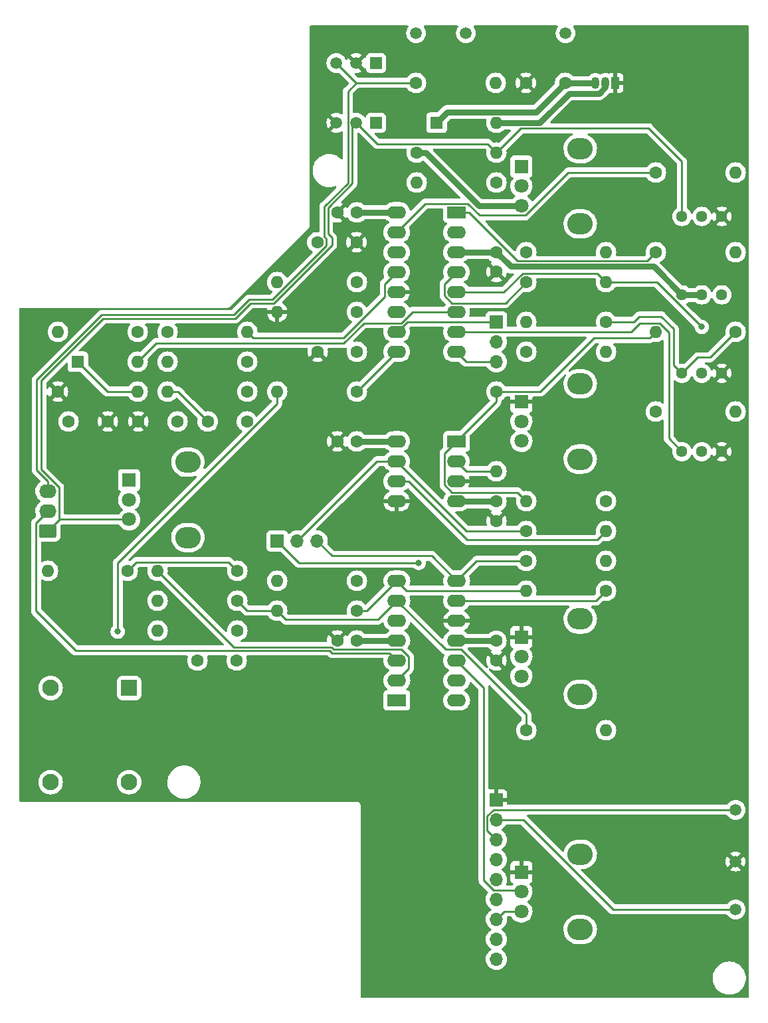
<source format=gbl>
G04 #@! TF.GenerationSoftware,KiCad,Pcbnew,6.0.1-79c1e3a40b~116~ubuntu20.04.1*
G04 #@! TF.CreationDate,2022-01-30T07:26:04-05:00*
G04 #@! TF.ProjectId,herovco_front,6865726f-7663-46f5-9f66-726f6e742e6b,rev?*
G04 #@! TF.SameCoordinates,Original*
G04 #@! TF.FileFunction,Copper,L2,Bot*
G04 #@! TF.FilePolarity,Positive*
%FSLAX46Y46*%
G04 Gerber Fmt 4.6, Leading zero omitted, Abs format (unit mm)*
G04 Created by KiCad (PCBNEW 6.0.1-79c1e3a40b~116~ubuntu20.04.1) date 2022-01-30 07:26:04*
%MOMM*%
%LPD*%
G01*
G04 APERTURE LIST*
G04 Aperture macros list*
%AMRoundRect*
0 Rectangle with rounded corners*
0 $1 Rounding radius*
0 $2 $3 $4 $5 $6 $7 $8 $9 X,Y pos of 4 corners*
0 Add a 4 corners polygon primitive as box body*
4,1,4,$2,$3,$4,$5,$6,$7,$8,$9,$2,$3,0*
0 Add four circle primitives for the rounded corners*
1,1,$1+$1,$2,$3*
1,1,$1+$1,$4,$5*
1,1,$1+$1,$6,$7*
1,1,$1+$1,$8,$9*
0 Add four rect primitives between the rounded corners*
20,1,$1+$1,$2,$3,$4,$5,0*
20,1,$1+$1,$4,$5,$6,$7,0*
20,1,$1+$1,$6,$7,$8,$9,0*
20,1,$1+$1,$8,$9,$2,$3,0*%
G04 Aperture macros list end*
G04 #@! TA.AperFunction,ComponentPad*
%ADD10C,1.500000*%
G04 #@! TD*
G04 #@! TA.AperFunction,ComponentPad*
%ADD11C,1.440000*%
G04 #@! TD*
G04 #@! TA.AperFunction,ComponentPad*
%ADD12O,3.240000X2.720000*%
G04 #@! TD*
G04 #@! TA.AperFunction,ComponentPad*
%ADD13R,1.800000X1.800000*%
G04 #@! TD*
G04 #@! TA.AperFunction,ComponentPad*
%ADD14C,1.800000*%
G04 #@! TD*
G04 #@! TA.AperFunction,ComponentPad*
%ADD15C,2.100000*%
G04 #@! TD*
G04 #@! TA.AperFunction,ComponentPad*
%ADD16RoundRect,0.250001X-0.799999X-0.799999X0.799999X-0.799999X0.799999X0.799999X-0.799999X0.799999X0*%
G04 #@! TD*
G04 #@! TA.AperFunction,ComponentPad*
%ADD17C,1.600000*%
G04 #@! TD*
G04 #@! TA.AperFunction,ComponentPad*
%ADD18O,1.600000X1.600000*%
G04 #@! TD*
G04 #@! TA.AperFunction,ComponentPad*
%ADD19R,2.400000X1.600000*%
G04 #@! TD*
G04 #@! TA.AperFunction,ComponentPad*
%ADD20O,2.400000X1.600000*%
G04 #@! TD*
G04 #@! TA.AperFunction,ComponentPad*
%ADD21R,1.050000X1.500000*%
G04 #@! TD*
G04 #@! TA.AperFunction,ComponentPad*
%ADD22O,1.050000X1.500000*%
G04 #@! TD*
G04 #@! TA.AperFunction,ComponentPad*
%ADD23R,1.600000X1.600000*%
G04 #@! TD*
G04 #@! TA.AperFunction,ComponentPad*
%ADD24R,1.700000X1.700000*%
G04 #@! TD*
G04 #@! TA.AperFunction,ComponentPad*
%ADD25O,1.700000X1.700000*%
G04 #@! TD*
G04 #@! TA.AperFunction,ComponentPad*
%ADD26RoundRect,0.250000X0.850000X-0.620000X0.850000X0.620000X-0.850000X0.620000X-0.850000X-0.620000X0*%
G04 #@! TD*
G04 #@! TA.AperFunction,ComponentPad*
%ADD27O,2.200000X1.740000*%
G04 #@! TD*
G04 #@! TA.AperFunction,ComponentPad*
%ADD28R,1.500000X1.500000*%
G04 #@! TD*
G04 #@! TA.AperFunction,ViaPad*
%ADD29C,0.800000*%
G04 #@! TD*
G04 #@! TA.AperFunction,Conductor*
%ADD30C,0.750000*%
G04 #@! TD*
G04 #@! TA.AperFunction,Conductor*
%ADD31C,0.250000*%
G04 #@! TD*
G04 APERTURE END LIST*
D10*
G04 #@! TO.P,TP3,1,1*
G04 #@! TO.N,Board_0--12V*
X194789997Y-150739997D03*
G04 #@! TD*
D11*
G04 #@! TO.P,RV2,1,1*
G04 #@! TO.N,Board_0-Net-(R2-Pad2)*
X193039997Y-72349997D03*
G04 #@! TO.P,RV2,2,2*
G04 #@! TO.N,Board_0--5V*
X190499997Y-72349997D03*
G04 #@! TO.P,RV2,3,3*
X187959997Y-72349997D03*
G04 #@! TD*
D10*
G04 #@! TO.P,TP5,1,1*
G04 #@! TO.N,Board_0-GND*
X194789997Y-144629997D03*
G04 #@! TD*
D12*
G04 #@! TO.P,RV3,*
G04 #@! TO.N,*
X174999997Y-113699997D03*
X174999997Y-123299997D03*
D13*
G04 #@! TO.P,RV3,1,1*
G04 #@! TO.N,Board_0-GND*
X167499997Y-115999997D03*
D14*
G04 #@! TO.P,RV3,2,2*
G04 #@! TO.N,Board_0-/Front PCB/FREQ_CV*
X167499997Y-118499997D03*
G04 #@! TO.P,RV3,3,3*
G04 #@! TO.N,Board_0-/Front PCB/CV_IN*
X167499997Y-120999997D03*
G04 #@! TD*
D15*
G04 #@! TO.P,J8,1,Pin_1*
G04 #@! TO.N,Board_0-/Front PCB/HARD_SYNCA*
X107499997Y-122499997D03*
G04 #@! TD*
G04 #@! TO.P,J6,1,Pin_1*
G04 #@! TO.N,Board_0-/Front PCB/SOFT_SYNCA*
X117499997Y-134499997D03*
G04 #@! TD*
D10*
G04 #@! TO.P,TP6,1,1*
G04 #@! TO.N,Board_0--5V*
X173119997Y-38979997D03*
G04 #@! TD*
D16*
G04 #@! TO.P,J5,1,Pin_1*
G04 #@! TO.N,Board_0-/Front PCB/SYNCA*
X117499997Y-122499997D03*
G04 #@! TD*
D15*
G04 #@! TO.P,J7,1,Pin_1*
G04 #@! TO.N,Board_0-/Front PCB/SOFT_SYNC_OFF*
X107499997Y-134499997D03*
G04 #@! TD*
D10*
G04 #@! TO.P,TP1,1,1*
G04 #@! TO.N,Board_0-+12V*
X194789997Y-138039997D03*
G04 #@! TD*
D12*
G04 #@! TO.P,RV7,*
G04 #@! TO.N,*
X174999997Y-63299997D03*
X174999997Y-53699997D03*
D13*
G04 #@! TO.P,RV7,1,1*
G04 #@! TO.N,Board_0--12V*
X167499997Y-55999997D03*
D14*
G04 #@! TO.P,RV7,2,2*
G04 #@! TO.N,Board_0-/Front PCB/PULSE_WIDTH*
X167499997Y-58499997D03*
G04 #@! TO.P,RV7,3,3*
G04 #@! TO.N,Board_0-+12V*
X167499997Y-60999997D03*
G04 #@! TD*
D12*
G04 #@! TO.P,RV1,*
G04 #@! TO.N,*
X124999997Y-103299997D03*
X124999997Y-93699997D03*
D13*
G04 #@! TO.P,RV1,1,1*
G04 #@! TO.N,Board_0-/Front PCB/-5V_REF*
X117499997Y-95999997D03*
D14*
G04 #@! TO.P,RV1,2,2*
G04 #@! TO.N,Board_0-/Front PCB/FINE_TUNE*
X117499997Y-98499997D03*
G04 #@! TO.P,RV1,3,3*
G04 #@! TO.N,Board_0-/Front PCB/+5V_REF*
X117499997Y-100999997D03*
G04 #@! TD*
D10*
G04 #@! TO.P,TP2,1,1*
G04 #@! TO.N,Board_0-/Front PCB/+5V_REF*
X160419997Y-38979997D03*
G04 #@! TD*
D11*
G04 #@! TO.P,RV9,1,1*
G04 #@! TO.N,Board_0-GND*
X193039997Y-82349997D03*
G04 #@! TO.P,RV9,2,2*
G04 #@! TO.N,Board_0-PWM_IN*
X190499997Y-82349997D03*
G04 #@! TO.P,RV9,3,3*
G04 #@! TO.N,Board_0-Net-(R29-Pad1)*
X187959997Y-82349997D03*
G04 #@! TD*
G04 #@! TO.P,RV6,1,1*
G04 #@! TO.N,Board_0-GND*
X193039997Y-62349997D03*
G04 #@! TO.P,RV6,2,2*
G04 #@! TO.N,Board_0-/Front PCB/CENTER_FREQ*
X190499997Y-62349997D03*
G04 #@! TO.P,RV6,3,3*
G04 #@! TO.N,Board_0-/Front PCB/+5V_REF*
X187959997Y-62349997D03*
G04 #@! TD*
D12*
G04 #@! TO.P,RV8,*
G04 #@! TO.N,*
X174999997Y-83699997D03*
X174999997Y-93299997D03*
D13*
G04 #@! TO.P,RV8,1,1*
G04 #@! TO.N,Board_0-GND*
X167499997Y-85999997D03*
D14*
G04 #@! TO.P,RV8,2,2*
G04 #@! TO.N,Board_0-/Front PCB/PWM*
X167499997Y-88499997D03*
G04 #@! TO.P,RV8,3,3*
G04 #@! TO.N,Board_0-/Front PCB/PWMIN*
X167499997Y-90999997D03*
G04 #@! TD*
D11*
G04 #@! TO.P,RV5,1,1*
G04 #@! TO.N,Board_0-GND*
X193039997Y-92349997D03*
G04 #@! TO.P,RV5,2,2*
G04 #@! TO.N,Board_0-/Front PCB/HI_FREQ_TRACK*
X190499997Y-92349997D03*
G04 #@! TO.P,RV5,3,3*
G04 #@! TO.N,Board_0-HFT*
X187959997Y-92349997D03*
G04 #@! TD*
D10*
G04 #@! TO.P,TP4,1,1*
G04 #@! TO.N,Board_0-/Front PCB/-5V_REF*
X154069997Y-38979997D03*
G04 #@! TD*
D12*
G04 #@! TO.P,RV4,*
G04 #@! TO.N,*
X174999997Y-153299997D03*
X174999997Y-143699997D03*
D13*
G04 #@! TO.P,RV4,1,1*
G04 #@! TO.N,Board_0-GND*
X167499997Y-145999997D03*
D14*
G04 #@! TO.P,RV4,2,2*
G04 #@! TO.N,Board_0-/Front PCB/LIN_FM_CV*
X167499997Y-148499997D03*
G04 #@! TO.P,RV4,3,3*
G04 #@! TO.N,Board_0-/Front PCB/LIN_FM_IN*
X167499997Y-150999997D03*
G04 #@! TD*
D17*
G04 #@! TO.P,R25,1*
G04 #@! TO.N,Board_0-Net-(R25-Pad1)*
X168119997Y-66919997D03*
D18*
G04 #@! TO.P,R25,2*
G04 #@! TO.N,Board_0-/Front PCB/PULSE_WIDTH*
X178279997Y-66919997D03*
G04 #@! TD*
D17*
G04 #@! TO.P,C7,1*
G04 #@! TO.N,Board_0-/Front PCB/SYNCA*
X126209997Y-118989997D03*
G04 #@! TO.P,C7,2*
G04 #@! TO.N,Board_0-/Front PCB/SYNC*
X131209997Y-118989997D03*
G04 #@! TD*
G04 #@! TO.P,C8,1*
G04 #@! TO.N,Board_0-Net-(C8-Pad1)*
X141489997Y-65649997D03*
G04 #@! TO.P,C8,2*
G04 #@! TO.N,Board_0-GND*
X146489997Y-65649997D03*
G04 #@! TD*
G04 #@! TO.P,R14,1*
G04 #@! TO.N,Board_0-+12V*
X122399997Y-77079997D03*
D18*
G04 #@! TO.P,R14,2*
G04 #@! TO.N,Board_0-LIN_FM*
X132559997Y-77079997D03*
G04 #@! TD*
D17*
G04 #@! TO.P,C5,1*
G04 #@! TO.N,Board_0-GND*
X164309997Y-118989997D03*
G04 #@! TO.P,C5,2*
G04 #@! TO.N,Board_0--12V*
X164309997Y-116489997D03*
G04 #@! TD*
G04 #@! TO.P,R1,1*
G04 #@! TO.N,Board_0-/Front PCB/PULSE_OUT*
X168119997Y-70729997D03*
D18*
G04 #@! TO.P,R1,2*
G04 #@! TO.N,Board_0-PWM_IN*
X178279997Y-70729997D03*
G04 #@! TD*
D17*
G04 #@! TO.P,C9,1*
G04 #@! TO.N,Board_0-GND*
X141529997Y-79619997D03*
G04 #@! TO.P,C9,2*
G04 #@! TO.N,Board_0-Net-(C9-Pad2)*
X146529997Y-79619997D03*
G04 #@! TD*
G04 #@! TO.P,R28,1*
G04 #@! TO.N,Board_0-Net-(R27-Pad2)*
X164309997Y-84699997D03*
D18*
G04 #@! TO.P,R28,2*
G04 #@! TO.N,Board_0-Net-(R25-Pad1)*
X164309997Y-94859997D03*
G04 #@! TD*
D17*
G04 #@! TO.P,R2,1*
G04 #@! TO.N,Board_0-Net-(R2-Pad1)*
X184629997Y-66919997D03*
D18*
G04 #@! TO.P,R2,2*
G04 #@! TO.N,Board_0-Net-(R2-Pad2)*
X194789997Y-66919997D03*
G04 #@! TD*
D19*
G04 #@! TO.P,U2,1*
G04 #@! TO.N,Board_0-Net-(R27-Pad2)*
X159219997Y-91049997D03*
D20*
G04 #@! TO.P,U2,2,-*
G04 #@! TO.N,Board_0-Net-(R25-Pad1)*
X159219997Y-93589997D03*
G04 #@! TO.P,U2,3,+*
G04 #@! TO.N,Board_0-GND*
X159219997Y-96129997D03*
G04 #@! TO.P,U2,4,V-*
G04 #@! TO.N,Board_0--12V*
X159219997Y-98669997D03*
G04 #@! TO.P,U2,5,+*
G04 #@! TO.N,Board_0-GND*
X151599997Y-98669997D03*
G04 #@! TO.P,U2,6,-*
G04 #@! TO.N,Board_0-Net-(R27-Pad1)*
X151599997Y-96129997D03*
G04 #@! TO.P,U2,7*
G04 #@! TO.N,Board_0-/Front PCB/LINK_OUT_PW*
X151599997Y-93589997D03*
G04 #@! TO.P,U2,8,V+*
G04 #@! TO.N,Board_0-+12V*
X151599997Y-91049997D03*
G04 #@! TD*
D17*
G04 #@! TO.P,R4,1*
G04 #@! TO.N,Board_0-Net-(R10-Pad2)*
X131289997Y-107559997D03*
D18*
G04 #@! TO.P,R4,2*
G04 #@! TO.N,Board_0-Net-(R4-Pad2)*
X121129997Y-107559997D03*
G04 #@! TD*
D17*
G04 #@! TO.P,R15,1*
G04 #@! TO.N,Board_0-LIN_FM*
X132559997Y-80889997D03*
D18*
G04 #@! TO.P,R15,2*
G04 #@! TO.N,Board_0-Net-(C11-Pad1)*
X122399997Y-80889997D03*
G04 #@! TD*
D17*
G04 #@! TO.P,R3,1*
G04 #@! TO.N,Board_0-Net-(R3-Pad1)*
X164309997Y-58029997D03*
D18*
G04 #@! TO.P,R3,2*
G04 #@! TO.N,Board_0--5V*
X154149997Y-58029997D03*
G04 #@! TD*
D17*
G04 #@! TO.P,C11,1*
G04 #@! TO.N,Board_0-Net-(C11-Pad1)*
X123669997Y-88509997D03*
G04 #@! TO.P,C11,2*
G04 #@! TO.N,Board_0-GND*
X118669997Y-88509997D03*
G04 #@! TD*
G04 #@! TO.P,C12,1*
G04 #@! TO.N,Board_0-GND*
X114779997Y-88509997D03*
G04 #@! TO.P,C12,2*
G04 #@! TO.N,Board_0-/Front PCB/SOFT_SYNC_OFF*
X109779997Y-88509997D03*
G04 #@! TD*
D21*
G04 #@! TO.P,U6,1,GND*
G04 #@! TO.N,Board_0-GND*
X179469997Y-45329997D03*
D22*
G04 #@! TO.P,U6,2,VI*
G04 #@! TO.N,Board_0--12V*
X178199997Y-45329997D03*
G04 #@! TO.P,U6,3,VO*
G04 #@! TO.N,Board_0--5V*
X176929997Y-45329997D03*
G04 #@! TD*
D17*
G04 #@! TO.P,C4,1*
G04 #@! TO.N,Board_0-+12V*
X146529997Y-116449997D03*
G04 #@! TO.P,C4,2*
G04 #@! TO.N,Board_0-GND*
X144029997Y-116449997D03*
G04 #@! TD*
G04 #@! TO.P,R13,1*
G04 #@! TO.N,Board_0-Net-(R13-Pad1)*
X146529997Y-74539997D03*
D18*
G04 #@! TO.P,R13,2*
G04 #@! TO.N,Board_0-GND*
X136369997Y-74539997D03*
G04 #@! TD*
D23*
G04 #@! TO.P,D2,1,K*
G04 #@! TO.N,Board_0--5V*
X156689997Y-50409997D03*
D18*
G04 #@! TO.P,D2,2,A*
G04 #@! TO.N,Board_0--12V*
X164309997Y-50409997D03*
G04 #@! TD*
D17*
G04 #@! TO.P,R19,1*
G04 #@! TO.N,Board_0-CV_NODE*
X184629997Y-87239997D03*
D18*
G04 #@! TO.P,R19,2*
G04 #@! TO.N,Board_0-/Front PCB/HI_FREQ_TRACK*
X194789997Y-87239997D03*
G04 #@! TD*
D24*
G04 #@! TO.P,J2,1,Pin_1*
G04 #@! TO.N,Board_0-/Front PCB/TRIANGLE_OUT*
X164309997Y-75809997D03*
D25*
G04 #@! TO.P,J2,2,Pin_2*
G04 #@! TO.N,Board_0-/Front PCB/PULSE_OUT*
X164309997Y-78349997D03*
G04 #@! TO.P,J2,3,Pin_3*
G04 #@! TO.N,Board_0-/Front PCB/SAW_OUT*
X164309997Y-80889997D03*
G04 #@! TD*
D19*
G04 #@! TO.P,U3,1,Scale1*
G04 #@! TO.N,Board_0-Net-(R2-Pad1)*
X159219997Y-61829997D03*
D20*
G04 #@! TO.P,U3,2,Scale2*
G04 #@! TO.N,Board_0-Net-(R3-Pad1)*
X159219997Y-64369997D03*
G04 #@! TO.P,U3,3,VEE*
G04 #@! TO.N,Board_0--5V*
X159219997Y-66909997D03*
G04 #@! TO.P,U3,4,Pulse_Output*
G04 #@! TO.N,Board_0-/Front PCB/PULSE_OUT*
X159219997Y-69449997D03*
G04 #@! TO.P,U3,5,PWM_Input*
G04 #@! TO.N,Board_0-PWM_IN*
X159219997Y-71989997D03*
G04 #@! TO.P,U3,6,Hard_Sync*
G04 #@! TO.N,Board_0-HARD_SYNC*
X159219997Y-74529997D03*
G04 #@! TO.P,U3,7,HFT*
G04 #@! TO.N,Board_0-HFT*
X159219997Y-77069997D03*
G04 #@! TO.P,U3,8,Saw_Output*
G04 #@! TO.N,Board_0-/Front PCB/SAW_OUT*
X159219997Y-79609997D03*
G04 #@! TO.P,U3,9,Soft_Sync*
G04 #@! TO.N,Board_0-SOFT_SYNC*
X151599997Y-79609997D03*
G04 #@! TO.P,U3,10,Triangle_Output*
G04 #@! TO.N,Board_0-/Front PCB/TRIANGLE_OUT*
X151599997Y-77069997D03*
G04 #@! TO.P,U3,11,Cap*
G04 #@! TO.N,Board_0-Net-(C9-Pad2)*
X151599997Y-74529997D03*
G04 #@! TO.P,U3,12,GND*
G04 #@! TO.N,Board_0-GND*
X151599997Y-71989997D03*
G04 #@! TO.P,U3,13,Linear_FM*
G04 #@! TO.N,Board_0-LIN_FM*
X151599997Y-69449997D03*
G04 #@! TO.P,U3,14,Scale*
G04 #@! TO.N,Board_0-Net-(R13-Pad1)*
X151599997Y-66909997D03*
G04 #@! TO.P,U3,15,Freq_CV*
G04 #@! TO.N,Board_0-CV_NODE*
X151599997Y-64369997D03*
G04 #@! TO.P,U3,16,VCC*
G04 #@! TO.N,Board_0-+12V*
X151599997Y-61829997D03*
G04 #@! TD*
D17*
G04 #@! TO.P,R22,1*
G04 #@! TO.N,Board_0-GND*
X108429997Y-84699997D03*
D18*
G04 #@! TO.P,R22,2*
G04 #@! TO.N,Board_0-Net-(D1-Pad1)*
X118589997Y-84699997D03*
G04 #@! TD*
D17*
G04 #@! TO.P,R30,1*
G04 #@! TO.N,Board_0-Net-(R29-Pad1)*
X194789997Y-77079997D03*
D18*
G04 #@! TO.P,R30,2*
G04 #@! TO.N,Board_0-Net-(R27-Pad2)*
X184629997Y-77079997D03*
G04 #@! TD*
D17*
G04 #@! TO.P,C1,1*
G04 #@! TO.N,Board_0--5V*
X164309997Y-66919997D03*
G04 #@! TO.P,C1,2*
G04 #@! TO.N,Board_0-GND*
X164309997Y-69419997D03*
G04 #@! TD*
G04 #@! TO.P,R5,1*
G04 #@! TO.N,Board_0-Net-(R10-Pad2)*
X131289997Y-115179997D03*
D18*
G04 #@! TO.P,R5,2*
G04 #@! TO.N,Board_0-/Front PCB/V_OCT*
X121129997Y-115179997D03*
G04 #@! TD*
D17*
G04 #@! TO.P,R6,1*
G04 #@! TO.N,Board_0-Net-(R10-Pad2)*
X131289997Y-111369997D03*
D18*
G04 #@! TO.P,R6,2*
G04 #@! TO.N,Board_0-/Front PCB/V_OCT2*
X121129997Y-111369997D03*
G04 #@! TD*
D17*
G04 #@! TO.P,R9,1*
G04 #@! TO.N,Board_0-Net-(R12-Pad2)*
X178279997Y-110099997D03*
D18*
G04 #@! TO.P,R9,2*
G04 #@! TO.N,Board_0-Net-(R10-Pad1)*
X168119997Y-110099997D03*
G04 #@! TD*
D17*
G04 #@! TO.P,R20,1*
G04 #@! TO.N,Board_0-CV_NODE*
X184629997Y-56759997D03*
D18*
G04 #@! TO.P,R20,2*
G04 #@! TO.N,Board_0-/Front PCB/CENTER_FREQ*
X194789997Y-56759997D03*
G04 #@! TD*
D24*
G04 #@! TO.P,J1,1,Pin_1*
G04 #@! TO.N,Board_0-GND*
X164309997Y-136769997D03*
D25*
G04 #@! TO.P,J1,2,Pin_2*
G04 #@! TO.N,Board_0--12V*
X164309997Y-139309997D03*
G04 #@! TO.P,J1,3,Pin_3*
G04 #@! TO.N,Board_0-+12V*
X164309997Y-141849997D03*
G04 #@! TO.P,J1,4,Pin_4*
G04 #@! TO.N,Board_0-/Front PCB/PWMIN*
X164309997Y-144389997D03*
G04 #@! TO.P,J1,5,Pin_5*
G04 #@! TO.N,Board_0-/Front PCB/CV_IN*
X164309997Y-146929997D03*
G04 #@! TO.P,J1,6,Pin_6*
G04 #@! TO.N,Board_0-/Front PCB/SYNC*
X164309997Y-149469997D03*
G04 #@! TO.P,J1,7,Pin_7*
G04 #@! TO.N,Board_0-/Front PCB/LIN_FM_IN*
X164309997Y-152009997D03*
G04 #@! TO.P,J1,8,Pin_8*
G04 #@! TO.N,Board_0-/Front PCB/V_OCT2*
X164309997Y-154549997D03*
G04 #@! TO.P,J1,9,Pin_9*
G04 #@! TO.N,Board_0-/Front PCB/V_OCT*
X164309997Y-157089997D03*
G04 #@! TD*
D17*
G04 #@! TO.P,R24,1*
G04 #@! TO.N,Board_0-/Front PCB/-5V_REF*
X154069997Y-45329997D03*
D18*
G04 #@! TO.P,R24,2*
G04 #@! TO.N,Board_0--12V*
X164229997Y-45329997D03*
G04 #@! TD*
D17*
G04 #@! TO.P,R31,1*
G04 #@! TO.N,Board_0-/Front PCB/LINK_OUT_PW*
X168119997Y-102479997D03*
D18*
G04 #@! TO.P,R31,2*
G04 #@! TO.N,Board_0-Net-(R27-Pad1)*
X178279997Y-102479997D03*
G04 #@! TD*
D17*
G04 #@! TO.P,R26,1*
G04 #@! TO.N,Board_0-Net-(R25-Pad1)*
X168119997Y-79619997D03*
D18*
G04 #@! TO.P,R26,2*
G04 #@! TO.N,Board_0-/Front PCB/PWM*
X178279997Y-79619997D03*
G04 #@! TD*
D23*
G04 #@! TO.P,D1,1,K*
G04 #@! TO.N,Board_0-Net-(D1-Pad1)*
X110969997Y-80889997D03*
D18*
G04 #@! TO.P,D1,2,A*
G04 #@! TO.N,Board_0-HARD_SYNC*
X118589997Y-80889997D03*
G04 #@! TD*
D17*
G04 #@! TO.P,R11,1*
G04 #@! TO.N,Board_0-CV_NODE*
X146529997Y-70729997D03*
D18*
G04 #@! TO.P,R11,2*
G04 #@! TO.N,Board_0-Net-(C8-Pad1)*
X136369997Y-70729997D03*
G04 #@! TD*
D19*
G04 #@! TO.P,U1,1*
G04 #@! TO.N,Board_0-Net-(R4-Pad2)*
X151619997Y-124069997D03*
D20*
G04 #@! TO.P,U1,2,-*
X151619997Y-121529997D03*
G04 #@! TO.P,U1,3,+*
G04 #@! TO.N,Board_0-/Front PCB/OCTAVE*
X151619997Y-118989997D03*
G04 #@! TO.P,U1,4,V+*
G04 #@! TO.N,Board_0-+12V*
X151619997Y-116449997D03*
G04 #@! TO.P,U1,5,+*
G04 #@! TO.N,Board_0-GND*
X151619997Y-113909997D03*
G04 #@! TO.P,U1,6,-*
G04 #@! TO.N,Board_0-Net-(R10-Pad2)*
X151619997Y-111369997D03*
G04 #@! TO.P,U1,7*
G04 #@! TO.N,Board_0-Net-(R10-Pad1)*
X151619997Y-108829997D03*
G04 #@! TO.P,U1,8*
G04 #@! TO.N,Board_0-/Front PCB/CV_SUM*
X159239997Y-108829997D03*
G04 #@! TO.P,U1,9,-*
G04 #@! TO.N,Board_0-Net-(R12-Pad2)*
X159239997Y-111369997D03*
G04 #@! TO.P,U1,10,+*
G04 #@! TO.N,Board_0-GND*
X159239997Y-113909997D03*
G04 #@! TO.P,U1,11,V-*
G04 #@! TO.N,Board_0--12V*
X159239997Y-116449997D03*
G04 #@! TO.P,U1,12,+*
G04 #@! TO.N,Board_0-/Front PCB/LIN_FM_CV*
X159239997Y-118989997D03*
G04 #@! TO.P,U1,13,-*
G04 #@! TO.N,Board_0-/Front PCB/LINK_OUT_FM*
X159239997Y-121529997D03*
G04 #@! TO.P,U1,14*
X159239997Y-124069997D03*
G04 #@! TD*
D26*
G04 #@! TO.P,J4,1,Pin_1*
G04 #@! TO.N,Board_0-/Front PCB/+5V_REF*
X107159997Y-102479997D03*
D27*
G04 #@! TO.P,J4,2,Pin_2*
G04 #@! TO.N,Board_0-/Front PCB/OCTAVE*
X107159997Y-99939997D03*
G04 #@! TO.P,J4,3,Pin_3*
G04 #@! TO.N,Board_0-/Front PCB/-5V_REF*
X107159997Y-97399997D03*
G04 #@! TD*
D17*
G04 #@! TO.P,R27,1*
G04 #@! TO.N,Board_0-Net-(R27-Pad1)*
X178279997Y-98669997D03*
D18*
G04 #@! TO.P,R27,2*
G04 #@! TO.N,Board_0-Net-(R27-Pad2)*
X168119997Y-98669997D03*
G04 #@! TD*
D17*
G04 #@! TO.P,C13,1*
G04 #@! TO.N,Board_0-GND*
X168079997Y-45329997D03*
G04 #@! TO.P,C13,2*
G04 #@! TO.N,Board_0--5V*
X173079997Y-45329997D03*
G04 #@! TD*
G04 #@! TO.P,C6,1*
G04 #@! TO.N,Board_0-+12V*
X146529997Y-61839997D03*
G04 #@! TO.P,C6,2*
G04 #@! TO.N,Board_0-GND*
X144029997Y-61839997D03*
G04 #@! TD*
G04 #@! TO.P,R10,1*
G04 #@! TO.N,Board_0-Net-(R10-Pad1)*
X146529997Y-112639997D03*
D18*
G04 #@! TO.P,R10,2*
G04 #@! TO.N,Board_0-Net-(R10-Pad2)*
X136369997Y-112639997D03*
G04 #@! TD*
D17*
G04 #@! TO.P,R23,1*
G04 #@! TO.N,Board_0-+12V*
X154149997Y-54219997D03*
D18*
G04 #@! TO.P,R23,2*
G04 #@! TO.N,Board_0-/Front PCB/+5V_REF*
X164309997Y-54219997D03*
G04 #@! TD*
D17*
G04 #@! TO.P,R18,1*
G04 #@! TO.N,Board_0-LIN_FM*
X132559997Y-84699997D03*
D18*
G04 #@! TO.P,R18,2*
G04 #@! TO.N,Board_0-Net-(C10-Pad1)*
X122399997Y-84699997D03*
G04 #@! TD*
D28*
G04 #@! TO.P,U4,1*
G04 #@! TO.N,N/C*
X148989997Y-50409997D03*
D10*
G04 #@! TO.P,U4,2,K*
G04 #@! TO.N,Board_0-/Front PCB/+5V_REF*
X146449997Y-50409997D03*
G04 #@! TO.P,U4,3,A*
G04 #@! TO.N,Board_0-GND*
X143909997Y-50409997D03*
G04 #@! TD*
D24*
G04 #@! TO.P,J3,1,Pin_1*
G04 #@! TO.N,Board_0-/Front PCB/LINK_OUT_FM*
X136384997Y-103749997D03*
D25*
G04 #@! TO.P,J3,2,Pin_2*
G04 #@! TO.N,Board_0-/Front PCB/LINK_OUT_PW*
X138924997Y-103749997D03*
G04 #@! TO.P,J3,3,Pin_3*
G04 #@! TO.N,Board_0-/Front PCB/CV_SUM*
X141464997Y-103749997D03*
G04 #@! TD*
D17*
G04 #@! TO.P,C10,1*
G04 #@! TO.N,Board_0-Net-(C10-Pad1)*
X127519997Y-88509997D03*
G04 #@! TO.P,C10,2*
G04 #@! TO.N,Board_0-/Front PCB/LINK_OUT_FM*
X132519997Y-88509997D03*
G04 #@! TD*
G04 #@! TO.P,C3,1*
G04 #@! TO.N,Board_0-GND*
X164309997Y-101209997D03*
G04 #@! TO.P,C3,2*
G04 #@! TO.N,Board_0--12V*
X164309997Y-98709997D03*
G04 #@! TD*
G04 #@! TO.P,R16,1*
G04 #@! TO.N,Board_0-Net-(D1-Pad1)*
X118589997Y-77079997D03*
D18*
G04 #@! TO.P,R16,2*
G04 #@! TO.N,Board_0-/Front PCB/HARD_SYNCA*
X108429997Y-77079997D03*
G04 #@! TD*
D17*
G04 #@! TO.P,R8,1*
G04 #@! TO.N,Board_0-Net-(R10-Pad2)*
X168119997Y-127879997D03*
D18*
G04 #@! TO.P,R8,2*
G04 #@! TO.N,Board_0-/Front PCB/FREQ_CV*
X178279997Y-127879997D03*
G04 #@! TD*
D17*
G04 #@! TO.P,R21,1*
G04 #@! TO.N,Board_0-CV_NODE*
X146529997Y-108829997D03*
D18*
G04 #@! TO.P,R21,2*
G04 #@! TO.N,Board_0-/Front PCB/CV_SUM*
X136369997Y-108829997D03*
G04 #@! TD*
D28*
G04 #@! TO.P,U5,1*
G04 #@! TO.N,N/C*
X148989997Y-42789997D03*
D10*
G04 #@! TO.P,U5,2,K*
G04 #@! TO.N,Board_0-GND*
X146449997Y-42789997D03*
G04 #@! TO.P,U5,3,A*
G04 #@! TO.N,Board_0-/Front PCB/-5V_REF*
X143909997Y-42789997D03*
G04 #@! TD*
D17*
G04 #@! TO.P,R12,1*
G04 #@! TO.N,Board_0-/Front PCB/CV_SUM*
X168119997Y-106289997D03*
D18*
G04 #@! TO.P,R12,2*
G04 #@! TO.N,Board_0-Net-(R12-Pad2)*
X178279997Y-106289997D03*
G04 #@! TD*
D17*
G04 #@! TO.P,R7,1*
G04 #@! TO.N,Board_0-Net-(R10-Pad2)*
X117319997Y-107559997D03*
D18*
G04 #@! TO.P,R7,2*
G04 #@! TO.N,Board_0-/Front PCB/FINE_TUNE*
X107159997Y-107559997D03*
G04 #@! TD*
D17*
G04 #@! TO.P,R29,1*
G04 #@! TO.N,Board_0-Net-(R29-Pad1)*
X178279997Y-75809997D03*
D18*
G04 #@! TO.P,R29,2*
G04 #@! TO.N,Board_0-+12V*
X168119997Y-75809997D03*
G04 #@! TD*
D17*
G04 #@! TO.P,R17,1*
G04 #@! TO.N,Board_0-SOFT_SYNC*
X146529997Y-84699997D03*
D18*
G04 #@! TO.P,R17,2*
G04 #@! TO.N,Board_0-/Front PCB/SOFT_SYNCA*
X136369997Y-84699997D03*
G04 #@! TD*
D17*
G04 #@! TO.P,C2,1*
G04 #@! TO.N,Board_0-+12V*
X146529997Y-91049997D03*
G04 #@! TO.P,C2,2*
G04 #@! TO.N,Board_0-GND*
X144029997Y-91049997D03*
G04 #@! TD*
D29*
G04 #@! TO.N,Board_0-/Front PCB/LINK_OUT_FM*
X154403997Y-106543997D03*
G04 #@! TO.N,Board_0-/Front PCB/SOFT_SYNCA*
X116049997Y-115306997D03*
G04 #@! TO.N,Board_0-PWM_IN*
X190471997Y-76444997D03*
G04 #@! TD*
D30*
G04 #@! TO.N,Board_0-+12V*
X162061367Y-60999997D02*
X167499997Y-60999997D01*
X154149997Y-54219997D02*
X155281367Y-54219997D01*
X151599997Y-91049997D02*
X146529997Y-91049997D01*
D31*
X163918987Y-138039997D02*
X163135486Y-138823498D01*
D30*
X155281367Y-54219997D02*
X162061367Y-60999997D01*
X151619997Y-116449997D02*
X146529997Y-116449997D01*
D31*
X163135486Y-140675486D02*
X164309997Y-141849997D01*
D30*
X151599997Y-61829997D02*
X146539997Y-61829997D01*
D31*
X163135486Y-138823498D02*
X163135486Y-140675486D01*
X194789997Y-138039997D02*
X163918987Y-138039997D01*
D30*
G04 #@! TO.N,Board_0--12V*
X177385433Y-46654517D02*
X178199997Y-45839953D01*
X169817997Y-50409997D02*
X173573477Y-46654517D01*
X164309997Y-50409997D02*
X169817997Y-50409997D01*
X164309997Y-98709997D02*
X159259997Y-98709997D01*
X178199997Y-45839953D02*
X178199997Y-45329997D01*
X173573477Y-46654517D02*
X177385433Y-46654517D01*
X159239997Y-116449997D02*
X164269997Y-116449997D01*
D31*
X167738997Y-139309997D02*
X164309997Y-139309997D01*
X194789997Y-150739997D02*
X179168997Y-150739997D01*
X179168997Y-150739997D02*
X167738997Y-139309997D01*
D30*
G04 #@! TO.N,Board_0--5V*
X166134018Y-68744018D02*
X184354018Y-68744018D01*
X156689997Y-50409997D02*
X158064508Y-49035486D01*
X184354018Y-68744018D02*
X187959997Y-72349997D01*
X190499997Y-72349997D02*
X187959997Y-72349997D01*
X164309997Y-66919997D02*
X166134018Y-68744018D01*
X158064508Y-49035486D02*
X169374508Y-49035486D01*
X169374508Y-49035486D02*
X173079997Y-45329997D01*
X176929997Y-45329997D02*
X173079997Y-45329997D01*
X159219997Y-66909997D02*
X164299997Y-66909997D01*
D31*
G04 #@! TO.N,Board_0-/Front PCB/+5V_REF*
X132969508Y-73415486D02*
X131014486Y-75370508D01*
X143343507Y-65082803D02*
X143343507Y-66022491D01*
X142835508Y-64574804D02*
X143343507Y-65082803D01*
X146449997Y-50409997D02*
X145941997Y-50917997D01*
X145941997Y-50917997D02*
X145941997Y-58157701D01*
X187959997Y-62349997D02*
X187959997Y-55343997D01*
X114203486Y-75370508D02*
X106317997Y-83255997D01*
X149135486Y-53095486D02*
X163185486Y-53095486D01*
X187959997Y-55343997D02*
X183725508Y-51109508D01*
X167420486Y-51109508D02*
X164309997Y-54219997D01*
X131014486Y-75370508D02*
X114203486Y-75370508D01*
X183725508Y-51109508D02*
X167420486Y-51109508D01*
X106317997Y-94638691D02*
X108584517Y-96905211D01*
X149135486Y-53095486D02*
X146449997Y-50409997D01*
X108584517Y-96905211D02*
X108584517Y-101055477D01*
X143343507Y-66022491D02*
X135950512Y-73415486D01*
X108639997Y-100999997D02*
X117499997Y-100999997D01*
X135950512Y-73415486D02*
X132969508Y-73415486D01*
X106317997Y-83255997D02*
X106317997Y-94638691D01*
X164309997Y-54219997D02*
X163185486Y-53095486D01*
X145941997Y-58157701D02*
X142835508Y-61264190D01*
X108584517Y-101055477D02*
X108639997Y-100999997D01*
X142835508Y-61264190D02*
X142835508Y-64574804D01*
X108584517Y-101055477D02*
X107159997Y-102479997D01*
G04 #@! TO.N,Board_0-/Front PCB/-5V_REF*
X135764318Y-72965976D02*
X132783314Y-72965976D01*
X142385997Y-64955697D02*
X142614508Y-65184208D01*
X114017279Y-74920997D02*
X105735477Y-83202799D01*
X107159997Y-96129997D02*
X107159997Y-97399997D01*
X142614508Y-65184208D02*
X142614508Y-66115786D01*
X146449997Y-45329997D02*
X143909997Y-42789997D01*
X105735477Y-94705477D02*
X107159997Y-96129997D01*
X154069997Y-45329997D02*
X146449997Y-45329997D01*
X132783314Y-72965976D02*
X130828293Y-74920997D01*
X130828293Y-74920997D02*
X114017279Y-74920997D01*
X145375486Y-46404508D02*
X145375486Y-58088508D01*
X145375486Y-58088508D02*
X142385997Y-61077997D01*
X142385997Y-61077997D02*
X142385997Y-64955697D01*
X105735477Y-83202799D02*
X105735477Y-94705477D01*
X146449997Y-45329997D02*
X145375486Y-46404508D01*
X142614508Y-66115786D02*
X135764318Y-72965976D01*
G04 #@! TO.N,Board_0-/Front PCB/CV_SUM*
X159239997Y-108829997D02*
X156064997Y-105654997D01*
X161779997Y-106289997D02*
X159239997Y-108829997D01*
X156064997Y-105654997D02*
X143369997Y-105654997D01*
X143369997Y-105654997D02*
X141464997Y-103749997D01*
X168119997Y-106289997D02*
X161779997Y-106289997D01*
G04 #@! TO.N,Board_0-/Front PCB/LINK_OUT_FM*
X139178997Y-106543997D02*
X154403997Y-106543997D01*
X136384997Y-103749997D02*
X139178997Y-106543997D01*
G04 #@! TO.N,Board_0-/Front PCB/LINK_OUT_PW*
X168119997Y-102479997D02*
X160489997Y-102479997D01*
X151599997Y-93589997D02*
X149084997Y-93589997D01*
X160489997Y-102479997D02*
X151599997Y-93589997D01*
X149084997Y-93589997D02*
X138924997Y-103749997D01*
G04 #@! TO.N,Board_0-/Front PCB/LIN_FM_CV*
X163918987Y-148295486D02*
X167295486Y-148295486D01*
X162685976Y-147062475D02*
X163918987Y-148295486D01*
X162685976Y-122435976D02*
X162685976Y-147062475D01*
X159239997Y-118989997D02*
X162685976Y-122435976D01*
G04 #@! TO.N,Board_0-/Front PCB/LIN_FM_IN*
X167499997Y-150999997D02*
X165319997Y-150999997D01*
X165319997Y-150999997D02*
X164309997Y-152009997D01*
G04 #@! TO.N,Board_0-/Front PCB/OCTAVE*
X105635997Y-101463997D02*
X107159997Y-99939997D01*
X143378024Y-118024028D02*
X143073994Y-117719998D01*
X151619997Y-118989997D02*
X150654028Y-118024028D01*
X150654028Y-118024028D02*
X143378024Y-118024028D01*
X105635997Y-112639997D02*
X105635997Y-101463997D01*
X110715998Y-117719998D02*
X105635997Y-112639997D01*
X143073994Y-117719998D02*
X110715998Y-117719998D01*
G04 #@! TO.N,Board_0-/Front PCB/PULSE_OUT*
X158645166Y-73405477D02*
X157695477Y-72455788D01*
X168119997Y-70729997D02*
X165444517Y-73405477D01*
X165444517Y-73405477D02*
X158645166Y-73405477D01*
X157695477Y-72455788D02*
X157695477Y-70974517D01*
X157695477Y-70974517D02*
X159219997Y-69449997D01*
G04 #@! TO.N,Board_0-/Front PCB/SAW_OUT*
X164309997Y-80889997D02*
X160499997Y-80889997D01*
X160499997Y-80889997D02*
X159219997Y-79609997D01*
G04 #@! TO.N,Board_0-/Front PCB/SOFT_SYNCA*
X116049997Y-106570297D02*
X116049997Y-115306997D01*
X136369997Y-86250297D02*
X116049997Y-106570297D01*
X136369997Y-84699997D02*
X136369997Y-86250297D01*
G04 #@! TO.N,Board_0-/Front PCB/TRIANGLE_OUT*
X152946012Y-75809997D02*
X151686012Y-77069997D01*
X164309997Y-75809997D02*
X152946012Y-75809997D01*
G04 #@! TO.N,Board_0-CV_NODE*
X173471718Y-56759997D02*
X168007207Y-62224508D01*
X160635486Y-60705486D02*
X155264508Y-60705486D01*
X184629997Y-56759997D02*
X173471718Y-56759997D01*
X168007207Y-62224508D02*
X162154508Y-62224508D01*
X155264508Y-60705486D02*
X151599997Y-64369997D01*
X162154508Y-62224508D02*
X160635486Y-60705486D01*
G04 #@! TO.N,Board_0-HARD_SYNC*
X159219997Y-74529997D02*
X153590308Y-74529997D01*
X120984508Y-78495486D02*
X118589997Y-80889997D01*
X144860508Y-78495486D02*
X120984508Y-78495486D01*
X152174828Y-75945477D02*
X147410517Y-75945477D01*
X153590308Y-74529997D02*
X152174828Y-75945477D01*
X147410517Y-75945477D02*
X144860508Y-78495486D01*
G04 #@! TO.N,Board_0-HFT*
X181464997Y-77069997D02*
X182579508Y-75955486D01*
X182579508Y-75955486D02*
X185095786Y-75955486D01*
X186280997Y-90670997D02*
X187959997Y-92349997D01*
X185095786Y-75955486D02*
X186280997Y-77140697D01*
X159219997Y-77069997D02*
X181464997Y-77069997D01*
X186280997Y-77140697D02*
X186280997Y-90670997D01*
G04 #@! TO.N,Board_0-LIN_FM*
X150075477Y-72584817D02*
X150075477Y-70974517D01*
X144818297Y-77841997D02*
X150075477Y-72584817D01*
X132559997Y-77079997D02*
X133321997Y-77841997D01*
X133321997Y-77841997D02*
X144818297Y-77841997D01*
X150075477Y-70974517D02*
X151599997Y-69449997D01*
G04 #@! TO.N,Board_0-Net-(C10-Pad1)*
X122399997Y-84699997D02*
X123709997Y-84699997D01*
X123709997Y-84699997D02*
X127519997Y-88509997D01*
G04 #@! TO.N,Board_0-Net-(D1-Pad1)*
X118589997Y-84699997D02*
X114779997Y-84699997D01*
X114779997Y-84699997D02*
X110969997Y-80889997D01*
G04 #@! TO.N,Board_0-Net-(R10-Pad1)*
X151619997Y-108829997D02*
X147809997Y-112639997D01*
X147809997Y-112639997D02*
X146529997Y-112639997D01*
X168119997Y-110099997D02*
X152889997Y-110099997D01*
X152889997Y-110099997D02*
X151619997Y-108829997D01*
G04 #@! TO.N,Board_0-Net-(R10-Pad2)*
X168119997Y-127879997D02*
X168119997Y-125879686D01*
X132559997Y-112639997D02*
X131289997Y-111369997D01*
X131289997Y-107559997D02*
X130165486Y-106435486D01*
X136369997Y-112639997D02*
X132559997Y-112639997D01*
X118444508Y-106435486D02*
X117319997Y-107559997D01*
X168119997Y-125879686D02*
X159814828Y-117574517D01*
X159814828Y-117574517D02*
X157824517Y-117574517D01*
X151619997Y-111369997D02*
X149225486Y-113764508D01*
X130165486Y-106435486D02*
X118444508Y-106435486D01*
X149225486Y-113764508D02*
X137494508Y-113764508D01*
X157824517Y-117574517D02*
X151619997Y-111369997D01*
X137494508Y-113764508D02*
X136369997Y-112639997D01*
G04 #@! TO.N,Board_0-Net-(R12-Pad2)*
X178279997Y-110099997D02*
X177009997Y-111369997D01*
X177009997Y-111369997D02*
X159239997Y-111369997D01*
G04 #@! TO.N,Board_0-Net-(R2-Pad1)*
X160810297Y-61829997D02*
X159219997Y-61829997D01*
X183505496Y-68044498D02*
X167024798Y-68044498D01*
X167024798Y-68044498D02*
X160810297Y-61829997D01*
X184629997Y-66919997D02*
X183505496Y-68044498D01*
G04 #@! TO.N,Board_0-Net-(R25-Pad1)*
X160489997Y-94859997D02*
X159219997Y-93589997D01*
X164309997Y-94859997D02*
X160489997Y-94859997D01*
G04 #@! TO.N,Board_0-Net-(R27-Pad1)*
X160608508Y-103604508D02*
X153133997Y-96129997D01*
X153133997Y-96129997D02*
X151599997Y-96129997D01*
X178279997Y-102479997D02*
X177155486Y-103604508D01*
X177155486Y-103604508D02*
X160608508Y-103604508D01*
G04 #@! TO.N,Board_0-Net-(R27-Pad2)*
X158645166Y-97545477D02*
X157695477Y-96595788D01*
X157695477Y-96595788D02*
X157695477Y-92574517D01*
X183829998Y-77879996D02*
X176718702Y-77879996D01*
X168119997Y-98669997D02*
X166995477Y-97545477D01*
X166995477Y-97545477D02*
X158645166Y-97545477D01*
X157695477Y-92574517D02*
X159219997Y-91049997D01*
X169898701Y-84699997D02*
X164309997Y-84699997D01*
X164309997Y-85959997D02*
X159219997Y-91049997D01*
X176718702Y-77879996D02*
X169898701Y-84699997D01*
X184629997Y-77079997D02*
X183829998Y-77879996D01*
X164309997Y-84699997D02*
X164309997Y-85959997D01*
G04 #@! TO.N,Board_0-Net-(R29-Pad1)*
X191544508Y-80325486D02*
X189984508Y-80325486D01*
X186915997Y-81305997D02*
X186915997Y-76698293D01*
X181835997Y-75809997D02*
X178279997Y-75809997D01*
X187959997Y-82349997D02*
X186915997Y-81305997D01*
X182539507Y-75106487D02*
X181835997Y-75809997D01*
X189984508Y-80325486D02*
X187959997Y-82349997D01*
X186915997Y-76698293D02*
X185324191Y-75106487D01*
X185324191Y-75106487D02*
X182539507Y-75106487D01*
X194789997Y-77079997D02*
X191544508Y-80325486D01*
G04 #@! TO.N,Board_0-Net-(R4-Pad2)*
X130840487Y-117270487D02*
X121129997Y-107559997D01*
X143564208Y-117574508D02*
X143260187Y-117270487D01*
X153144517Y-118524206D02*
X152194819Y-117574508D01*
X151619997Y-121529997D02*
X153144517Y-120005477D01*
X143260187Y-117270487D02*
X130840487Y-117270487D01*
X153144517Y-120005477D02*
X153144517Y-118524206D01*
X152194819Y-117574508D02*
X143564208Y-117574508D01*
G04 #@! TO.N,Board_0-PWM_IN*
X165269697Y-71989997D02*
X167654208Y-69605486D01*
X159219997Y-71989997D02*
X165269697Y-71989997D01*
X178279997Y-70729997D02*
X184756997Y-70729997D01*
X177155486Y-69605486D02*
X178279997Y-70729997D01*
X167654208Y-69605486D02*
X177155486Y-69605486D01*
X184756997Y-70729997D02*
X190471997Y-76444997D01*
G04 #@! TO.N,Board_0-SOFT_SYNC*
X151599997Y-79629997D02*
X146529997Y-84699997D01*
G04 #@! TD*
G04 #@! TA.AperFunction,Conductor*
G04 #@! TO.N,Board_0-GND*
G36*
X153040332Y-38027999D02*
G01*
X153086825Y-38081655D01*
X153096929Y-38151929D01*
X153075424Y-38206267D01*
X152975941Y-38348344D01*
X152973618Y-38353326D01*
X152973615Y-38353331D01*
X152926412Y-38454559D01*
X152882877Y-38547921D01*
X152825882Y-38760626D01*
X152806690Y-38979997D01*
X152825882Y-39199368D01*
X152882877Y-39412073D01*
X152885202Y-39417058D01*
X152973615Y-39606663D01*
X152973618Y-39606668D01*
X152975941Y-39611650D01*
X153102248Y-39792035D01*
X153257959Y-39947746D01*
X153438343Y-40074053D01*
X153637921Y-40167117D01*
X153850626Y-40224112D01*
X154069997Y-40243304D01*
X154289368Y-40224112D01*
X154502073Y-40167117D01*
X154701651Y-40074053D01*
X154882035Y-39947746D01*
X155037746Y-39792035D01*
X155164053Y-39611650D01*
X155166376Y-39606668D01*
X155166379Y-39606663D01*
X155254792Y-39417058D01*
X155257117Y-39412073D01*
X155314112Y-39199368D01*
X155333304Y-38979997D01*
X155314112Y-38760626D01*
X155257117Y-38547921D01*
X155213582Y-38454559D01*
X155166379Y-38353331D01*
X155166376Y-38353326D01*
X155164053Y-38348344D01*
X155064570Y-38206267D01*
X155041882Y-38138994D01*
X155059167Y-38070133D01*
X155110937Y-38021549D01*
X155167783Y-38007997D01*
X159322211Y-38007997D01*
X159390332Y-38027999D01*
X159436825Y-38081655D01*
X159446929Y-38151929D01*
X159425424Y-38206267D01*
X159325941Y-38348344D01*
X159323618Y-38353326D01*
X159323615Y-38353331D01*
X159276412Y-38454559D01*
X159232877Y-38547921D01*
X159175882Y-38760626D01*
X159156690Y-38979997D01*
X159175882Y-39199368D01*
X159232877Y-39412073D01*
X159235202Y-39417058D01*
X159323615Y-39606663D01*
X159323618Y-39606668D01*
X159325941Y-39611650D01*
X159452248Y-39792035D01*
X159607959Y-39947746D01*
X159788343Y-40074053D01*
X159987921Y-40167117D01*
X160200626Y-40224112D01*
X160419997Y-40243304D01*
X160639368Y-40224112D01*
X160852073Y-40167117D01*
X161051651Y-40074053D01*
X161232035Y-39947746D01*
X161387746Y-39792035D01*
X161514053Y-39611650D01*
X161516376Y-39606668D01*
X161516379Y-39606663D01*
X161604792Y-39417058D01*
X161607117Y-39412073D01*
X161664112Y-39199368D01*
X161683304Y-38979997D01*
X161664112Y-38760626D01*
X161607117Y-38547921D01*
X161563582Y-38454559D01*
X161516379Y-38353331D01*
X161516376Y-38353326D01*
X161514053Y-38348344D01*
X161414570Y-38206267D01*
X161391882Y-38138994D01*
X161409167Y-38070133D01*
X161460937Y-38021549D01*
X161517783Y-38007997D01*
X172022211Y-38007997D01*
X172090332Y-38027999D01*
X172136825Y-38081655D01*
X172146929Y-38151929D01*
X172125424Y-38206267D01*
X172025941Y-38348344D01*
X172023618Y-38353326D01*
X172023615Y-38353331D01*
X171976412Y-38454559D01*
X171932877Y-38547921D01*
X171875882Y-38760626D01*
X171856690Y-38979997D01*
X171875882Y-39199368D01*
X171932877Y-39412073D01*
X171935202Y-39417058D01*
X172023615Y-39606663D01*
X172023618Y-39606668D01*
X172025941Y-39611650D01*
X172152248Y-39792035D01*
X172307959Y-39947746D01*
X172488343Y-40074053D01*
X172687921Y-40167117D01*
X172900626Y-40224112D01*
X173119997Y-40243304D01*
X173339368Y-40224112D01*
X173552073Y-40167117D01*
X173751651Y-40074053D01*
X173932035Y-39947746D01*
X174087746Y-39792035D01*
X174214053Y-39611650D01*
X174216376Y-39606668D01*
X174216379Y-39606663D01*
X174304792Y-39417058D01*
X174307117Y-39412073D01*
X174364112Y-39199368D01*
X174383304Y-38979997D01*
X174364112Y-38760626D01*
X174307117Y-38547921D01*
X174263582Y-38454559D01*
X174216379Y-38353331D01*
X174216376Y-38353326D01*
X174214053Y-38348344D01*
X174114570Y-38206267D01*
X174091882Y-38138994D01*
X174109167Y-38070133D01*
X174160937Y-38021549D01*
X174217783Y-38007997D01*
X196365997Y-38007997D01*
X196434118Y-38027999D01*
X196480611Y-38081655D01*
X196491997Y-38133997D01*
X196491997Y-161865997D01*
X196471995Y-161934118D01*
X196418339Y-161980611D01*
X196365997Y-161991997D01*
X147133997Y-161991997D01*
X147065876Y-161971995D01*
X147019383Y-161918339D01*
X147007997Y-161865997D01*
X147007997Y-159632700D01*
X191890740Y-159632700D01*
X191928265Y-159917731D01*
X192004126Y-160195033D01*
X192116920Y-160459473D01*
X192264558Y-160706158D01*
X192444310Y-160930525D01*
X192652848Y-161128420D01*
X192886314Y-161296183D01*
X192890109Y-161298192D01*
X192890110Y-161298193D01*
X192911866Y-161309712D01*
X193140389Y-161430709D01*
X193410370Y-161529508D01*
X193691261Y-161590752D01*
X193719838Y-161593001D01*
X193914279Y-161608304D01*
X193914288Y-161608304D01*
X193916736Y-161608497D01*
X194072268Y-161608497D01*
X194074404Y-161608351D01*
X194074415Y-161608351D01*
X194282545Y-161594162D01*
X194282551Y-161594161D01*
X194286822Y-161593870D01*
X194291017Y-161593001D01*
X194291019Y-161593001D01*
X194427581Y-161564720D01*
X194568339Y-161535571D01*
X194839340Y-161439604D01*
X195094809Y-161307747D01*
X195098310Y-161305286D01*
X195098314Y-161305284D01*
X195212415Y-161225092D01*
X195330020Y-161142438D01*
X195540619Y-160946737D01*
X195722710Y-160724265D01*
X195872924Y-160479139D01*
X195988480Y-160215895D01*
X196067241Y-159939403D01*
X196107748Y-159654781D01*
X196107842Y-159636948D01*
X196109232Y-159371580D01*
X196109232Y-159371573D01*
X196109254Y-159367294D01*
X196071729Y-159082263D01*
X195995868Y-158804961D01*
X195883074Y-158540521D01*
X195735436Y-158293836D01*
X195555684Y-158069469D01*
X195432286Y-157952369D01*
X195350255Y-157874524D01*
X195350252Y-157874522D01*
X195347146Y-157871574D01*
X195113680Y-157703811D01*
X195091840Y-157692247D01*
X195068651Y-157679969D01*
X194859605Y-157569285D01*
X194589624Y-157470486D01*
X194308733Y-157409242D01*
X194277682Y-157406798D01*
X194085715Y-157391690D01*
X194085706Y-157391690D01*
X194083258Y-157391497D01*
X193927726Y-157391497D01*
X193925590Y-157391643D01*
X193925579Y-157391643D01*
X193717449Y-157405832D01*
X193717443Y-157405833D01*
X193713172Y-157406124D01*
X193708977Y-157406993D01*
X193708975Y-157406993D01*
X193572413Y-157435274D01*
X193431655Y-157464423D01*
X193160654Y-157560390D01*
X192905185Y-157692247D01*
X192901684Y-157694708D01*
X192901680Y-157694710D01*
X192787580Y-157774901D01*
X192669974Y-157857556D01*
X192459375Y-158053257D01*
X192277284Y-158275729D01*
X192127070Y-158520855D01*
X192011514Y-158784099D01*
X191932753Y-159060591D01*
X191892246Y-159345213D01*
X191892224Y-159349502D01*
X191892223Y-159349509D01*
X191890762Y-159628414D01*
X191890740Y-159632700D01*
X147007997Y-159632700D01*
X147007997Y-137508699D01*
X147007999Y-137507929D01*
X147008235Y-137469338D01*
X147008473Y-137430345D01*
X147006007Y-137421716D01*
X147006006Y-137421711D01*
X147000358Y-137401949D01*
X146996780Y-137385188D01*
X146993867Y-137364845D01*
X146993864Y-137364835D01*
X146992592Y-137355952D01*
X146981976Y-137332602D01*
X146975533Y-137315090D01*
X146970951Y-137299060D01*
X146968485Y-137290432D01*
X146952723Y-137265449D01*
X146944593Y-137250383D01*
X146932364Y-137223487D01*
X146915623Y-137204058D01*
X146904518Y-137189050D01*
X146895627Y-137174958D01*
X146890837Y-137167366D01*
X146868700Y-137147815D01*
X146856656Y-137135623D01*
X146843236Y-137120048D01*
X146843234Y-137120047D01*
X146837378Y-137113250D01*
X146829850Y-137108371D01*
X146829847Y-137108368D01*
X146815858Y-137099301D01*
X146800984Y-137088011D01*
X146788499Y-137076985D01*
X146781769Y-137071041D01*
X146773643Y-137067226D01*
X146773642Y-137067225D01*
X146767976Y-137064565D01*
X146755031Y-137058487D01*
X146740062Y-137050173D01*
X146715270Y-137034104D01*
X146690706Y-137026758D01*
X146673261Y-137020096D01*
X146650049Y-137009198D01*
X146620867Y-137004654D01*
X146604148Y-137000871D01*
X146584461Y-136994983D01*
X146584458Y-136994982D01*
X146575856Y-136992410D01*
X146566881Y-136992355D01*
X146566880Y-136992355D01*
X146560187Y-136992314D01*
X146541441Y-136992200D01*
X146540669Y-136992167D01*
X146539574Y-136991997D01*
X146508699Y-136991997D01*
X146507929Y-136991995D01*
X146434281Y-136991545D01*
X146434280Y-136991545D01*
X146430345Y-136991521D01*
X146429001Y-136991905D01*
X146427656Y-136991997D01*
X103633997Y-136991997D01*
X103565876Y-136971995D01*
X103519383Y-136918339D01*
X103507997Y-136865997D01*
X103507997Y-134499997D01*
X105936678Y-134499997D01*
X105955925Y-134744554D01*
X106013192Y-134983089D01*
X106107070Y-135209729D01*
X106185882Y-135338340D01*
X106232044Y-135413669D01*
X106235245Y-135418893D01*
X106238460Y-135422657D01*
X106238462Y-135422660D01*
X106286700Y-135479139D01*
X106394564Y-135605430D01*
X106398320Y-135608638D01*
X106537586Y-135727583D01*
X106581101Y-135764749D01*
X106585324Y-135767337D01*
X106585327Y-135767339D01*
X106642531Y-135802393D01*
X106790265Y-135892924D01*
X106920180Y-135946737D01*
X107012332Y-135984908D01*
X107012334Y-135984909D01*
X107016905Y-135986802D01*
X107099560Y-136006646D01*
X107250627Y-136042914D01*
X107250633Y-136042915D01*
X107255440Y-136044069D01*
X107499997Y-136063316D01*
X107744554Y-136044069D01*
X107749361Y-136042915D01*
X107749367Y-136042914D01*
X107900434Y-136006646D01*
X107983089Y-135986802D01*
X107987660Y-135984909D01*
X107987662Y-135984908D01*
X108079814Y-135946737D01*
X108209729Y-135892924D01*
X108357463Y-135802393D01*
X108414667Y-135767339D01*
X108414670Y-135767337D01*
X108418893Y-135764749D01*
X108462409Y-135727583D01*
X108601674Y-135608638D01*
X108605430Y-135605430D01*
X108713294Y-135479139D01*
X108761532Y-135422660D01*
X108761534Y-135422657D01*
X108764749Y-135418893D01*
X108767951Y-135413669D01*
X108814112Y-135338340D01*
X108892924Y-135209729D01*
X108986802Y-134983089D01*
X109044069Y-134744554D01*
X109063316Y-134499997D01*
X115936678Y-134499997D01*
X115955925Y-134744554D01*
X116013192Y-134983089D01*
X116107070Y-135209729D01*
X116185882Y-135338340D01*
X116232044Y-135413669D01*
X116235245Y-135418893D01*
X116238460Y-135422657D01*
X116238462Y-135422660D01*
X116286700Y-135479139D01*
X116394564Y-135605430D01*
X116398320Y-135608638D01*
X116537586Y-135727583D01*
X116581101Y-135764749D01*
X116585324Y-135767337D01*
X116585327Y-135767339D01*
X116642531Y-135802393D01*
X116790265Y-135892924D01*
X116920180Y-135946737D01*
X117012332Y-135984908D01*
X117012334Y-135984909D01*
X117016905Y-135986802D01*
X117099560Y-136006646D01*
X117250627Y-136042914D01*
X117250633Y-136042915D01*
X117255440Y-136044069D01*
X117499997Y-136063316D01*
X117744554Y-136044069D01*
X117749361Y-136042915D01*
X117749367Y-136042914D01*
X117900434Y-136006646D01*
X117983089Y-135986802D01*
X117987660Y-135984909D01*
X117987662Y-135984908D01*
X118079814Y-135946737D01*
X118209729Y-135892924D01*
X118357463Y-135802393D01*
X118414667Y-135767339D01*
X118414670Y-135767337D01*
X118418893Y-135764749D01*
X118462409Y-135727583D01*
X118601674Y-135608638D01*
X118605430Y-135605430D01*
X118713294Y-135479139D01*
X118761532Y-135422660D01*
X118761534Y-135422657D01*
X118764749Y-135418893D01*
X118767951Y-135413669D01*
X118814112Y-135338340D01*
X118892924Y-135209729D01*
X118986802Y-134983089D01*
X119044069Y-134744554D01*
X119052872Y-134632700D01*
X122390740Y-134632700D01*
X122428265Y-134917731D01*
X122504126Y-135195033D01*
X122505810Y-135198981D01*
X122596670Y-135411997D01*
X122616920Y-135459473D01*
X122626339Y-135475211D01*
X122750066Y-135681943D01*
X122764558Y-135706158D01*
X122944310Y-135930525D01*
X123152848Y-136128420D01*
X123386314Y-136296183D01*
X123390109Y-136298192D01*
X123390110Y-136298193D01*
X123411866Y-136309712D01*
X123640389Y-136430709D01*
X123664696Y-136439604D01*
X123857423Y-136510132D01*
X123910370Y-136529508D01*
X124191261Y-136590752D01*
X124219838Y-136593001D01*
X124414279Y-136608304D01*
X124414288Y-136608304D01*
X124416736Y-136608497D01*
X124572268Y-136608497D01*
X124574404Y-136608351D01*
X124574415Y-136608351D01*
X124782545Y-136594162D01*
X124782551Y-136594161D01*
X124786822Y-136593870D01*
X124791017Y-136593001D01*
X124791019Y-136593001D01*
X124927581Y-136564720D01*
X125068339Y-136535571D01*
X125339340Y-136439604D01*
X125594809Y-136307747D01*
X125598310Y-136305286D01*
X125598314Y-136305284D01*
X125712414Y-136225093D01*
X125830020Y-136142438D01*
X125935460Y-136044457D01*
X126037476Y-135949658D01*
X126037478Y-135949655D01*
X126040619Y-135946737D01*
X126222710Y-135724265D01*
X126372924Y-135479139D01*
X126488480Y-135215895D01*
X126490237Y-135209729D01*
X126566065Y-134943531D01*
X126567241Y-134939403D01*
X126607748Y-134654781D01*
X126607842Y-134636948D01*
X126609232Y-134371580D01*
X126609232Y-134371573D01*
X126609254Y-134367294D01*
X126571729Y-134082263D01*
X126495868Y-133804961D01*
X126383074Y-133540521D01*
X126297968Y-133398320D01*
X126237640Y-133297518D01*
X126237637Y-133297514D01*
X126235436Y-133293836D01*
X126055684Y-133069469D01*
X125847146Y-132871574D01*
X125613680Y-132703811D01*
X125591840Y-132692247D01*
X125568651Y-132679969D01*
X125359605Y-132569285D01*
X125089624Y-132470486D01*
X124808733Y-132409242D01*
X124777682Y-132406798D01*
X124585715Y-132391690D01*
X124585706Y-132391690D01*
X124583258Y-132391497D01*
X124427726Y-132391497D01*
X124425590Y-132391643D01*
X124425579Y-132391643D01*
X124217449Y-132405832D01*
X124217443Y-132405833D01*
X124213172Y-132406124D01*
X124208977Y-132406993D01*
X124208975Y-132406993D01*
X124072414Y-132435273D01*
X123931655Y-132464423D01*
X123660654Y-132560390D01*
X123405185Y-132692247D01*
X123401684Y-132694708D01*
X123401680Y-132694710D01*
X123391591Y-132701801D01*
X123169974Y-132857556D01*
X123154889Y-132871574D01*
X123064117Y-132955925D01*
X122959375Y-133053257D01*
X122777284Y-133275729D01*
X122627070Y-133520855D01*
X122511514Y-133784099D01*
X122510339Y-133788226D01*
X122510338Y-133788227D01*
X122508455Y-133794836D01*
X122432753Y-134060591D01*
X122392246Y-134345213D01*
X122392224Y-134349502D01*
X122392223Y-134349509D01*
X122391461Y-134495067D01*
X122390740Y-134632700D01*
X119052872Y-134632700D01*
X119063316Y-134499997D01*
X119044069Y-134255440D01*
X118986802Y-134016905D01*
X118892924Y-133790265D01*
X118764749Y-133581101D01*
X118733466Y-133544473D01*
X118608638Y-133398320D01*
X118605430Y-133394564D01*
X118470572Y-133279383D01*
X118422660Y-133238462D01*
X118422657Y-133238460D01*
X118418893Y-133235245D01*
X118414670Y-133232657D01*
X118414667Y-133232655D01*
X118345482Y-133190259D01*
X118209729Y-133107070D01*
X118065030Y-133047133D01*
X117987662Y-133015086D01*
X117987660Y-133015085D01*
X117983089Y-133013192D01*
X117900434Y-132993348D01*
X117749367Y-132957080D01*
X117749361Y-132957079D01*
X117744554Y-132955925D01*
X117499997Y-132936678D01*
X117255440Y-132955925D01*
X117250633Y-132957079D01*
X117250627Y-132957080D01*
X117099560Y-132993348D01*
X117016905Y-133013192D01*
X117012334Y-133015085D01*
X117012332Y-133015086D01*
X116934964Y-133047133D01*
X116790265Y-133107070D01*
X116654512Y-133190259D01*
X116585327Y-133232655D01*
X116585324Y-133232657D01*
X116581101Y-133235245D01*
X116577337Y-133238460D01*
X116577334Y-133238462D01*
X116529422Y-133279383D01*
X116394564Y-133394564D01*
X116391356Y-133398320D01*
X116266529Y-133544473D01*
X116235245Y-133581101D01*
X116107070Y-133790265D01*
X116013192Y-134016905D01*
X115955925Y-134255440D01*
X115936678Y-134499997D01*
X109063316Y-134499997D01*
X109044069Y-134255440D01*
X108986802Y-134016905D01*
X108892924Y-133790265D01*
X108764749Y-133581101D01*
X108733466Y-133544473D01*
X108608638Y-133398320D01*
X108605430Y-133394564D01*
X108470572Y-133279383D01*
X108422660Y-133238462D01*
X108422657Y-133238460D01*
X108418893Y-133235245D01*
X108414670Y-133232657D01*
X108414667Y-133232655D01*
X108345482Y-133190259D01*
X108209729Y-133107070D01*
X108065030Y-133047133D01*
X107987662Y-133015086D01*
X107987660Y-133015085D01*
X107983089Y-133013192D01*
X107900434Y-132993348D01*
X107749367Y-132957080D01*
X107749361Y-132957079D01*
X107744554Y-132955925D01*
X107499997Y-132936678D01*
X107255440Y-132955925D01*
X107250633Y-132957079D01*
X107250627Y-132957080D01*
X107099560Y-132993348D01*
X107016905Y-133013192D01*
X107012334Y-133015085D01*
X107012332Y-133015086D01*
X106934964Y-133047133D01*
X106790265Y-133107070D01*
X106654512Y-133190259D01*
X106585327Y-133232655D01*
X106585324Y-133232657D01*
X106581101Y-133235245D01*
X106577337Y-133238460D01*
X106577334Y-133238462D01*
X106529422Y-133279383D01*
X106394564Y-133394564D01*
X106391356Y-133398320D01*
X106266529Y-133544473D01*
X106235245Y-133581101D01*
X106107070Y-133790265D01*
X106013192Y-134016905D01*
X105955925Y-134255440D01*
X105936678Y-134499997D01*
X103507997Y-134499997D01*
X103507997Y-122499997D01*
X105936678Y-122499997D01*
X105955925Y-122744554D01*
X105957079Y-122749361D01*
X105957080Y-122749367D01*
X105977810Y-122835713D01*
X106013192Y-122983089D01*
X106015085Y-122987660D01*
X106015086Y-122987662D01*
X106026868Y-123016106D01*
X106107070Y-123209729D01*
X106136339Y-123257492D01*
X106231786Y-123413248D01*
X106235245Y-123418893D01*
X106238460Y-123422657D01*
X106238462Y-123422660D01*
X106272660Y-123462700D01*
X106394564Y-123605430D01*
X106398320Y-123608638D01*
X106416239Y-123623942D01*
X106581101Y-123764749D01*
X106585324Y-123767337D01*
X106585327Y-123767339D01*
X106586597Y-123768117D01*
X106790265Y-123892924D01*
X106812971Y-123902329D01*
X107012332Y-123984908D01*
X107012334Y-123984909D01*
X107016905Y-123986802D01*
X107046325Y-123993865D01*
X107250627Y-124042914D01*
X107250633Y-124042915D01*
X107255440Y-124044069D01*
X107499997Y-124063316D01*
X107744554Y-124044069D01*
X107749361Y-124042915D01*
X107749367Y-124042914D01*
X107953669Y-123993865D01*
X107983089Y-123986802D01*
X107987660Y-123984909D01*
X107987662Y-123984908D01*
X108187023Y-123902329D01*
X108209729Y-123892924D01*
X108413397Y-123768117D01*
X108414667Y-123767339D01*
X108414670Y-123767337D01*
X108418893Y-123764749D01*
X108583756Y-123623942D01*
X108601674Y-123608638D01*
X108605430Y-123605430D01*
X108727334Y-123462700D01*
X108761532Y-123422660D01*
X108761534Y-123422657D01*
X108764749Y-123418893D01*
X108768209Y-123413248D01*
X108806724Y-123350397D01*
X115941497Y-123350397D01*
X115941834Y-123353643D01*
X115941834Y-123353647D01*
X115948536Y-123418235D01*
X115952471Y-123456162D01*
X115954652Y-123462698D01*
X115954652Y-123462700D01*
X115998725Y-123594802D01*
X116008447Y-123623942D01*
X116101519Y-123774345D01*
X116226694Y-123899302D01*
X116232924Y-123903142D01*
X116232925Y-123903143D01*
X116370087Y-123987691D01*
X116377259Y-123992112D01*
X116457002Y-124018561D01*
X116538608Y-124045629D01*
X116538610Y-124045629D01*
X116545136Y-124047794D01*
X116551972Y-124048494D01*
X116551975Y-124048495D01*
X116595028Y-124052906D01*
X116649597Y-124058497D01*
X118350397Y-124058497D01*
X118353643Y-124058160D01*
X118353647Y-124058160D01*
X118449304Y-124048235D01*
X118449308Y-124048234D01*
X118456162Y-124047523D01*
X118462698Y-124045342D01*
X118462700Y-124045342D01*
X118594802Y-124001269D01*
X118623942Y-123991547D01*
X118774345Y-123898475D01*
X118899302Y-123773300D01*
X118992112Y-123622735D01*
X119047794Y-123454858D01*
X119058497Y-123350397D01*
X119058497Y-121649597D01*
X119053251Y-121599034D01*
X119048235Y-121550690D01*
X119048234Y-121550686D01*
X119047523Y-121543832D01*
X119042908Y-121529997D01*
X118993865Y-121383000D01*
X118991547Y-121376052D01*
X118898475Y-121225649D01*
X118869470Y-121196694D01*
X118778480Y-121105863D01*
X118773300Y-121100692D01*
X118740955Y-121080754D01*
X118628965Y-121011722D01*
X118628963Y-121011721D01*
X118622735Y-121007882D01*
X118494854Y-120965466D01*
X118461386Y-120954365D01*
X118461384Y-120954365D01*
X118454858Y-120952200D01*
X118448022Y-120951500D01*
X118448019Y-120951499D01*
X118404966Y-120947088D01*
X118350397Y-120941497D01*
X116649597Y-120941497D01*
X116646351Y-120941834D01*
X116646347Y-120941834D01*
X116550690Y-120951759D01*
X116550686Y-120951760D01*
X116543832Y-120952471D01*
X116537296Y-120954652D01*
X116537294Y-120954652D01*
X116510693Y-120963527D01*
X116376052Y-121008447D01*
X116225649Y-121101519D01*
X116100692Y-121226694D01*
X116096852Y-121232924D01*
X116096851Y-121232925D01*
X116053278Y-121303614D01*
X116007882Y-121377259D01*
X115988541Y-121435571D01*
X115958906Y-121524919D01*
X115952200Y-121545136D01*
X115951500Y-121551972D01*
X115951499Y-121551975D01*
X115948901Y-121577334D01*
X115941497Y-121649597D01*
X115941497Y-123350397D01*
X108806724Y-123350397D01*
X108863655Y-123257492D01*
X108892924Y-123209729D01*
X108973126Y-123016106D01*
X108984908Y-122987662D01*
X108984909Y-122987660D01*
X108986802Y-122983089D01*
X109022184Y-122835713D01*
X109042914Y-122749367D01*
X109042915Y-122749361D01*
X109044069Y-122744554D01*
X109063316Y-122499997D01*
X109044069Y-122255440D01*
X109039227Y-122235269D01*
X109002547Y-122082489D01*
X108986802Y-122016905D01*
X108892924Y-121790265D01*
X108796214Y-121632447D01*
X108767339Y-121585327D01*
X108767337Y-121585324D01*
X108764749Y-121581101D01*
X108752380Y-121566618D01*
X108608638Y-121398320D01*
X108605430Y-121394564D01*
X108601674Y-121391356D01*
X108422660Y-121238462D01*
X108422657Y-121238460D01*
X108418893Y-121235245D01*
X108414670Y-121232657D01*
X108414667Y-121232655D01*
X108345482Y-121190259D01*
X108209729Y-121107070D01*
X108065030Y-121047133D01*
X107987662Y-121015086D01*
X107987660Y-121015085D01*
X107983089Y-121013192D01*
X107900434Y-120993348D01*
X107749367Y-120957080D01*
X107749361Y-120957079D01*
X107744554Y-120955925D01*
X107499997Y-120936678D01*
X107255440Y-120955925D01*
X107250633Y-120957079D01*
X107250627Y-120957080D01*
X107099560Y-120993348D01*
X107016905Y-121013192D01*
X107012334Y-121015085D01*
X107012332Y-121015086D01*
X106934964Y-121047133D01*
X106790265Y-121107070D01*
X106654512Y-121190259D01*
X106585327Y-121232655D01*
X106585324Y-121232657D01*
X106581101Y-121235245D01*
X106577337Y-121238460D01*
X106577334Y-121238462D01*
X106398320Y-121391356D01*
X106394564Y-121394564D01*
X106391356Y-121398320D01*
X106247615Y-121566618D01*
X106235245Y-121581101D01*
X106232657Y-121585324D01*
X106232655Y-121585327D01*
X106203780Y-121632447D01*
X106107070Y-121790265D01*
X106013192Y-122016905D01*
X105997447Y-122082489D01*
X105960768Y-122235269D01*
X105955925Y-122255440D01*
X105936678Y-122499997D01*
X103507997Y-122499997D01*
X103507997Y-101443940D01*
X104997777Y-101443940D01*
X104998523Y-101451832D01*
X105001938Y-101487958D01*
X105002497Y-101499816D01*
X105002497Y-112561230D01*
X105001970Y-112572413D01*
X105000295Y-112579906D01*
X105000544Y-112587832D01*
X105000544Y-112587833D01*
X105002435Y-112647983D01*
X105002497Y-112651942D01*
X105002497Y-112679853D01*
X105002994Y-112683787D01*
X105002994Y-112683788D01*
X105003002Y-112683853D01*
X105003935Y-112695690D01*
X105005324Y-112739886D01*
X105010975Y-112759336D01*
X105014984Y-112778697D01*
X105017523Y-112798794D01*
X105020442Y-112806165D01*
X105020442Y-112806167D01*
X105033801Y-112839909D01*
X105037646Y-112851139D01*
X105042569Y-112868084D01*
X105049979Y-112893590D01*
X105054012Y-112900409D01*
X105054014Y-112900414D01*
X105060290Y-112911025D01*
X105068985Y-112928773D01*
X105076445Y-112947614D01*
X105081107Y-112954030D01*
X105081107Y-112954031D01*
X105102433Y-112983384D01*
X105108949Y-112993304D01*
X105113977Y-113001805D01*
X105131455Y-113031359D01*
X105145776Y-113045680D01*
X105158616Y-113060713D01*
X105170525Y-113077104D01*
X105176631Y-113082155D01*
X105204602Y-113105295D01*
X105213381Y-113113285D01*
X110212341Y-118112245D01*
X110219885Y-118120535D01*
X110223998Y-118127016D01*
X110229775Y-118132441D01*
X110273665Y-118173656D01*
X110276507Y-118176411D01*
X110296228Y-118196132D01*
X110299423Y-118198610D01*
X110308445Y-118206316D01*
X110340677Y-118236584D01*
X110347626Y-118240404D01*
X110358430Y-118246344D01*
X110374954Y-118257197D01*
X110390957Y-118269611D01*
X110431541Y-118287174D01*
X110442171Y-118292381D01*
X110480938Y-118313693D01*
X110488615Y-118315664D01*
X110488620Y-118315666D01*
X110500556Y-118318730D01*
X110519264Y-118325135D01*
X110537853Y-118333179D01*
X110545681Y-118334419D01*
X110545688Y-118334421D01*
X110581522Y-118340097D01*
X110593142Y-118342503D01*
X110621436Y-118349767D01*
X110635968Y-118353498D01*
X110656222Y-118353498D01*
X110675932Y-118355049D01*
X110695941Y-118358218D01*
X110703833Y-118357472D01*
X110739959Y-118354057D01*
X110751817Y-118353498D01*
X124865252Y-118353498D01*
X124933373Y-118373500D01*
X124979866Y-118427156D01*
X124989970Y-118497430D01*
X124979445Y-118532750D01*
X124975713Y-118540754D01*
X124952981Y-118625589D01*
X124924687Y-118731186D01*
X124916454Y-118761910D01*
X124896499Y-118989997D01*
X124916454Y-119218084D01*
X124975713Y-119439240D01*
X124978036Y-119444221D01*
X124978036Y-119444222D01*
X125070148Y-119641759D01*
X125070151Y-119641764D01*
X125072474Y-119646746D01*
X125122995Y-119718897D01*
X125195754Y-119822807D01*
X125203799Y-119834297D01*
X125365697Y-119996195D01*
X125370205Y-119999352D01*
X125370208Y-119999354D01*
X125396326Y-120017642D01*
X125553248Y-120127520D01*
X125558230Y-120129843D01*
X125558235Y-120129846D01*
X125754762Y-120221487D01*
X125760754Y-120224281D01*
X125766062Y-120225703D01*
X125766064Y-120225704D01*
X125976595Y-120282116D01*
X125976597Y-120282116D01*
X125981910Y-120283540D01*
X126209997Y-120303495D01*
X126438084Y-120283540D01*
X126443397Y-120282116D01*
X126443399Y-120282116D01*
X126653930Y-120225704D01*
X126653932Y-120225703D01*
X126659240Y-120224281D01*
X126665232Y-120221487D01*
X126861759Y-120129846D01*
X126861764Y-120129843D01*
X126866746Y-120127520D01*
X127023668Y-120017642D01*
X127049786Y-119999354D01*
X127049789Y-119999352D01*
X127054297Y-119996195D01*
X127216195Y-119834297D01*
X127224241Y-119822807D01*
X127296999Y-119718897D01*
X127347520Y-119646746D01*
X127349843Y-119641764D01*
X127349846Y-119641759D01*
X127441958Y-119444222D01*
X127441958Y-119444221D01*
X127444281Y-119439240D01*
X127503540Y-119218084D01*
X127523495Y-118989997D01*
X127503540Y-118761910D01*
X127495308Y-118731186D01*
X127467013Y-118625589D01*
X127444281Y-118540754D01*
X127440549Y-118532750D01*
X127440328Y-118531296D01*
X127440075Y-118530601D01*
X127440215Y-118530550D01*
X127429886Y-118462560D01*
X127458864Y-118397746D01*
X127518282Y-118358888D01*
X127554742Y-118353498D01*
X129865252Y-118353498D01*
X129933373Y-118373500D01*
X129979866Y-118427156D01*
X129989970Y-118497430D01*
X129979445Y-118532750D01*
X129975713Y-118540754D01*
X129952981Y-118625589D01*
X129924687Y-118731186D01*
X129916454Y-118761910D01*
X129896499Y-118989997D01*
X129916454Y-119218084D01*
X129975713Y-119439240D01*
X129978036Y-119444221D01*
X129978036Y-119444222D01*
X130070148Y-119641759D01*
X130070151Y-119641764D01*
X130072474Y-119646746D01*
X130122995Y-119718897D01*
X130195754Y-119822807D01*
X130203799Y-119834297D01*
X130365697Y-119996195D01*
X130370205Y-119999352D01*
X130370208Y-119999354D01*
X130396326Y-120017642D01*
X130553248Y-120127520D01*
X130558230Y-120129843D01*
X130558235Y-120129846D01*
X130754762Y-120221487D01*
X130760754Y-120224281D01*
X130766062Y-120225703D01*
X130766064Y-120225704D01*
X130976595Y-120282116D01*
X130976597Y-120282116D01*
X130981910Y-120283540D01*
X131209997Y-120303495D01*
X131438084Y-120283540D01*
X131443397Y-120282116D01*
X131443399Y-120282116D01*
X131653930Y-120225704D01*
X131653932Y-120225703D01*
X131659240Y-120224281D01*
X131665232Y-120221487D01*
X131861759Y-120129846D01*
X131861764Y-120129843D01*
X131866746Y-120127520D01*
X132023668Y-120017642D01*
X132049786Y-119999354D01*
X132049789Y-119999352D01*
X132054297Y-119996195D01*
X132216195Y-119834297D01*
X132224241Y-119822807D01*
X132296999Y-119718897D01*
X132347520Y-119646746D01*
X132349843Y-119641764D01*
X132349846Y-119641759D01*
X132441958Y-119444222D01*
X132441958Y-119444221D01*
X132444281Y-119439240D01*
X132503540Y-119218084D01*
X132523495Y-118989997D01*
X132503540Y-118761910D01*
X132495308Y-118731186D01*
X132467013Y-118625589D01*
X132444281Y-118540754D01*
X132440549Y-118532750D01*
X132440328Y-118531296D01*
X132440075Y-118530601D01*
X132440215Y-118530550D01*
X132429886Y-118462560D01*
X132458864Y-118397746D01*
X132518282Y-118358888D01*
X132554742Y-118353498D01*
X142759400Y-118353498D01*
X142827521Y-118373500D01*
X142848495Y-118390403D01*
X142874367Y-118416275D01*
X142881911Y-118424565D01*
X142886024Y-118431046D01*
X142891801Y-118436471D01*
X142935691Y-118477686D01*
X142938533Y-118480441D01*
X142958254Y-118500162D01*
X142961449Y-118502640D01*
X142970471Y-118510346D01*
X142973087Y-118512803D01*
X143002703Y-118540614D01*
X143013882Y-118546760D01*
X143020456Y-118550374D01*
X143036980Y-118561227D01*
X143052983Y-118573641D01*
X143093567Y-118591204D01*
X143104197Y-118596411D01*
X143142964Y-118617723D01*
X143150641Y-118619694D01*
X143150646Y-118619696D01*
X143162582Y-118622760D01*
X143181290Y-118629165D01*
X143199879Y-118637209D01*
X143207704Y-118638448D01*
X143207706Y-118638449D01*
X143243543Y-118644125D01*
X143255164Y-118646532D01*
X143290313Y-118655556D01*
X143297994Y-118657528D01*
X143318255Y-118657528D01*
X143337964Y-118659079D01*
X143357967Y-118662247D01*
X143365859Y-118661501D01*
X143371086Y-118661007D01*
X143401978Y-118658087D01*
X143413835Y-118657528D01*
X149798081Y-118657528D01*
X149866202Y-118677530D01*
X149912695Y-118731186D01*
X149923602Y-118794510D01*
X149906499Y-118989997D01*
X149926454Y-119218084D01*
X149985713Y-119439240D01*
X149988036Y-119444221D01*
X149988036Y-119444222D01*
X150080148Y-119641759D01*
X150080151Y-119641764D01*
X150082474Y-119646746D01*
X150132995Y-119718897D01*
X150205754Y-119822807D01*
X150213799Y-119834297D01*
X150375697Y-119996195D01*
X150380205Y-119999352D01*
X150380208Y-119999354D01*
X150406326Y-120017642D01*
X150563248Y-120127520D01*
X150568230Y-120129843D01*
X150568235Y-120129846D01*
X150602454Y-120145802D01*
X150655739Y-120192719D01*
X150675200Y-120260996D01*
X150654658Y-120328956D01*
X150602454Y-120374192D01*
X150568235Y-120390148D01*
X150568230Y-120390151D01*
X150563248Y-120392474D01*
X150458386Y-120465899D01*
X150380208Y-120520640D01*
X150380205Y-120520642D01*
X150375697Y-120523799D01*
X150213799Y-120685697D01*
X150082474Y-120873248D01*
X150080151Y-120878230D01*
X150080148Y-120878235D01*
X150019430Y-121008447D01*
X149985713Y-121080754D01*
X149984291Y-121086062D01*
X149984290Y-121086064D01*
X149944317Y-121235245D01*
X149926454Y-121301910D01*
X149906499Y-121529997D01*
X149926454Y-121758084D01*
X149927878Y-121763397D01*
X149927878Y-121763399D01*
X149982408Y-121966904D01*
X149985713Y-121979240D01*
X149988036Y-121984221D01*
X149988036Y-121984222D01*
X150080148Y-122181759D01*
X150080151Y-122181764D01*
X150082474Y-122186746D01*
X150143977Y-122274581D01*
X150202554Y-122358237D01*
X150213799Y-122374297D01*
X150375697Y-122536195D01*
X150380208Y-122539354D01*
X150384421Y-122542889D01*
X150383470Y-122544023D01*
X150423468Y-122594068D01*
X150430773Y-122664687D01*
X150398739Y-122728046D01*
X150337535Y-122764027D01*
X150320480Y-122767079D01*
X150309681Y-122768252D01*
X150173292Y-122819382D01*
X150056736Y-122906736D01*
X149969382Y-123023292D01*
X149918252Y-123159681D01*
X149911497Y-123221863D01*
X149911497Y-124918131D01*
X149918252Y-124980313D01*
X149969382Y-125116702D01*
X150056736Y-125233258D01*
X150173292Y-125320612D01*
X150309681Y-125371742D01*
X150371863Y-125378497D01*
X152868131Y-125378497D01*
X152930313Y-125371742D01*
X153066702Y-125320612D01*
X153183258Y-125233258D01*
X153270612Y-125116702D01*
X153321742Y-124980313D01*
X153328497Y-124918131D01*
X153328497Y-123221863D01*
X153321742Y-123159681D01*
X153270612Y-123023292D01*
X153183258Y-122906736D01*
X153066702Y-122819382D01*
X152930313Y-122768252D01*
X152919523Y-122767080D01*
X152917391Y-122766194D01*
X152914775Y-122765572D01*
X152914876Y-122765149D01*
X152853962Y-122739842D01*
X152813534Y-122681480D01*
X152811075Y-122610526D01*
X152847368Y-122549507D01*
X152856028Y-122542508D01*
X152859790Y-122539351D01*
X152864297Y-122536195D01*
X153026195Y-122374297D01*
X153037441Y-122358237D01*
X153096017Y-122274581D01*
X153157520Y-122186746D01*
X153159843Y-122181764D01*
X153159846Y-122181759D01*
X153251958Y-121984222D01*
X153251958Y-121984221D01*
X153254281Y-121979240D01*
X153257587Y-121966904D01*
X153312116Y-121763399D01*
X153312116Y-121763397D01*
X153313540Y-121758084D01*
X153333495Y-121529997D01*
X153313540Y-121301910D01*
X153295677Y-121235245D01*
X153255704Y-121086064D01*
X153255703Y-121086062D01*
X153254281Y-121080754D01*
X153199617Y-120963525D01*
X153188956Y-120893335D01*
X153217936Y-120828523D01*
X153224717Y-120821182D01*
X153536770Y-120509129D01*
X153545056Y-120501589D01*
X153551535Y-120497477D01*
X153598161Y-120447825D01*
X153600915Y-120444984D01*
X153620652Y-120425247D01*
X153623132Y-120422050D01*
X153630837Y-120413028D01*
X153647174Y-120395631D01*
X153661103Y-120380798D01*
X153664922Y-120373852D01*
X153664924Y-120373849D01*
X153670865Y-120363043D01*
X153681716Y-120346524D01*
X153689275Y-120336778D01*
X153694131Y-120330518D01*
X153697276Y-120323249D01*
X153697279Y-120323245D01*
X153711691Y-120289940D01*
X153716908Y-120279290D01*
X153738212Y-120240537D01*
X153743250Y-120220914D01*
X153749654Y-120202211D01*
X153754550Y-120190897D01*
X153754550Y-120190896D01*
X153757698Y-120183622D01*
X153758937Y-120175799D01*
X153758940Y-120175789D01*
X153764616Y-120139953D01*
X153767022Y-120128333D01*
X153776045Y-120093188D01*
X153776045Y-120093187D01*
X153778017Y-120085507D01*
X153778017Y-120065253D01*
X153779568Y-120045542D01*
X153781497Y-120033363D01*
X153782737Y-120025534D01*
X153778576Y-119981515D01*
X153778017Y-119969658D01*
X153778017Y-118602973D01*
X153778544Y-118591790D01*
X153780219Y-118584297D01*
X153779740Y-118569038D01*
X153778079Y-118516207D01*
X153778017Y-118512249D01*
X153778017Y-118484350D01*
X153777513Y-118480359D01*
X153776580Y-118468517D01*
X153775440Y-118432242D01*
X153775191Y-118424317D01*
X153772979Y-118416703D01*
X153772978Y-118416698D01*
X153769540Y-118404865D01*
X153765529Y-118385501D01*
X153763984Y-118373270D01*
X153762991Y-118365409D01*
X153760074Y-118358042D01*
X153760073Y-118358037D01*
X153746715Y-118324298D01*
X153742871Y-118313071D01*
X153737330Y-118294000D01*
X153730535Y-118270613D01*
X153720224Y-118253178D01*
X153711529Y-118235430D01*
X153704069Y-118216589D01*
X153688779Y-118195543D01*
X153678081Y-118180819D01*
X153671565Y-118170899D01*
X153653097Y-118139671D01*
X153653095Y-118139668D01*
X153649059Y-118132844D01*
X153634738Y-118118523D01*
X153621897Y-118103489D01*
X153614648Y-118093512D01*
X153609989Y-118087099D01*
X153603884Y-118082048D01*
X153603879Y-118082043D01*
X153575913Y-118058907D01*
X153567135Y-118050919D01*
X153007449Y-117491233D01*
X152973423Y-117428921D01*
X152978488Y-117358106D01*
X153007449Y-117313043D01*
X153026195Y-117294297D01*
X153157520Y-117106746D01*
X153159843Y-117101764D01*
X153159846Y-117101759D01*
X153251958Y-116904222D01*
X153251958Y-116904221D01*
X153254281Y-116899240D01*
X153294519Y-116749073D01*
X153312116Y-116683399D01*
X153312116Y-116683397D01*
X153313540Y-116678084D01*
X153333495Y-116449997D01*
X153313540Y-116221910D01*
X153311454Y-116214125D01*
X153255704Y-116006064D01*
X153255703Y-116006062D01*
X153254281Y-116000754D01*
X153245047Y-115980952D01*
X153159846Y-115798235D01*
X153159843Y-115798230D01*
X153157520Y-115793248D01*
X153081217Y-115684276D01*
X153029354Y-115610208D01*
X153029352Y-115610205D01*
X153026195Y-115605697D01*
X152864297Y-115443799D01*
X152859789Y-115440642D01*
X152859786Y-115440640D01*
X152733917Y-115352506D01*
X152676746Y-115312474D01*
X152671764Y-115310151D01*
X152671759Y-115310148D01*
X152636948Y-115293916D01*
X152583663Y-115246999D01*
X152564202Y-115178722D01*
X152584744Y-115110762D01*
X152636948Y-115065526D01*
X152671508Y-115049411D01*
X152681004Y-115043928D01*
X152859464Y-114918969D01*
X152867872Y-114911913D01*
X153021913Y-114757872D01*
X153028969Y-114749464D01*
X153153928Y-114571004D01*
X153159411Y-114561508D01*
X153251487Y-114364050D01*
X153255233Y-114353758D01*
X153294399Y-114207589D01*
X153331351Y-114146966D01*
X153395212Y-114115945D01*
X153465706Y-114124373D01*
X153505201Y-114151105D01*
X157320860Y-117966764D01*
X157328404Y-117975054D01*
X157332517Y-117981535D01*
X157338294Y-117986960D01*
X157382184Y-118028175D01*
X157385026Y-118030930D01*
X157404747Y-118050651D01*
X157407942Y-118053129D01*
X157416964Y-118060835D01*
X157449196Y-118091103D01*
X157456145Y-118094923D01*
X157466949Y-118100863D01*
X157483473Y-118111716D01*
X157499476Y-118124130D01*
X157540060Y-118141693D01*
X157550690Y-118146900D01*
X157589457Y-118168212D01*
X157597134Y-118170183D01*
X157597139Y-118170185D01*
X157609075Y-118173249D01*
X157627785Y-118179655D01*
X157630618Y-118180881D01*
X157685192Y-118226293D01*
X157706551Y-118294000D01*
X157694771Y-118349767D01*
X157634497Y-118479027D01*
X157605713Y-118540754D01*
X157604291Y-118546062D01*
X157604290Y-118546064D01*
X157547878Y-118756595D01*
X157546454Y-118761910D01*
X157526499Y-118989997D01*
X157546454Y-119218084D01*
X157605713Y-119439240D01*
X157608036Y-119444221D01*
X157608036Y-119444222D01*
X157700148Y-119641759D01*
X157700151Y-119641764D01*
X157702474Y-119646746D01*
X157752995Y-119718897D01*
X157825754Y-119822807D01*
X157833799Y-119834297D01*
X157995697Y-119996195D01*
X158000205Y-119999352D01*
X158000208Y-119999354D01*
X158026326Y-120017642D01*
X158183248Y-120127520D01*
X158188230Y-120129843D01*
X158188235Y-120129846D01*
X158222454Y-120145802D01*
X158275739Y-120192719D01*
X158295200Y-120260996D01*
X158274658Y-120328956D01*
X158222454Y-120374192D01*
X158188235Y-120390148D01*
X158188230Y-120390151D01*
X158183248Y-120392474D01*
X158078386Y-120465899D01*
X158000208Y-120520640D01*
X158000205Y-120520642D01*
X157995697Y-120523799D01*
X157833799Y-120685697D01*
X157702474Y-120873248D01*
X157700151Y-120878230D01*
X157700148Y-120878235D01*
X157639430Y-121008447D01*
X157605713Y-121080754D01*
X157604291Y-121086062D01*
X157604290Y-121086064D01*
X157564317Y-121235245D01*
X157546454Y-121301910D01*
X157526499Y-121529997D01*
X157546454Y-121758084D01*
X157547878Y-121763397D01*
X157547878Y-121763399D01*
X157602408Y-121966904D01*
X157605713Y-121979240D01*
X157608036Y-121984221D01*
X157608036Y-121984222D01*
X157700148Y-122181759D01*
X157700151Y-122181764D01*
X157702474Y-122186746D01*
X157763977Y-122274581D01*
X157822554Y-122358237D01*
X157833799Y-122374297D01*
X157995697Y-122536195D01*
X158000205Y-122539352D01*
X158000208Y-122539354D01*
X158021482Y-122554250D01*
X158183248Y-122667520D01*
X158188230Y-122669843D01*
X158188235Y-122669846D01*
X158222454Y-122685802D01*
X158275739Y-122732719D01*
X158295200Y-122800996D01*
X158274658Y-122868956D01*
X158222454Y-122914192D01*
X158188235Y-122930148D01*
X158188230Y-122930151D01*
X158183248Y-122932474D01*
X158110918Y-122983120D01*
X158000208Y-123060640D01*
X158000205Y-123060642D01*
X157995697Y-123063799D01*
X157833799Y-123225697D01*
X157830642Y-123230205D01*
X157830640Y-123230208D01*
X157775899Y-123308386D01*
X157702474Y-123413248D01*
X157700151Y-123418230D01*
X157700148Y-123418235D01*
X157614610Y-123601674D01*
X157605713Y-123620754D01*
X157546454Y-123841910D01*
X157526499Y-124069997D01*
X157546454Y-124298084D01*
X157547878Y-124303397D01*
X157547878Y-124303399D01*
X157603915Y-124512528D01*
X157605713Y-124519240D01*
X157608036Y-124524221D01*
X157608036Y-124524222D01*
X157700148Y-124721759D01*
X157700151Y-124721764D01*
X157702474Y-124726746D01*
X157833799Y-124914297D01*
X157995697Y-125076195D01*
X158000205Y-125079352D01*
X158000208Y-125079354D01*
X158024548Y-125096397D01*
X158183248Y-125207520D01*
X158188230Y-125209843D01*
X158188235Y-125209846D01*
X158385772Y-125301958D01*
X158390754Y-125304281D01*
X158396062Y-125305703D01*
X158396064Y-125305704D01*
X158606595Y-125362116D01*
X158606597Y-125362116D01*
X158611910Y-125363540D01*
X158705660Y-125371742D01*
X158780146Y-125378259D01*
X158780153Y-125378259D01*
X158782870Y-125378497D01*
X159697124Y-125378497D01*
X159699841Y-125378259D01*
X159699848Y-125378259D01*
X159774334Y-125371742D01*
X159868084Y-125363540D01*
X159873397Y-125362116D01*
X159873399Y-125362116D01*
X160083930Y-125305704D01*
X160083932Y-125305703D01*
X160089240Y-125304281D01*
X160094222Y-125301958D01*
X160291759Y-125209846D01*
X160291764Y-125209843D01*
X160296746Y-125207520D01*
X160455446Y-125096397D01*
X160479786Y-125079354D01*
X160479789Y-125079352D01*
X160484297Y-125076195D01*
X160646195Y-124914297D01*
X160777520Y-124726746D01*
X160779843Y-124721764D01*
X160779846Y-124721759D01*
X160871958Y-124524222D01*
X160871958Y-124524221D01*
X160874281Y-124519240D01*
X160876080Y-124512528D01*
X160932116Y-124303399D01*
X160932116Y-124303397D01*
X160933540Y-124298084D01*
X160953495Y-124069997D01*
X160933540Y-123841910D01*
X160874281Y-123620754D01*
X160865384Y-123601674D01*
X160779846Y-123418235D01*
X160779843Y-123418230D01*
X160777520Y-123413248D01*
X160704095Y-123308386D01*
X160649354Y-123230208D01*
X160649352Y-123230205D01*
X160646195Y-123225697D01*
X160484297Y-123063799D01*
X160479789Y-123060642D01*
X160479786Y-123060640D01*
X160369076Y-122983120D01*
X160296746Y-122932474D01*
X160291764Y-122930151D01*
X160291759Y-122930148D01*
X160257540Y-122914192D01*
X160204255Y-122867275D01*
X160184794Y-122798998D01*
X160205336Y-122731038D01*
X160257540Y-122685802D01*
X160291759Y-122669846D01*
X160291764Y-122669843D01*
X160296746Y-122667520D01*
X160458512Y-122554250D01*
X160479786Y-122539354D01*
X160479789Y-122539352D01*
X160484297Y-122536195D01*
X160646195Y-122374297D01*
X160657441Y-122358237D01*
X160716017Y-122274581D01*
X160777520Y-122186746D01*
X160779843Y-122181764D01*
X160779846Y-122181759D01*
X160871958Y-121984222D01*
X160871958Y-121984221D01*
X160874281Y-121979240D01*
X160914807Y-121827996D01*
X160951759Y-121767374D01*
X161015620Y-121736352D01*
X161086114Y-121744781D01*
X161125609Y-121771513D01*
X162015571Y-122661475D01*
X162049597Y-122723787D01*
X162052476Y-122750570D01*
X162052476Y-146983708D01*
X162051949Y-146994891D01*
X162050274Y-147002384D01*
X162050523Y-147010310D01*
X162050523Y-147010311D01*
X162052414Y-147070461D01*
X162052476Y-147074420D01*
X162052476Y-147102331D01*
X162052973Y-147106265D01*
X162052973Y-147106266D01*
X162052981Y-147106331D01*
X162053914Y-147118168D01*
X162055303Y-147162364D01*
X162060954Y-147181814D01*
X162064963Y-147201175D01*
X162067502Y-147221272D01*
X162070421Y-147228643D01*
X162070421Y-147228645D01*
X162083780Y-147262387D01*
X162087625Y-147273617D01*
X162099958Y-147316068D01*
X162103991Y-147322887D01*
X162103993Y-147322892D01*
X162110269Y-147333503D01*
X162118964Y-147351251D01*
X162126424Y-147370092D01*
X162131086Y-147376508D01*
X162131086Y-147376509D01*
X162152412Y-147405862D01*
X162158928Y-147415782D01*
X162181434Y-147453837D01*
X162195755Y-147468158D01*
X162208595Y-147483191D01*
X162220504Y-147499582D01*
X162226610Y-147504633D01*
X162254581Y-147527773D01*
X162263360Y-147535763D01*
X163212924Y-148485327D01*
X163246950Y-148547639D01*
X163241885Y-148618454D01*
X163227921Y-148645419D01*
X163124740Y-148796677D01*
X163122561Y-148801372D01*
X163063013Y-148929658D01*
X163030685Y-148999302D01*
X162970986Y-149214567D01*
X162947248Y-149436692D01*
X162947545Y-149441845D01*
X162947545Y-149441848D01*
X162955654Y-149582485D01*
X162960107Y-149659712D01*
X162961244Y-149664758D01*
X162961245Y-149664764D01*
X162972339Y-149713988D01*
X163009219Y-149877636D01*
X163046796Y-149970178D01*
X163087164Y-150069592D01*
X163093263Y-150084613D01*
X163209984Y-150275085D01*
X163356247Y-150443935D01*
X163528123Y-150586629D01*
X163598592Y-150627808D01*
X163601442Y-150629473D01*
X163650166Y-150681111D01*
X163663237Y-150750894D01*
X163636506Y-150816666D01*
X163596052Y-150850024D01*
X163583604Y-150856504D01*
X163579471Y-150859607D01*
X163579468Y-150859609D01*
X163409097Y-150987527D01*
X163404962Y-150990632D01*
X163401390Y-150994370D01*
X163269629Y-151132250D01*
X163250626Y-151152135D01*
X163124740Y-151336677D01*
X163105804Y-151377471D01*
X163047259Y-151503597D01*
X163030685Y-151539302D01*
X162970986Y-151754567D01*
X162947248Y-151976692D01*
X162947545Y-151981845D01*
X162947545Y-151981848D01*
X162952965Y-152075847D01*
X162960107Y-152199712D01*
X162961244Y-152204758D01*
X162961245Y-152204764D01*
X162963324Y-152213988D01*
X163009219Y-152417636D01*
X163093263Y-152624613D01*
X163095962Y-152629017D01*
X163204191Y-152805631D01*
X163209984Y-152815085D01*
X163356247Y-152983935D01*
X163528123Y-153126629D01*
X163598592Y-153167808D01*
X163601442Y-153169473D01*
X163650166Y-153221111D01*
X163663237Y-153290894D01*
X163636506Y-153356666D01*
X163596052Y-153390024D01*
X163583604Y-153396504D01*
X163579471Y-153399607D01*
X163579468Y-153399609D01*
X163409097Y-153527527D01*
X163404962Y-153530632D01*
X163250626Y-153692135D01*
X163124740Y-153876677D01*
X163030685Y-154079302D01*
X162970986Y-154294567D01*
X162947248Y-154516692D01*
X162947545Y-154521845D01*
X162947545Y-154521848D01*
X162959809Y-154734544D01*
X162960107Y-154739712D01*
X162961244Y-154744758D01*
X162961245Y-154744764D01*
X162964236Y-154758034D01*
X163009219Y-154957636D01*
X163047458Y-155051808D01*
X163089036Y-155154202D01*
X163093263Y-155164613D01*
X163209984Y-155355085D01*
X163356247Y-155523935D01*
X163528123Y-155666629D01*
X163598592Y-155707808D01*
X163601442Y-155709473D01*
X163650166Y-155761111D01*
X163663237Y-155830894D01*
X163636506Y-155896666D01*
X163596052Y-155930024D01*
X163583604Y-155936504D01*
X163579471Y-155939607D01*
X163579468Y-155939609D01*
X163555244Y-155957797D01*
X163404962Y-156070632D01*
X163250626Y-156232135D01*
X163124740Y-156416677D01*
X163030685Y-156619302D01*
X162970986Y-156834567D01*
X162947248Y-157056692D01*
X162947545Y-157061845D01*
X162947545Y-157061848D01*
X162953008Y-157156587D01*
X162960107Y-157279712D01*
X162961244Y-157284758D01*
X162961245Y-157284764D01*
X162981116Y-157372936D01*
X163009219Y-157497636D01*
X163093263Y-157704613D01*
X163095962Y-157709017D01*
X163194043Y-157869071D01*
X163209984Y-157895085D01*
X163356247Y-158063935D01*
X163528123Y-158206629D01*
X163720997Y-158319335D01*
X163929689Y-158399027D01*
X163934757Y-158400058D01*
X163934760Y-158400059D01*
X164042014Y-158421880D01*
X164148594Y-158443564D01*
X164153769Y-158443754D01*
X164153771Y-158443754D01*
X164366670Y-158451561D01*
X164366674Y-158451561D01*
X164371834Y-158451750D01*
X164376954Y-158451094D01*
X164376956Y-158451094D01*
X164588285Y-158424022D01*
X164588286Y-158424022D01*
X164593413Y-158423365D01*
X164598363Y-158421880D01*
X164802426Y-158360658D01*
X164802431Y-158360656D01*
X164807381Y-158359171D01*
X165007991Y-158260893D01*
X165189857Y-158131170D01*
X165348093Y-157973486D01*
X165407591Y-157890686D01*
X165475432Y-157796274D01*
X165478450Y-157792074D01*
X165523066Y-157701801D01*
X165575133Y-157596450D01*
X165575134Y-157596448D01*
X165577427Y-157591808D01*
X165642367Y-157378066D01*
X165671526Y-157156587D01*
X165673153Y-157089997D01*
X165654849Y-156867358D01*
X165600428Y-156650699D01*
X165511351Y-156445837D01*
X165390011Y-156258274D01*
X165239667Y-156093048D01*
X165235616Y-156089849D01*
X165235612Y-156089845D01*
X165068411Y-155957797D01*
X165068407Y-155957795D01*
X165064356Y-155954595D01*
X165023050Y-155931793D01*
X164973081Y-155881361D01*
X164958309Y-155811918D01*
X164983425Y-155745513D01*
X165010777Y-155718906D01*
X165054600Y-155687647D01*
X165189857Y-155591170D01*
X165348093Y-155433486D01*
X165407591Y-155350686D01*
X165475432Y-155256274D01*
X165478450Y-155252074D01*
X165527471Y-155152888D01*
X165575133Y-155056450D01*
X165575134Y-155056448D01*
X165577427Y-155051808D01*
X165642367Y-154838066D01*
X165671526Y-154616587D01*
X165671608Y-154613237D01*
X165673071Y-154553362D01*
X165673071Y-154553358D01*
X165673153Y-154549997D01*
X165654849Y-154327358D01*
X165600428Y-154110699D01*
X165511351Y-153905837D01*
X165390011Y-153718274D01*
X165239667Y-153553048D01*
X165235616Y-153549849D01*
X165235612Y-153549845D01*
X165068411Y-153417797D01*
X165068407Y-153417795D01*
X165064356Y-153414595D01*
X165023050Y-153391793D01*
X164974212Y-153342502D01*
X172866981Y-153342502D01*
X172892735Y-153612438D01*
X172893819Y-153616867D01*
X172893820Y-153616874D01*
X172917698Y-153714454D01*
X172957187Y-153875829D01*
X172958902Y-153880064D01*
X172958903Y-153880066D01*
X173029393Y-154054098D01*
X173058985Y-154127157D01*
X173195998Y-154361158D01*
X173365356Y-154572929D01*
X173368697Y-154576050D01*
X173549304Y-154744764D01*
X173563509Y-154758034D01*
X173786309Y-154912595D01*
X173790385Y-154914623D01*
X173790387Y-154914624D01*
X174025000Y-155031343D01*
X174025003Y-155031344D01*
X174029087Y-155033376D01*
X174286757Y-155117844D01*
X174291248Y-155118624D01*
X174291249Y-155118624D01*
X174550141Y-155163576D01*
X174550149Y-155163577D01*
X174553922Y-155164232D01*
X174557759Y-155164423D01*
X174638026Y-155168419D01*
X174638034Y-155168419D01*
X174639597Y-155168497D01*
X175328881Y-155168497D01*
X175331149Y-155168332D01*
X175331161Y-155168332D01*
X175462975Y-155158768D01*
X175530448Y-155153872D01*
X175534903Y-155152888D01*
X175534906Y-155152888D01*
X175790774Y-155096397D01*
X175790778Y-155096396D01*
X175795234Y-155095412D01*
X175964342Y-155031343D01*
X176044537Y-155000960D01*
X176044540Y-155000959D01*
X176048807Y-154999342D01*
X176285856Y-154867673D01*
X176453525Y-154739712D01*
X176497782Y-154705936D01*
X176497783Y-154705935D01*
X176501414Y-154703164D01*
X176690967Y-154509261D01*
X176850544Y-154290025D01*
X176976801Y-154050050D01*
X177067093Y-153794363D01*
X177103847Y-153607889D01*
X177118649Y-153532791D01*
X177118650Y-153532785D01*
X177119530Y-153528319D01*
X177119757Y-153523763D01*
X177132786Y-153262061D01*
X177132786Y-153262055D01*
X177133013Y-153257492D01*
X177107259Y-152987556D01*
X177042807Y-152724165D01*
X177002485Y-152624613D01*
X176942722Y-152477066D01*
X176942722Y-152477065D01*
X176941009Y-152472837D01*
X176803996Y-152238836D01*
X176634638Y-152027065D01*
X176580714Y-151976692D01*
X176439821Y-151845076D01*
X176439818Y-151845074D01*
X176436485Y-151841960D01*
X176213685Y-151687399D01*
X176112850Y-151637234D01*
X175974994Y-151568651D01*
X175974991Y-151568650D01*
X175970907Y-151566618D01*
X175713237Y-151482150D01*
X175708745Y-151481370D01*
X175449853Y-151436418D01*
X175449845Y-151436417D01*
X175446072Y-151435762D01*
X175438426Y-151435381D01*
X175361968Y-151431575D01*
X175361960Y-151431575D01*
X175360397Y-151431497D01*
X174671113Y-151431497D01*
X174668845Y-151431662D01*
X174668833Y-151431662D01*
X174537019Y-151441226D01*
X174469546Y-151446122D01*
X174465091Y-151447106D01*
X174465088Y-151447106D01*
X174209220Y-151503597D01*
X174209216Y-151503598D01*
X174204760Y-151504582D01*
X174125510Y-151534607D01*
X173955457Y-151599034D01*
X173955454Y-151599035D01*
X173951187Y-151600652D01*
X173714138Y-151732321D01*
X173710506Y-151735093D01*
X173574855Y-151838619D01*
X173498580Y-151896830D01*
X173309027Y-152090733D01*
X173306340Y-152094425D01*
X173306338Y-152094427D01*
X173219312Y-152213988D01*
X173149450Y-152309969D01*
X173023193Y-152549944D01*
X173021674Y-152554245D01*
X173021672Y-152554250D01*
X172974764Y-152687084D01*
X172932901Y-152805631D01*
X172932021Y-152810097D01*
X172883915Y-153054168D01*
X172880464Y-153071675D01*
X172880237Y-153076229D01*
X172880237Y-153076231D01*
X172868767Y-153306635D01*
X172866981Y-153342502D01*
X164974212Y-153342502D01*
X164973081Y-153341361D01*
X164958309Y-153271918D01*
X164983425Y-153205513D01*
X165010777Y-153178906D01*
X165054600Y-153147647D01*
X165189857Y-153051170D01*
X165348093Y-152893486D01*
X165407591Y-152810686D01*
X165475432Y-152716274D01*
X165478450Y-152712074D01*
X165577427Y-152511808D01*
X165637522Y-152314014D01*
X165640862Y-152303020D01*
X165640862Y-152303018D01*
X165642367Y-152298066D01*
X165671526Y-152076587D01*
X165673153Y-152009997D01*
X165659338Y-151841960D01*
X165655273Y-151792510D01*
X165655272Y-151792505D01*
X165654849Y-151787358D01*
X165653590Y-151782347D01*
X165653214Y-151780074D01*
X165661822Y-151709602D01*
X165707165Y-151654970D01*
X165777522Y-151633497D01*
X166165627Y-151633497D01*
X166233748Y-151653499D01*
X166273060Y-151693662D01*
X166359498Y-151834716D01*
X166511144Y-152009781D01*
X166689346Y-152157727D01*
X166889319Y-152274581D01*
X167105691Y-152357206D01*
X167110757Y-152358237D01*
X167110758Y-152358237D01*
X167163843Y-152369037D01*
X167332653Y-152403382D01*
X167463321Y-152408173D01*
X167558946Y-152411680D01*
X167558950Y-152411680D01*
X167564110Y-152411869D01*
X167569230Y-152411213D01*
X167569232Y-152411213D01*
X167642267Y-152401857D01*
X167793844Y-152382439D01*
X167798792Y-152380954D01*
X167798799Y-152380953D01*
X168010744Y-152317366D01*
X168015687Y-152315883D01*
X168027759Y-152309969D01*
X168219046Y-152216259D01*
X168219049Y-152216257D01*
X168223681Y-152213988D01*
X168412240Y-152079491D01*
X168576300Y-151916002D01*
X168590077Y-151896830D01*
X168601585Y-151880814D01*
X168711455Y-151727914D01*
X168719862Y-151710905D01*
X168811781Y-151524919D01*
X168811782Y-151524917D01*
X168814075Y-151520277D01*
X168881405Y-151298668D01*
X168911637Y-151069038D01*
X168913324Y-150999997D01*
X168901527Y-150856504D01*
X168894770Y-150774315D01*
X168894769Y-150774309D01*
X168894346Y-150769164D01*
X168848497Y-150586629D01*
X168839181Y-150549541D01*
X168839180Y-150549537D01*
X168837922Y-150544530D01*
X168829910Y-150526103D01*
X168747627Y-150336865D01*
X168747625Y-150336862D01*
X168745567Y-150332128D01*
X168619761Y-150137662D01*
X168463884Y-149966355D01*
X168459833Y-149963156D01*
X168459829Y-149963152D01*
X168313687Y-149847737D01*
X168272624Y-149789820D01*
X168269392Y-149718897D01*
X168305017Y-149657486D01*
X168318610Y-149646276D01*
X168319080Y-149645941D01*
X168412240Y-149579491D01*
X168576300Y-149416002D01*
X168711455Y-149227914D01*
X168718052Y-149214567D01*
X168811781Y-149024919D01*
X168811782Y-149024917D01*
X168814075Y-149020277D01*
X168881405Y-148798668D01*
X168911637Y-148569038D01*
X168913324Y-148499997D01*
X168907029Y-148423431D01*
X168894770Y-148274315D01*
X168894769Y-148274309D01*
X168894346Y-148269164D01*
X168837922Y-148044530D01*
X168745567Y-147832128D01*
X168619761Y-147637662D01*
X168614677Y-147632074D01*
X168556622Y-147568273D01*
X168525570Y-147504428D01*
X168533966Y-147433929D01*
X168579142Y-147379161D01*
X168605586Y-147365492D01*
X168638051Y-147353321D01*
X168653646Y-147344783D01*
X168755721Y-147268282D01*
X168768282Y-147255721D01*
X168844783Y-147153646D01*
X168853321Y-147138051D01*
X168898475Y-147017603D01*
X168902102Y-147002348D01*
X168907628Y-146951483D01*
X168907997Y-146944669D01*
X168907997Y-146272112D01*
X168903522Y-146256873D01*
X168902132Y-146255668D01*
X168894449Y-146253997D01*
X166110113Y-146253997D01*
X166094874Y-146258472D01*
X166093669Y-146259862D01*
X166091998Y-146267545D01*
X166091998Y-146944666D01*
X166092368Y-146951487D01*
X166097892Y-147002349D01*
X166101518Y-147017601D01*
X166146673Y-147138051D01*
X166155211Y-147153646D01*
X166231712Y-147255721D01*
X166244273Y-147268282D01*
X166346348Y-147344783D01*
X166361943Y-147353321D01*
X166393395Y-147365112D01*
X166450159Y-147407754D01*
X166474859Y-147474315D01*
X166459651Y-147543664D01*
X166440260Y-147570144D01*
X166401636Y-147610561D01*
X166398722Y-147614833D01*
X166398359Y-147615281D01*
X166339944Y-147655633D01*
X166300439Y-147661986D01*
X165666488Y-147661986D01*
X165598367Y-147641984D01*
X165551874Y-147588328D01*
X165541770Y-147518054D01*
X165553530Y-147480160D01*
X165560353Y-147466355D01*
X165577427Y-147431808D01*
X165628901Y-147262387D01*
X165640862Y-147223020D01*
X165640862Y-147223018D01*
X165642367Y-147218066D01*
X165671526Y-146996587D01*
X165673153Y-146929997D01*
X165654849Y-146707358D01*
X165600428Y-146490699D01*
X165511351Y-146285837D01*
X165390011Y-146098274D01*
X165239667Y-145933048D01*
X165235616Y-145929849D01*
X165235612Y-145929845D01*
X165068411Y-145797797D01*
X165068407Y-145797795D01*
X165064356Y-145794595D01*
X165023050Y-145771793D01*
X164979542Y-145727882D01*
X166091997Y-145727882D01*
X166096472Y-145743121D01*
X166097862Y-145744326D01*
X166105545Y-145745997D01*
X167227882Y-145745997D01*
X167243121Y-145741522D01*
X167244326Y-145740132D01*
X167245997Y-145732449D01*
X167245997Y-145727882D01*
X167753997Y-145727882D01*
X167758472Y-145743121D01*
X167759862Y-145744326D01*
X167767545Y-145745997D01*
X168889881Y-145745997D01*
X168905120Y-145741522D01*
X168906325Y-145740132D01*
X168907996Y-145732449D01*
X168907996Y-145055328D01*
X168907626Y-145048507D01*
X168902102Y-144997645D01*
X168898476Y-144982393D01*
X168853321Y-144861943D01*
X168844783Y-144846348D01*
X168768282Y-144744273D01*
X168755721Y-144731712D01*
X168653646Y-144655211D01*
X168638051Y-144646673D01*
X168517603Y-144601519D01*
X168502348Y-144597892D01*
X168451483Y-144592366D01*
X168444669Y-144591997D01*
X167772112Y-144591997D01*
X167756873Y-144596472D01*
X167755668Y-144597862D01*
X167753997Y-144605545D01*
X167753997Y-145727882D01*
X167245997Y-145727882D01*
X167245997Y-144610113D01*
X167241522Y-144594874D01*
X167240132Y-144593669D01*
X167232449Y-144591998D01*
X166555328Y-144591998D01*
X166548507Y-144592368D01*
X166497645Y-144597892D01*
X166482393Y-144601518D01*
X166361943Y-144646673D01*
X166346348Y-144655211D01*
X166244273Y-144731712D01*
X166231712Y-144744273D01*
X166155211Y-144846348D01*
X166146673Y-144861943D01*
X166101519Y-144982391D01*
X166097892Y-144997646D01*
X166092366Y-145048511D01*
X166091997Y-145055325D01*
X166091997Y-145727882D01*
X164979542Y-145727882D01*
X164973081Y-145721361D01*
X164958309Y-145651918D01*
X164983425Y-145585513D01*
X165010777Y-145558906D01*
X165054600Y-145527647D01*
X165189857Y-145431170D01*
X165221797Y-145399342D01*
X165299925Y-145321486D01*
X165348093Y-145273486D01*
X165360361Y-145256414D01*
X165475432Y-145096274D01*
X165478450Y-145092074D01*
X165496613Y-145055325D01*
X165575133Y-144896450D01*
X165575134Y-144896448D01*
X165577427Y-144891808D01*
X165642367Y-144678066D01*
X165671526Y-144456587D01*
X165673153Y-144389997D01*
X165654849Y-144167358D01*
X165600428Y-143950699D01*
X165511351Y-143745837D01*
X165451251Y-143652936D01*
X165392819Y-143562614D01*
X165392817Y-143562611D01*
X165390011Y-143558274D01*
X165239667Y-143393048D01*
X165235616Y-143389849D01*
X165235612Y-143389845D01*
X165068411Y-143257797D01*
X165068407Y-143257795D01*
X165064356Y-143254595D01*
X165023050Y-143231793D01*
X164973081Y-143181361D01*
X164958309Y-143111918D01*
X164983425Y-143045513D01*
X165010777Y-143018906D01*
X165054600Y-142987647D01*
X165189857Y-142891170D01*
X165204011Y-142877066D01*
X165344432Y-142737134D01*
X165348093Y-142733486D01*
X165478450Y-142552074D01*
X165508767Y-142490733D01*
X165575133Y-142356450D01*
X165575134Y-142356448D01*
X165577427Y-142351808D01*
X165642367Y-142138066D01*
X165671526Y-141916587D01*
X165671819Y-141904582D01*
X165673071Y-141853362D01*
X165673071Y-141853358D01*
X165673153Y-141849997D01*
X165654849Y-141627358D01*
X165600428Y-141410699D01*
X165511351Y-141205837D01*
X165390011Y-141018274D01*
X165239667Y-140853048D01*
X165235616Y-140849849D01*
X165235612Y-140849845D01*
X165068411Y-140717797D01*
X165068407Y-140717795D01*
X165064356Y-140714595D01*
X165023050Y-140691793D01*
X164973081Y-140641361D01*
X164958309Y-140571918D01*
X164983425Y-140505513D01*
X165010777Y-140478906D01*
X165054600Y-140447647D01*
X165189857Y-140351170D01*
X165348093Y-140193486D01*
X165478450Y-140012074D01*
X165480743Y-140007434D01*
X165482443Y-140004605D01*
X165534671Y-139956515D01*
X165590448Y-139943497D01*
X167424403Y-139943497D01*
X167492524Y-139963499D01*
X167513498Y-139980402D01*
X173092001Y-145558906D01*
X178665345Y-151132250D01*
X178672885Y-151140536D01*
X178676997Y-151147015D01*
X178682774Y-151152440D01*
X178726648Y-151193640D01*
X178729490Y-151196395D01*
X178749227Y-151216132D01*
X178752424Y-151218612D01*
X178761444Y-151226315D01*
X178793676Y-151256583D01*
X178800622Y-151260402D01*
X178800625Y-151260404D01*
X178811431Y-151266345D01*
X178827950Y-151277196D01*
X178843956Y-151289611D01*
X178851225Y-151292756D01*
X178851229Y-151292759D01*
X178884534Y-151307171D01*
X178895184Y-151312388D01*
X178933937Y-151333692D01*
X178941612Y-151335663D01*
X178941613Y-151335663D01*
X178953559Y-151338730D01*
X178972264Y-151345134D01*
X178990852Y-151353178D01*
X178998675Y-151354417D01*
X178998685Y-151354420D01*
X179034521Y-151360096D01*
X179046141Y-151362502D01*
X179081286Y-151371525D01*
X179088967Y-151373497D01*
X179109221Y-151373497D01*
X179128931Y-151375048D01*
X179148940Y-151378217D01*
X179156832Y-151377471D01*
X179192958Y-151374056D01*
X179204816Y-151373497D01*
X193631643Y-151373497D01*
X193699764Y-151393499D01*
X193734855Y-151427225D01*
X193737901Y-151431575D01*
X193816828Y-151544294D01*
X193822248Y-151552035D01*
X193977959Y-151707746D01*
X193982468Y-151710903D01*
X193982470Y-151710905D01*
X194017014Y-151735093D01*
X194158343Y-151834053D01*
X194357921Y-151927117D01*
X194570626Y-151984112D01*
X194789997Y-152003304D01*
X195009368Y-151984112D01*
X195222073Y-151927117D01*
X195421651Y-151834053D01*
X195562980Y-151735093D01*
X195597524Y-151710905D01*
X195597526Y-151710903D01*
X195602035Y-151707746D01*
X195757746Y-151552035D01*
X195763167Y-151544294D01*
X195880896Y-151376159D01*
X195880897Y-151376157D01*
X195884053Y-151371650D01*
X195886376Y-151366668D01*
X195886379Y-151366663D01*
X195940240Y-151251156D01*
X195977117Y-151172073D01*
X196034112Y-150959368D01*
X196053304Y-150739997D01*
X196034112Y-150520626D01*
X195977117Y-150307921D01*
X195899750Y-150142006D01*
X195886379Y-150113331D01*
X195886376Y-150113326D01*
X195884053Y-150108344D01*
X195868754Y-150086495D01*
X195760905Y-149932470D01*
X195760903Y-149932467D01*
X195757746Y-149927959D01*
X195602035Y-149772248D01*
X195588857Y-149763020D01*
X195518832Y-149713988D01*
X195421651Y-149645941D01*
X195222073Y-149552877D01*
X195009368Y-149495882D01*
X194789997Y-149476690D01*
X194570626Y-149495882D01*
X194357921Y-149552877D01*
X194264559Y-149596412D01*
X194163331Y-149643615D01*
X194163326Y-149643618D01*
X194158344Y-149645941D01*
X194153837Y-149649097D01*
X194153835Y-149649098D01*
X193982470Y-149769089D01*
X193982467Y-149769091D01*
X193977959Y-149772248D01*
X193822248Y-149927959D01*
X193819091Y-149932467D01*
X193819089Y-149932470D01*
X193734856Y-150052768D01*
X193679399Y-150097096D01*
X193631643Y-150106497D01*
X179483591Y-150106497D01*
X179415470Y-150086495D01*
X179394496Y-150069592D01*
X175108496Y-145783592D01*
X175074470Y-145721280D01*
X175077411Y-145680158D01*
X194104390Y-145680158D01*
X194113684Y-145692172D01*
X194154085Y-145720461D01*
X194163581Y-145725944D01*
X194353110Y-145814323D01*
X194363402Y-145818069D01*
X194565398Y-145872193D01*
X194576193Y-145874096D01*
X194784522Y-145892323D01*
X194795472Y-145892323D01*
X195003801Y-145874096D01*
X195014596Y-145872193D01*
X195216592Y-145818069D01*
X195226884Y-145814323D01*
X195416413Y-145725944D01*
X195425909Y-145720461D01*
X195467145Y-145691587D01*
X195475520Y-145681109D01*
X195468454Y-145667665D01*
X194802808Y-145002018D01*
X194788865Y-144994405D01*
X194787031Y-144994536D01*
X194780417Y-144998787D01*
X194110817Y-145668388D01*
X194104390Y-145680158D01*
X175077411Y-145680158D01*
X175079535Y-145650465D01*
X175122082Y-145593629D01*
X175188602Y-145568818D01*
X175197591Y-145568497D01*
X175328881Y-145568497D01*
X175331149Y-145568332D01*
X175331161Y-145568332D01*
X175462975Y-145558768D01*
X175530448Y-145553872D01*
X175534903Y-145552888D01*
X175534906Y-145552888D01*
X175790774Y-145496397D01*
X175790778Y-145496396D01*
X175795234Y-145495412D01*
X175964798Y-145431170D01*
X176044537Y-145400960D01*
X176044540Y-145400959D01*
X176048807Y-145399342D01*
X176285856Y-145267673D01*
X176501414Y-145103164D01*
X176508150Y-145096274D01*
X176687773Y-144912528D01*
X176690967Y-144909261D01*
X176730757Y-144854596D01*
X176847856Y-144693718D01*
X176850544Y-144690025D01*
X176879246Y-144635472D01*
X193527671Y-144635472D01*
X193545898Y-144843801D01*
X193547801Y-144854596D01*
X193601925Y-145056592D01*
X193605671Y-145066884D01*
X193694051Y-145256414D01*
X193699531Y-145265904D01*
X193728408Y-145307146D01*
X193738884Y-145315520D01*
X193752331Y-145308452D01*
X194417976Y-144642808D01*
X194424353Y-144631129D01*
X195154405Y-144631129D01*
X195154536Y-144632963D01*
X195158787Y-144639577D01*
X195828388Y-145309177D01*
X195840158Y-145315604D01*
X195852173Y-145306308D01*
X195880463Y-145265904D01*
X195885943Y-145256414D01*
X195974323Y-145066884D01*
X195978069Y-145056592D01*
X196032193Y-144854596D01*
X196034096Y-144843801D01*
X196052323Y-144635472D01*
X196052323Y-144624522D01*
X196034096Y-144416193D01*
X196032193Y-144405398D01*
X195978069Y-144203402D01*
X195974323Y-144193110D01*
X195885943Y-144003580D01*
X195880463Y-143994090D01*
X195851586Y-143952848D01*
X195841110Y-143944474D01*
X195827663Y-143951542D01*
X195162018Y-144617186D01*
X195154405Y-144631129D01*
X194424353Y-144631129D01*
X194425589Y-144628865D01*
X194425458Y-144627031D01*
X194421207Y-144620417D01*
X193751606Y-143950817D01*
X193739836Y-143944390D01*
X193727821Y-143953686D01*
X193699531Y-143994090D01*
X193694051Y-144003580D01*
X193605671Y-144193110D01*
X193601925Y-144203402D01*
X193547801Y-144405398D01*
X193545898Y-144416193D01*
X193527671Y-144624522D01*
X193527671Y-144635472D01*
X176879246Y-144635472D01*
X176976801Y-144450050D01*
X177067093Y-144194363D01*
X177114130Y-143955717D01*
X177118649Y-143932791D01*
X177118650Y-143932785D01*
X177119530Y-143928319D01*
X177119757Y-143923763D01*
X177132786Y-143662061D01*
X177132786Y-143662055D01*
X177133013Y-143657492D01*
X177125513Y-143578884D01*
X194104474Y-143578884D01*
X194111542Y-143592331D01*
X194777186Y-144257976D01*
X194791129Y-144265589D01*
X194792963Y-144265458D01*
X194799577Y-144261207D01*
X195469177Y-143591606D01*
X195475604Y-143579836D01*
X195466310Y-143567822D01*
X195425909Y-143539533D01*
X195416413Y-143534050D01*
X195226884Y-143445671D01*
X195216592Y-143441925D01*
X195014596Y-143387801D01*
X195003801Y-143385898D01*
X194795472Y-143367671D01*
X194784522Y-143367671D01*
X194576193Y-143385898D01*
X194565398Y-143387801D01*
X194363402Y-143441925D01*
X194353110Y-143445671D01*
X194163580Y-143534051D01*
X194154090Y-143539531D01*
X194112848Y-143568408D01*
X194104474Y-143578884D01*
X177125513Y-143578884D01*
X177107259Y-143387556D01*
X177102394Y-143367671D01*
X177062742Y-143205631D01*
X177042807Y-143124165D01*
X177037847Y-143111918D01*
X176942722Y-142877066D01*
X176942722Y-142877065D01*
X176941009Y-142872837D01*
X176803996Y-142638836D01*
X176634638Y-142427065D01*
X176630448Y-142423151D01*
X176439821Y-142245076D01*
X176439818Y-142245074D01*
X176436485Y-142241960D01*
X176213685Y-142087399D01*
X176039318Y-142000652D01*
X175974994Y-141968651D01*
X175974991Y-141968650D01*
X175970907Y-141966618D01*
X175713237Y-141882150D01*
X175708745Y-141881370D01*
X175449853Y-141836418D01*
X175449845Y-141836417D01*
X175446072Y-141835762D01*
X175438426Y-141835381D01*
X175361968Y-141831575D01*
X175361960Y-141831575D01*
X175360397Y-141831497D01*
X174671113Y-141831497D01*
X174668845Y-141831662D01*
X174668833Y-141831662D01*
X174537019Y-141841226D01*
X174469546Y-141846122D01*
X174465091Y-141847106D01*
X174465088Y-141847106D01*
X174209220Y-141903597D01*
X174209216Y-141903598D01*
X174204760Y-141904582D01*
X174164316Y-141919905D01*
X173955457Y-141999034D01*
X173955454Y-141999035D01*
X173951187Y-142000652D01*
X173714138Y-142132321D01*
X173498580Y-142296830D01*
X173495387Y-142300096D01*
X173495385Y-142300098D01*
X173400410Y-142397253D01*
X173309027Y-142490733D01*
X173149450Y-142709969D01*
X173023193Y-142949944D01*
X173021674Y-142954245D01*
X173021672Y-142954250D01*
X172977501Y-143079335D01*
X172932901Y-143205631D01*
X172927287Y-143234115D01*
X172912333Y-143309982D01*
X172879535Y-143372949D01*
X172817901Y-143408188D01*
X172747000Y-143404512D01*
X172699616Y-143374711D01*
X168242649Y-138917744D01*
X168235109Y-138909458D01*
X168230997Y-138902979D01*
X168218611Y-138891348D01*
X168182645Y-138830135D01*
X168185482Y-138759195D01*
X168226222Y-138701051D01*
X168291930Y-138674162D01*
X168304863Y-138673497D01*
X193631643Y-138673497D01*
X193699764Y-138693499D01*
X193734855Y-138727225D01*
X193822248Y-138852035D01*
X193977959Y-139007746D01*
X194158343Y-139134053D01*
X194357921Y-139227117D01*
X194570626Y-139284112D01*
X194789997Y-139303304D01*
X195009368Y-139284112D01*
X195222073Y-139227117D01*
X195421651Y-139134053D01*
X195602035Y-139007746D01*
X195757746Y-138852035D01*
X195821922Y-138760383D01*
X195880896Y-138676159D01*
X195880897Y-138676157D01*
X195884053Y-138671650D01*
X195886376Y-138666668D01*
X195886379Y-138666663D01*
X195974792Y-138477058D01*
X195977117Y-138472073D01*
X196034112Y-138259368D01*
X196053304Y-138039997D01*
X196034112Y-137820626D01*
X195977117Y-137607921D01*
X195905333Y-137453979D01*
X195886379Y-137413331D01*
X195886376Y-137413326D01*
X195884053Y-137408344D01*
X195847368Y-137355952D01*
X195760905Y-137232470D01*
X195760903Y-137232467D01*
X195757746Y-137227959D01*
X195602035Y-137072248D01*
X195594862Y-137067225D01*
X195511991Y-137009198D01*
X195421651Y-136945941D01*
X195222073Y-136852877D01*
X195009368Y-136795882D01*
X194789997Y-136776690D01*
X194570626Y-136795882D01*
X194357921Y-136852877D01*
X194264559Y-136896412D01*
X194163331Y-136943615D01*
X194163326Y-136943618D01*
X194158344Y-136945941D01*
X194153837Y-136949097D01*
X194153835Y-136949098D01*
X193982470Y-137069089D01*
X193982467Y-137069091D01*
X193977959Y-137072248D01*
X193822248Y-137227959D01*
X193819091Y-137232467D01*
X193819089Y-137232470D01*
X193734856Y-137352768D01*
X193679399Y-137397096D01*
X193631643Y-137406497D01*
X165793997Y-137406497D01*
X165725876Y-137386495D01*
X165679383Y-137332839D01*
X165667997Y-137280497D01*
X165667997Y-137042112D01*
X165663522Y-137026873D01*
X165662132Y-137025668D01*
X165654449Y-137023997D01*
X164181997Y-137023997D01*
X164113876Y-137003995D01*
X164067383Y-136950339D01*
X164055997Y-136897997D01*
X164055997Y-136497882D01*
X164563997Y-136497882D01*
X164568472Y-136513121D01*
X164569862Y-136514326D01*
X164577545Y-136515997D01*
X165649881Y-136515997D01*
X165665120Y-136511522D01*
X165666325Y-136510132D01*
X165667996Y-136502449D01*
X165667996Y-135875328D01*
X165667626Y-135868507D01*
X165662102Y-135817645D01*
X165658476Y-135802393D01*
X165613321Y-135681943D01*
X165604783Y-135666348D01*
X165528282Y-135564273D01*
X165515721Y-135551712D01*
X165413646Y-135475211D01*
X165398051Y-135466673D01*
X165277603Y-135421519D01*
X165262348Y-135417892D01*
X165211483Y-135412366D01*
X165204669Y-135411997D01*
X164582112Y-135411997D01*
X164566873Y-135416472D01*
X164565668Y-135417862D01*
X164563997Y-135425545D01*
X164563997Y-136497882D01*
X164055997Y-136497882D01*
X164055997Y-135430113D01*
X164051522Y-135414874D01*
X164050132Y-135413669D01*
X164042449Y-135411998D01*
X163445476Y-135411998D01*
X163377355Y-135391996D01*
X163330862Y-135338340D01*
X163319476Y-135285998D01*
X163319476Y-122514743D01*
X163320003Y-122503560D01*
X163321678Y-122496067D01*
X163319538Y-122427990D01*
X163319476Y-122424031D01*
X163319476Y-122396120D01*
X163318971Y-122392120D01*
X163318038Y-122380277D01*
X163316898Y-122344005D01*
X163316649Y-122336086D01*
X163310998Y-122316634D01*
X163306990Y-122297283D01*
X163304718Y-122279303D01*
X163316022Y-122209214D01*
X163363425Y-122156360D01*
X163431877Y-122137525D01*
X163499646Y-122158689D01*
X163518819Y-122174412D01*
X167449592Y-126105185D01*
X167483618Y-126167497D01*
X167486497Y-126194280D01*
X167486497Y-126660603D01*
X167466495Y-126728724D01*
X167432768Y-126763816D01*
X167280208Y-126870640D01*
X167280205Y-126870642D01*
X167275697Y-126873799D01*
X167113799Y-127035697D01*
X166982474Y-127223248D01*
X166980151Y-127228230D01*
X166980148Y-127228235D01*
X166888036Y-127425772D01*
X166885713Y-127430754D01*
X166826454Y-127651910D01*
X166806499Y-127879997D01*
X166826454Y-128108084D01*
X166885713Y-128329240D01*
X166888036Y-128334221D01*
X166888036Y-128334222D01*
X166980148Y-128531759D01*
X166980151Y-128531764D01*
X166982474Y-128536746D01*
X167113799Y-128724297D01*
X167275697Y-128886195D01*
X167280205Y-128889352D01*
X167280208Y-128889354D01*
X167358386Y-128944095D01*
X167463248Y-129017520D01*
X167468230Y-129019843D01*
X167468235Y-129019846D01*
X167665772Y-129111958D01*
X167670754Y-129114281D01*
X167676062Y-129115703D01*
X167676064Y-129115704D01*
X167886595Y-129172116D01*
X167886597Y-129172116D01*
X167891910Y-129173540D01*
X168119997Y-129193495D01*
X168348084Y-129173540D01*
X168353397Y-129172116D01*
X168353399Y-129172116D01*
X168563930Y-129115704D01*
X168563932Y-129115703D01*
X168569240Y-129114281D01*
X168574222Y-129111958D01*
X168771759Y-129019846D01*
X168771764Y-129019843D01*
X168776746Y-129017520D01*
X168881608Y-128944095D01*
X168959786Y-128889354D01*
X168959789Y-128889352D01*
X168964297Y-128886195D01*
X169126195Y-128724297D01*
X169257520Y-128536746D01*
X169259843Y-128531764D01*
X169259846Y-128531759D01*
X169351958Y-128334222D01*
X169351958Y-128334221D01*
X169354281Y-128329240D01*
X169413540Y-128108084D01*
X169433495Y-127879997D01*
X176966499Y-127879997D01*
X176986454Y-128108084D01*
X177045713Y-128329240D01*
X177048036Y-128334221D01*
X177048036Y-128334222D01*
X177140148Y-128531759D01*
X177140151Y-128531764D01*
X177142474Y-128536746D01*
X177273799Y-128724297D01*
X177435697Y-128886195D01*
X177440205Y-128889352D01*
X177440208Y-128889354D01*
X177518386Y-128944095D01*
X177623248Y-129017520D01*
X177628230Y-129019843D01*
X177628235Y-129019846D01*
X177825772Y-129111958D01*
X177830754Y-129114281D01*
X177836062Y-129115703D01*
X177836064Y-129115704D01*
X178046595Y-129172116D01*
X178046597Y-129172116D01*
X178051910Y-129173540D01*
X178279997Y-129193495D01*
X178508084Y-129173540D01*
X178513397Y-129172116D01*
X178513399Y-129172116D01*
X178723930Y-129115704D01*
X178723932Y-129115703D01*
X178729240Y-129114281D01*
X178734222Y-129111958D01*
X178931759Y-129019846D01*
X178931764Y-129019843D01*
X178936746Y-129017520D01*
X179041608Y-128944095D01*
X179119786Y-128889354D01*
X179119789Y-128889352D01*
X179124297Y-128886195D01*
X179286195Y-128724297D01*
X179417520Y-128536746D01*
X179419843Y-128531764D01*
X179419846Y-128531759D01*
X179511958Y-128334222D01*
X179511958Y-128334221D01*
X179514281Y-128329240D01*
X179573540Y-128108084D01*
X179593495Y-127879997D01*
X179573540Y-127651910D01*
X179514281Y-127430754D01*
X179511958Y-127425772D01*
X179419846Y-127228235D01*
X179419843Y-127228230D01*
X179417520Y-127223248D01*
X179286195Y-127035697D01*
X179124297Y-126873799D01*
X179119789Y-126870642D01*
X179119786Y-126870640D01*
X178967225Y-126763816D01*
X178936746Y-126742474D01*
X178931764Y-126740151D01*
X178931759Y-126740148D01*
X178734222Y-126648036D01*
X178734221Y-126648036D01*
X178729240Y-126645713D01*
X178723932Y-126644291D01*
X178723930Y-126644290D01*
X178513399Y-126587878D01*
X178513397Y-126587878D01*
X178508084Y-126586454D01*
X178279997Y-126566499D01*
X178051910Y-126586454D01*
X178046597Y-126587878D01*
X178046595Y-126587878D01*
X177836064Y-126644290D01*
X177836062Y-126644291D01*
X177830754Y-126645713D01*
X177825773Y-126648036D01*
X177825772Y-126648036D01*
X177628235Y-126740148D01*
X177628230Y-126740151D01*
X177623248Y-126742474D01*
X177592769Y-126763816D01*
X177440208Y-126870640D01*
X177440205Y-126870642D01*
X177435697Y-126873799D01*
X177273799Y-127035697D01*
X177142474Y-127223248D01*
X177140151Y-127228230D01*
X177140148Y-127228235D01*
X177048036Y-127425772D01*
X177045713Y-127430754D01*
X176986454Y-127651910D01*
X176966499Y-127879997D01*
X169433495Y-127879997D01*
X169413540Y-127651910D01*
X169354281Y-127430754D01*
X169351958Y-127425772D01*
X169259846Y-127228235D01*
X169259843Y-127228230D01*
X169257520Y-127223248D01*
X169126195Y-127035697D01*
X168964297Y-126873799D01*
X168959789Y-126870642D01*
X168959786Y-126870640D01*
X168807226Y-126763816D01*
X168762898Y-126708359D01*
X168753497Y-126660603D01*
X168753497Y-125958454D01*
X168754024Y-125947271D01*
X168755699Y-125939778D01*
X168753559Y-125871687D01*
X168753497Y-125867730D01*
X168753497Y-125839830D01*
X168752993Y-125835839D01*
X168752060Y-125823997D01*
X168750920Y-125787722D01*
X168750671Y-125779797D01*
X168745018Y-125760338D01*
X168741009Y-125740979D01*
X168740843Y-125739669D01*
X168738471Y-125720889D01*
X168735555Y-125713523D01*
X168735553Y-125713517D01*
X168722197Y-125679784D01*
X168718352Y-125668554D01*
X168708227Y-125633703D01*
X168708227Y-125633702D01*
X168706016Y-125626093D01*
X168695702Y-125608652D01*
X168687005Y-125590899D01*
X168682469Y-125579444D01*
X168679549Y-125572069D01*
X168653560Y-125536298D01*
X168647044Y-125526378D01*
X168628575Y-125495149D01*
X168624539Y-125488324D01*
X168610218Y-125474003D01*
X168597377Y-125458969D01*
X168590128Y-125448992D01*
X168585469Y-125442579D01*
X168551392Y-125414388D01*
X168542613Y-125406398D01*
X166478717Y-123342502D01*
X172866981Y-123342502D01*
X172892735Y-123612438D01*
X172893819Y-123616867D01*
X172893820Y-123616874D01*
X172925645Y-123746928D01*
X172957187Y-123875829D01*
X172958902Y-123880064D01*
X172958903Y-123880066D01*
X173029393Y-124054098D01*
X173058985Y-124127157D01*
X173195998Y-124361158D01*
X173365356Y-124572929D01*
X173368697Y-124576050D01*
X173530016Y-124726746D01*
X173563509Y-124758034D01*
X173786309Y-124912595D01*
X173790385Y-124914623D01*
X173790387Y-124914624D01*
X174025000Y-125031343D01*
X174025003Y-125031344D01*
X174029087Y-125033376D01*
X174286757Y-125117844D01*
X174291248Y-125118624D01*
X174291249Y-125118624D01*
X174550141Y-125163576D01*
X174550149Y-125163577D01*
X174553922Y-125164232D01*
X174557759Y-125164423D01*
X174638026Y-125168419D01*
X174638034Y-125168419D01*
X174639597Y-125168497D01*
X175328881Y-125168497D01*
X175331149Y-125168332D01*
X175331161Y-125168332D01*
X175462975Y-125158768D01*
X175530448Y-125153872D01*
X175534903Y-125152888D01*
X175534906Y-125152888D01*
X175790774Y-125096397D01*
X175790778Y-125096396D01*
X175795234Y-125095412D01*
X175964342Y-125031343D01*
X176044537Y-125000960D01*
X176044540Y-125000959D01*
X176048807Y-124999342D01*
X176285856Y-124867673D01*
X176501414Y-124703164D01*
X176690967Y-124509261D01*
X176850544Y-124290025D01*
X176976801Y-124050050D01*
X176978363Y-124045629D01*
X177036828Y-123880066D01*
X177067093Y-123794363D01*
X177119530Y-123528319D01*
X177122862Y-123461386D01*
X177132786Y-123262061D01*
X177132786Y-123262055D01*
X177133013Y-123257492D01*
X177107259Y-122987556D01*
X177104989Y-122978277D01*
X177065335Y-122816230D01*
X177042807Y-122724165D01*
X177027269Y-122685802D01*
X176942722Y-122477066D01*
X176942722Y-122477065D01*
X176941009Y-122472837D01*
X176803996Y-122238836D01*
X176634638Y-122027065D01*
X176611953Y-122005874D01*
X176439821Y-121845076D01*
X176439818Y-121845074D01*
X176436485Y-121841960D01*
X176213685Y-121687399D01*
X176209607Y-121685370D01*
X175974994Y-121568651D01*
X175974991Y-121568650D01*
X175970907Y-121566618D01*
X175713237Y-121482150D01*
X175708745Y-121481370D01*
X175449853Y-121436418D01*
X175449845Y-121436417D01*
X175446072Y-121435762D01*
X175438426Y-121435381D01*
X175361968Y-121431575D01*
X175361960Y-121431575D01*
X175360397Y-121431497D01*
X174671113Y-121431497D01*
X174668845Y-121431662D01*
X174668833Y-121431662D01*
X174537019Y-121441226D01*
X174469546Y-121446122D01*
X174465091Y-121447106D01*
X174465088Y-121447106D01*
X174209220Y-121503597D01*
X174209216Y-121503598D01*
X174204760Y-121504582D01*
X174137678Y-121529997D01*
X173955457Y-121599034D01*
X173955454Y-121599035D01*
X173951187Y-121600652D01*
X173714138Y-121732321D01*
X173673416Y-121763399D01*
X173574855Y-121838619D01*
X173498580Y-121896830D01*
X173309027Y-122090733D01*
X173306340Y-122094425D01*
X173306338Y-122094427D01*
X173219312Y-122213988D01*
X173149450Y-122309969D01*
X173023193Y-122549944D01*
X173021674Y-122554245D01*
X173021672Y-122554250D01*
X172982788Y-122664363D01*
X172932901Y-122805631D01*
X172932021Y-122810097D01*
X172891417Y-123016106D01*
X172880464Y-123071675D01*
X172880237Y-123076229D01*
X172880237Y-123076231D01*
X172870986Y-123262061D01*
X172866981Y-123342502D01*
X166478717Y-123342502D01*
X164101682Y-120965466D01*
X166087092Y-120965466D01*
X166087389Y-120970619D01*
X166087389Y-120970622D01*
X166100126Y-121191526D01*
X166100424Y-121196694D01*
X166101561Y-121201740D01*
X166101562Y-121201746D01*
X166125370Y-121307390D01*
X166151343Y-121422639D01*
X166153285Y-121427421D01*
X166153286Y-121427425D01*
X166224527Y-121602869D01*
X166238481Y-121637234D01*
X166359498Y-121834716D01*
X166511144Y-122009781D01*
X166689346Y-122157727D01*
X166889319Y-122274581D01*
X167105691Y-122357206D01*
X167110757Y-122358237D01*
X167110758Y-122358237D01*
X167163843Y-122369037D01*
X167332653Y-122403382D01*
X167463321Y-122408173D01*
X167558946Y-122411680D01*
X167558950Y-122411680D01*
X167564110Y-122411869D01*
X167569230Y-122411213D01*
X167569232Y-122411213D01*
X167656105Y-122400084D01*
X167793844Y-122382439D01*
X167798792Y-122380954D01*
X167798799Y-122380953D01*
X168010744Y-122317366D01*
X168015687Y-122315883D01*
X168033589Y-122307113D01*
X168219046Y-122216259D01*
X168219049Y-122216257D01*
X168223681Y-122213988D01*
X168412240Y-122079491D01*
X168576300Y-121916002D01*
X168590077Y-121896830D01*
X168601585Y-121880814D01*
X168711455Y-121727914D01*
X168732482Y-121685370D01*
X168811781Y-121524919D01*
X168811782Y-121524917D01*
X168814075Y-121520277D01*
X168881405Y-121298668D01*
X168911637Y-121069038D01*
X168911719Y-121065688D01*
X168913242Y-121003362D01*
X168913242Y-121003358D01*
X168913324Y-120999997D01*
X168902533Y-120868740D01*
X168894770Y-120774315D01*
X168894769Y-120774309D01*
X168894346Y-120769164D01*
X168837922Y-120544530D01*
X168835863Y-120539794D01*
X168747627Y-120336865D01*
X168747625Y-120336862D01*
X168745567Y-120332128D01*
X168619761Y-120137662D01*
X168611273Y-120128333D01*
X168534646Y-120044122D01*
X168463884Y-119966355D01*
X168459833Y-119963156D01*
X168459829Y-119963152D01*
X168313687Y-119847737D01*
X168272624Y-119789820D01*
X168269392Y-119718897D01*
X168305017Y-119657486D01*
X168318610Y-119646276D01*
X168332418Y-119636427D01*
X168412240Y-119579491D01*
X168576300Y-119416002D01*
X168711455Y-119227914D01*
X168716314Y-119218084D01*
X168811781Y-119024919D01*
X168811782Y-119024917D01*
X168814075Y-119020277D01*
X168881405Y-118798668D01*
X168911637Y-118569038D01*
X168912198Y-118546069D01*
X168913242Y-118503362D01*
X168913242Y-118503358D01*
X168913324Y-118499997D01*
X168901280Y-118353498D01*
X168894770Y-118274315D01*
X168894769Y-118274309D01*
X168894346Y-118269164D01*
X168858707Y-118127278D01*
X168839181Y-118049541D01*
X168839180Y-118049537D01*
X168837922Y-118044530D01*
X168830811Y-118028175D01*
X168747627Y-117836865D01*
X168747625Y-117836862D01*
X168745567Y-117832128D01*
X168619761Y-117637662D01*
X168556622Y-117568273D01*
X168525570Y-117504428D01*
X168533966Y-117433929D01*
X168579142Y-117379161D01*
X168605586Y-117365492D01*
X168638051Y-117353321D01*
X168653646Y-117344783D01*
X168755721Y-117268282D01*
X168768282Y-117255721D01*
X168844783Y-117153646D01*
X168853321Y-117138051D01*
X168898475Y-117017603D01*
X168902102Y-117002348D01*
X168907628Y-116951483D01*
X168907997Y-116944669D01*
X168907997Y-116272112D01*
X168903522Y-116256873D01*
X168902132Y-116255668D01*
X168894449Y-116253997D01*
X166110113Y-116253997D01*
X166094874Y-116258472D01*
X166093669Y-116259862D01*
X166091998Y-116267545D01*
X166091998Y-116944666D01*
X166092368Y-116951487D01*
X166097892Y-117002349D01*
X166101518Y-117017601D01*
X166146673Y-117138051D01*
X166155211Y-117153646D01*
X166231712Y-117255721D01*
X166244273Y-117268282D01*
X166346348Y-117344783D01*
X166361943Y-117353321D01*
X166393395Y-117365112D01*
X166450159Y-117407754D01*
X166474859Y-117474315D01*
X166459651Y-117543664D01*
X166440260Y-117570144D01*
X166401636Y-117610561D01*
X166398722Y-117614833D01*
X166398721Y-117614834D01*
X166383149Y-117637662D01*
X166271116Y-117801896D01*
X166173599Y-118011978D01*
X166111704Y-118235166D01*
X166087092Y-118465466D01*
X166087389Y-118470619D01*
X166087389Y-118470622D01*
X166097532Y-118646532D01*
X166100424Y-118696694D01*
X166101561Y-118701740D01*
X166101562Y-118701746D01*
X166133738Y-118844520D01*
X166151343Y-118922639D01*
X166153285Y-118927421D01*
X166153286Y-118927425D01*
X166236537Y-119132447D01*
X166238481Y-119137234D01*
X166359498Y-119334716D01*
X166511144Y-119509781D01*
X166681247Y-119651003D01*
X166686459Y-119655330D01*
X166726094Y-119714232D01*
X166727592Y-119785213D01*
X166690478Y-119845736D01*
X166681627Y-119853034D01*
X166567105Y-119939020D01*
X166561652Y-119943114D01*
X166401636Y-120110561D01*
X166398722Y-120114833D01*
X166398721Y-120114834D01*
X166385587Y-120134088D01*
X166271116Y-120301896D01*
X166173599Y-120511978D01*
X166111704Y-120735166D01*
X166087092Y-120965466D01*
X164101682Y-120965466D01*
X163370301Y-120234085D01*
X163336275Y-120171773D01*
X163341340Y-120100958D01*
X163383887Y-120044122D01*
X163450407Y-120019311D01*
X163519781Y-120034402D01*
X163531667Y-120041777D01*
X163648991Y-120123928D01*
X163658486Y-120129411D01*
X163855944Y-120221487D01*
X163866236Y-120225233D01*
X164076685Y-120281622D01*
X164087478Y-120283525D01*
X164304522Y-120302514D01*
X164315472Y-120302514D01*
X164532516Y-120283525D01*
X164543309Y-120281622D01*
X164753758Y-120225233D01*
X164764050Y-120221487D01*
X164961508Y-120129411D01*
X164971003Y-120123928D01*
X165023045Y-120087488D01*
X165031421Y-120077009D01*
X165024353Y-120063563D01*
X163951919Y-118991129D01*
X164674405Y-118991129D01*
X164674536Y-118992962D01*
X164678787Y-118999577D01*
X165384284Y-119705074D01*
X165396059Y-119711504D01*
X165408074Y-119702208D01*
X165443928Y-119651003D01*
X165449411Y-119641508D01*
X165541487Y-119444050D01*
X165545233Y-119433758D01*
X165601622Y-119223309D01*
X165603525Y-119212516D01*
X165622514Y-118995472D01*
X165622514Y-118984522D01*
X165603525Y-118767478D01*
X165601622Y-118756685D01*
X165545233Y-118546236D01*
X165541487Y-118535944D01*
X165449411Y-118338486D01*
X165443928Y-118328991D01*
X165407488Y-118276949D01*
X165397009Y-118268573D01*
X165383563Y-118275641D01*
X164682019Y-118977185D01*
X164674405Y-118991129D01*
X163951919Y-118991129D01*
X163235710Y-118274920D01*
X163223935Y-118268490D01*
X163211920Y-118277786D01*
X163176066Y-118328991D01*
X163170583Y-118338486D01*
X163078507Y-118535944D01*
X163074761Y-118546236D01*
X163018372Y-118756685D01*
X163016469Y-118767478D01*
X162997480Y-118984522D01*
X162997480Y-118995472D01*
X163016469Y-119212516D01*
X163018372Y-119223309D01*
X163074761Y-119433758D01*
X163078507Y-119444050D01*
X163170583Y-119641508D01*
X163176066Y-119651003D01*
X163258217Y-119768327D01*
X163280905Y-119835601D01*
X163263620Y-119904461D01*
X163211850Y-119953046D01*
X163142032Y-119965929D01*
X163076333Y-119939020D01*
X163065909Y-119929693D01*
X160684808Y-117548592D01*
X160650782Y-117486280D01*
X160655847Y-117415465D01*
X160698394Y-117358629D01*
X160764914Y-117333818D01*
X160773903Y-117333497D01*
X163250809Y-117333497D01*
X163318930Y-117353499D01*
X163339904Y-117370402D01*
X163465697Y-117496195D01*
X163470205Y-117499352D01*
X163470208Y-117499354D01*
X163540527Y-117548592D01*
X163653248Y-117627520D01*
X163658232Y-117629844D01*
X163660525Y-117631168D01*
X163709518Y-117682550D01*
X163722954Y-117752264D01*
X163696568Y-117818175D01*
X163660525Y-117849406D01*
X163648995Y-117856063D01*
X163596949Y-117892506D01*
X163588573Y-117902985D01*
X163595641Y-117916431D01*
X164297185Y-118617975D01*
X164311129Y-118625589D01*
X164312962Y-118625458D01*
X164319577Y-118621207D01*
X165025074Y-117915710D01*
X165031504Y-117903935D01*
X165022208Y-117891920D01*
X164970999Y-117856063D01*
X164959469Y-117849406D01*
X164910476Y-117798024D01*
X164897039Y-117728310D01*
X164923426Y-117662399D01*
X164959469Y-117631168D01*
X164961762Y-117629844D01*
X164966746Y-117627520D01*
X165079467Y-117548592D01*
X165149786Y-117499354D01*
X165149789Y-117499352D01*
X165154297Y-117496195D01*
X165316195Y-117334297D01*
X165324241Y-117322807D01*
X165374095Y-117251608D01*
X165447520Y-117146746D01*
X165449843Y-117141764D01*
X165449846Y-117141759D01*
X165541958Y-116944222D01*
X165541958Y-116944221D01*
X165544281Y-116939240D01*
X165545762Y-116933715D01*
X165602116Y-116723399D01*
X165602116Y-116723397D01*
X165603540Y-116718084D01*
X165623495Y-116489997D01*
X165603540Y-116261910D01*
X165602116Y-116256595D01*
X165545704Y-116046064D01*
X165545703Y-116046062D01*
X165544281Y-116040754D01*
X165516395Y-115980952D01*
X165449846Y-115838235D01*
X165449843Y-115838230D01*
X165447520Y-115833248D01*
X165373742Y-115727882D01*
X166091997Y-115727882D01*
X166096472Y-115743121D01*
X166097862Y-115744326D01*
X166105545Y-115745997D01*
X167227882Y-115745997D01*
X167243121Y-115741522D01*
X167244326Y-115740132D01*
X167245997Y-115732449D01*
X167245997Y-115727882D01*
X167753997Y-115727882D01*
X167758472Y-115743121D01*
X167759862Y-115744326D01*
X167767545Y-115745997D01*
X168889881Y-115745997D01*
X168905120Y-115741522D01*
X168906325Y-115740132D01*
X168907996Y-115732449D01*
X168907996Y-115055328D01*
X168907626Y-115048507D01*
X168902102Y-114997645D01*
X168898476Y-114982393D01*
X168853321Y-114861943D01*
X168844783Y-114846348D01*
X168768282Y-114744273D01*
X168755721Y-114731712D01*
X168653646Y-114655211D01*
X168638051Y-114646673D01*
X168517603Y-114601519D01*
X168502348Y-114597892D01*
X168451483Y-114592366D01*
X168444669Y-114591997D01*
X167772112Y-114591997D01*
X167756873Y-114596472D01*
X167755668Y-114597862D01*
X167753997Y-114605545D01*
X167753997Y-115727882D01*
X167245997Y-115727882D01*
X167245997Y-114610113D01*
X167241522Y-114594874D01*
X167240132Y-114593669D01*
X167232449Y-114591998D01*
X166555328Y-114591998D01*
X166548507Y-114592368D01*
X166497645Y-114597892D01*
X166482393Y-114601518D01*
X166361943Y-114646673D01*
X166346348Y-114655211D01*
X166244273Y-114731712D01*
X166231712Y-114744273D01*
X166155211Y-114846348D01*
X166146673Y-114861943D01*
X166101519Y-114982391D01*
X166097892Y-114997646D01*
X166092366Y-115048511D01*
X166091997Y-115055325D01*
X166091997Y-115727882D01*
X165373742Y-115727882D01*
X165319354Y-115650208D01*
X165319352Y-115650205D01*
X165316195Y-115645697D01*
X165154297Y-115483799D01*
X165149789Y-115480642D01*
X165149786Y-115480640D01*
X164999930Y-115375710D01*
X164966746Y-115352474D01*
X164961764Y-115350151D01*
X164961759Y-115350148D01*
X164764222Y-115258036D01*
X164764221Y-115258036D01*
X164759240Y-115255713D01*
X164753932Y-115254291D01*
X164753930Y-115254290D01*
X164543399Y-115197878D01*
X164543397Y-115197878D01*
X164538084Y-115196454D01*
X164309997Y-115176499D01*
X164081910Y-115196454D01*
X164076597Y-115197878D01*
X164076595Y-115197878D01*
X163866064Y-115254290D01*
X163866062Y-115254291D01*
X163860754Y-115255713D01*
X163855773Y-115258036D01*
X163855772Y-115258036D01*
X163658235Y-115350148D01*
X163658230Y-115350151D01*
X163653248Y-115352474D01*
X163620064Y-115375710D01*
X163470208Y-115480640D01*
X163470205Y-115480642D01*
X163465697Y-115483799D01*
X163419904Y-115529592D01*
X163357592Y-115563618D01*
X163330809Y-115566497D01*
X160659185Y-115566497D01*
X160591064Y-115546495D01*
X160570090Y-115529592D01*
X160484297Y-115443799D01*
X160479789Y-115440642D01*
X160479786Y-115440640D01*
X160353917Y-115352506D01*
X160296746Y-115312474D01*
X160291764Y-115310151D01*
X160291759Y-115310148D01*
X160256948Y-115293916D01*
X160203663Y-115246999D01*
X160184202Y-115178722D01*
X160204744Y-115110762D01*
X160256948Y-115065526D01*
X160291508Y-115049411D01*
X160301004Y-115043928D01*
X160479464Y-114918969D01*
X160487872Y-114911913D01*
X160641913Y-114757872D01*
X160648969Y-114749464D01*
X160773928Y-114571004D01*
X160779411Y-114561508D01*
X160871487Y-114364050D01*
X160875233Y-114353758D01*
X160921391Y-114181494D01*
X160921055Y-114167398D01*
X160913113Y-114163997D01*
X157572030Y-114163997D01*
X157558499Y-114167970D01*
X157557270Y-114176519D01*
X157604761Y-114353758D01*
X157608507Y-114364050D01*
X157700583Y-114561508D01*
X157706066Y-114571004D01*
X157831025Y-114749464D01*
X157838081Y-114757872D01*
X157992122Y-114911913D01*
X158000530Y-114918969D01*
X158178990Y-115043928D01*
X158188486Y-115049411D01*
X158223046Y-115065526D01*
X158276331Y-115112443D01*
X158295792Y-115180720D01*
X158275250Y-115248680D01*
X158223046Y-115293916D01*
X158188235Y-115310148D01*
X158188230Y-115310151D01*
X158183248Y-115312474D01*
X158126077Y-115352506D01*
X158000208Y-115440640D01*
X158000205Y-115440642D01*
X157995697Y-115443799D01*
X157833799Y-115605697D01*
X157830642Y-115610205D01*
X157830640Y-115610208D01*
X157778777Y-115684276D01*
X157702474Y-115793248D01*
X157700151Y-115798230D01*
X157700148Y-115798235D01*
X157614947Y-115980952D01*
X157605713Y-116000754D01*
X157604291Y-116006061D01*
X157604287Y-116006072D01*
X157565186Y-116151997D01*
X157528235Y-116212619D01*
X157464374Y-116243641D01*
X157393879Y-116235212D01*
X157354385Y-116208480D01*
X153224717Y-112078812D01*
X153190691Y-112016500D01*
X153195756Y-111945685D01*
X153199611Y-111936480D01*
X153254281Y-111819240D01*
X153259064Y-111801392D01*
X153312116Y-111603399D01*
X153312117Y-111603395D01*
X153313540Y-111598084D01*
X153333495Y-111369997D01*
X153313540Y-111141910D01*
X153261634Y-110948194D01*
X153255704Y-110926064D01*
X153255703Y-110926062D01*
X153254281Y-110920754D01*
X153250549Y-110912750D01*
X153250328Y-110911293D01*
X153250075Y-110910599D01*
X153250215Y-110910548D01*
X153239886Y-110842559D01*
X153268864Y-110777745D01*
X153328282Y-110738887D01*
X153364742Y-110733497D01*
X157495252Y-110733497D01*
X157563373Y-110753499D01*
X157609866Y-110807155D01*
X157619970Y-110877429D01*
X157609445Y-110912750D01*
X157605713Y-110920754D01*
X157604291Y-110926062D01*
X157604290Y-110926064D01*
X157598360Y-110948194D01*
X157546454Y-111141910D01*
X157526499Y-111369997D01*
X157546454Y-111598084D01*
X157547877Y-111603395D01*
X157547878Y-111603399D01*
X157600931Y-111801392D01*
X157605713Y-111819240D01*
X157608036Y-111824221D01*
X157608036Y-111824222D01*
X157700148Y-112021759D01*
X157700151Y-112021764D01*
X157702474Y-112026746D01*
X157733791Y-112071471D01*
X157813826Y-112185772D01*
X157833799Y-112214297D01*
X157995697Y-112376195D01*
X158000205Y-112379352D01*
X158000208Y-112379354D01*
X158046703Y-112411910D01*
X158183248Y-112507520D01*
X158188230Y-112509843D01*
X158188235Y-112509846D01*
X158223046Y-112526078D01*
X158276331Y-112572995D01*
X158295792Y-112641272D01*
X158275250Y-112709232D01*
X158223046Y-112754468D01*
X158188486Y-112770583D01*
X158178990Y-112776066D01*
X158000530Y-112901025D01*
X157992122Y-112908081D01*
X157838081Y-113062122D01*
X157831025Y-113070530D01*
X157706066Y-113248990D01*
X157700583Y-113258486D01*
X157608507Y-113455944D01*
X157604761Y-113466236D01*
X157558603Y-113638500D01*
X157558939Y-113652596D01*
X157566881Y-113655997D01*
X160907964Y-113655997D01*
X160921495Y-113652024D01*
X160922724Y-113643475D01*
X160875233Y-113466236D01*
X160871487Y-113455944D01*
X160779411Y-113258486D01*
X160773928Y-113248990D01*
X160648969Y-113070530D01*
X160641913Y-113062122D01*
X160487872Y-112908081D01*
X160479464Y-112901025D01*
X160301004Y-112776066D01*
X160291508Y-112770583D01*
X160256948Y-112754468D01*
X160203663Y-112707551D01*
X160184202Y-112639274D01*
X160204744Y-112571314D01*
X160256948Y-112526078D01*
X160291759Y-112509846D01*
X160291764Y-112509843D01*
X160296746Y-112507520D01*
X160433291Y-112411910D01*
X160479786Y-112379354D01*
X160479789Y-112379352D01*
X160484297Y-112376195D01*
X160646195Y-112214297D01*
X160662680Y-112190754D01*
X160756178Y-112057226D01*
X160811635Y-112012898D01*
X160859391Y-112003497D01*
X173510152Y-112003497D01*
X173578273Y-112023499D01*
X173624766Y-112077155D01*
X173634870Y-112147429D01*
X173605376Y-112212009D01*
X173586596Y-112229658D01*
X173498580Y-112296830D01*
X173309027Y-112490733D01*
X173306340Y-112494425D01*
X173306338Y-112494427D01*
X173168459Y-112683853D01*
X173149450Y-112709969D01*
X173023193Y-112949944D01*
X173021674Y-112954245D01*
X173021672Y-112954250D01*
X172991030Y-113041023D01*
X172932901Y-113205631D01*
X172925891Y-113241196D01*
X172883565Y-113455944D01*
X172880464Y-113471675D01*
X172880237Y-113476229D01*
X172880237Y-113476231D01*
X172870986Y-113662061D01*
X172866981Y-113742502D01*
X172892735Y-114012438D01*
X172893819Y-114016867D01*
X172893820Y-114016874D01*
X172900857Y-114045631D01*
X172957187Y-114275829D01*
X172958902Y-114280064D01*
X172958903Y-114280066D01*
X173029393Y-114454098D01*
X173058985Y-114527157D01*
X173195998Y-114761158D01*
X173276598Y-114861943D01*
X173348547Y-114951910D01*
X173365356Y-114972929D01*
X173368697Y-114976050D01*
X173540969Y-115136978D01*
X173563509Y-115158034D01*
X173786309Y-115312595D01*
X173790385Y-115314623D01*
X173790387Y-115314624D01*
X174025000Y-115431343D01*
X174025003Y-115431344D01*
X174029087Y-115433376D01*
X174286757Y-115517844D01*
X174291248Y-115518624D01*
X174291249Y-115518624D01*
X174550141Y-115563576D01*
X174550149Y-115563577D01*
X174553922Y-115564232D01*
X174557759Y-115564423D01*
X174638026Y-115568419D01*
X174638034Y-115568419D01*
X174639597Y-115568497D01*
X175328881Y-115568497D01*
X175331149Y-115568332D01*
X175331161Y-115568332D01*
X175462975Y-115558768D01*
X175530448Y-115553872D01*
X175534903Y-115552888D01*
X175534906Y-115552888D01*
X175790774Y-115496397D01*
X175790778Y-115496396D01*
X175795234Y-115495412D01*
X175922021Y-115447377D01*
X176044537Y-115400960D01*
X176044540Y-115400959D01*
X176048807Y-115399342D01*
X176285856Y-115267673D01*
X176393635Y-115185419D01*
X176497782Y-115105936D01*
X176497783Y-115105935D01*
X176501414Y-115103164D01*
X176690967Y-114909261D01*
X176788132Y-114775771D01*
X176847856Y-114693718D01*
X176850544Y-114690025D01*
X176976801Y-114450050D01*
X176993776Y-114401982D01*
X177031332Y-114295629D01*
X177067093Y-114194363D01*
X177114568Y-113953495D01*
X177118649Y-113932791D01*
X177118650Y-113932785D01*
X177119530Y-113928319D01*
X177119757Y-113923763D01*
X177132786Y-113662061D01*
X177132786Y-113662055D01*
X177133013Y-113657492D01*
X177107259Y-113387556D01*
X177079486Y-113274056D01*
X177064395Y-113212387D01*
X177042807Y-113124165D01*
X177035235Y-113105469D01*
X176942722Y-112877066D01*
X176942722Y-112877065D01*
X176941009Y-112872837D01*
X176811670Y-112651942D01*
X176806306Y-112642781D01*
X176806305Y-112642780D01*
X176803996Y-112638836D01*
X176634638Y-112427065D01*
X176580182Y-112376195D01*
X176439821Y-112245076D01*
X176439818Y-112245074D01*
X176436485Y-112241960D01*
X176423605Y-112233025D01*
X176379035Y-112177762D01*
X176371417Y-112107176D01*
X176403170Y-112043676D01*
X176464214Y-112007424D01*
X176495424Y-112003497D01*
X176931230Y-112003497D01*
X176942413Y-112004024D01*
X176949906Y-112005699D01*
X176957832Y-112005450D01*
X176957833Y-112005450D01*
X177017983Y-112003559D01*
X177021942Y-112003497D01*
X177049853Y-112003497D01*
X177053788Y-112003000D01*
X177053853Y-112002992D01*
X177065690Y-112002059D01*
X177097948Y-112001045D01*
X177101967Y-112000919D01*
X177109886Y-112000670D01*
X177129340Y-111995018D01*
X177148697Y-111991010D01*
X177160927Y-111989465D01*
X177160928Y-111989465D01*
X177168794Y-111988471D01*
X177176165Y-111985552D01*
X177176167Y-111985552D01*
X177209909Y-111972193D01*
X177221139Y-111968348D01*
X177255980Y-111958226D01*
X177255981Y-111958226D01*
X177263590Y-111956015D01*
X177270409Y-111951982D01*
X177270414Y-111951980D01*
X177281025Y-111945704D01*
X177298773Y-111937009D01*
X177317614Y-111929549D01*
X177353384Y-111903561D01*
X177363304Y-111897045D01*
X177394532Y-111878577D01*
X177394535Y-111878575D01*
X177401359Y-111874539D01*
X177415680Y-111860218D01*
X177430714Y-111847377D01*
X177440691Y-111840128D01*
X177447104Y-111835469D01*
X177475295Y-111801392D01*
X177483285Y-111792613D01*
X177866749Y-111409149D01*
X177929061Y-111375123D01*
X177988456Y-111376538D01*
X178046588Y-111392115D01*
X178046599Y-111392117D01*
X178051910Y-111393540D01*
X178279997Y-111413495D01*
X178508084Y-111393540D01*
X178513397Y-111392116D01*
X178513399Y-111392116D01*
X178723930Y-111335704D01*
X178723932Y-111335703D01*
X178729240Y-111334281D01*
X178734222Y-111331958D01*
X178931759Y-111239846D01*
X178931764Y-111239843D01*
X178936746Y-111237520D01*
X179073291Y-111141910D01*
X179119786Y-111109354D01*
X179119789Y-111109352D01*
X179124297Y-111106195D01*
X179286195Y-110944297D01*
X179306169Y-110915772D01*
X179414363Y-110761254D01*
X179417520Y-110756746D01*
X179419843Y-110751764D01*
X179419846Y-110751759D01*
X179511958Y-110554222D01*
X179511958Y-110554221D01*
X179514281Y-110549240D01*
X179520590Y-110525697D01*
X179572116Y-110333399D01*
X179572117Y-110333395D01*
X179573540Y-110328084D01*
X179593495Y-110099997D01*
X179573540Y-109871910D01*
X179521634Y-109678194D01*
X179515704Y-109656064D01*
X179515703Y-109656062D01*
X179514281Y-109650754D01*
X179458659Y-109531471D01*
X179419846Y-109448235D01*
X179419843Y-109448230D01*
X179417520Y-109443248D01*
X179333017Y-109322565D01*
X179289354Y-109260208D01*
X179289352Y-109260205D01*
X179286195Y-109255697D01*
X179124297Y-109093799D01*
X179119789Y-109090642D01*
X179119786Y-109090640D01*
X179041608Y-109035899D01*
X178936746Y-108962474D01*
X178931764Y-108960151D01*
X178931759Y-108960148D01*
X178734222Y-108868036D01*
X178734221Y-108868036D01*
X178729240Y-108865713D01*
X178723932Y-108864291D01*
X178723930Y-108864290D01*
X178513399Y-108807878D01*
X178513397Y-108807878D01*
X178508084Y-108806454D01*
X178279997Y-108786499D01*
X178051910Y-108806454D01*
X178046597Y-108807878D01*
X178046595Y-108807878D01*
X177836064Y-108864290D01*
X177836062Y-108864291D01*
X177830754Y-108865713D01*
X177825773Y-108868036D01*
X177825772Y-108868036D01*
X177628235Y-108960148D01*
X177628230Y-108960151D01*
X177623248Y-108962474D01*
X177518386Y-109035899D01*
X177440208Y-109090640D01*
X177440205Y-109090642D01*
X177435697Y-109093799D01*
X177273799Y-109255697D01*
X177270642Y-109260205D01*
X177270640Y-109260208D01*
X177226977Y-109322565D01*
X177142474Y-109443248D01*
X177140151Y-109448230D01*
X177140148Y-109448235D01*
X177101335Y-109531471D01*
X177045713Y-109650754D01*
X177044291Y-109656062D01*
X177044290Y-109656064D01*
X177038360Y-109678194D01*
X176986454Y-109871910D01*
X176966499Y-110099997D01*
X176986454Y-110328084D01*
X177003457Y-110391538D01*
X177001767Y-110462515D01*
X176970845Y-110513244D01*
X176784497Y-110699592D01*
X176722185Y-110733618D01*
X176695402Y-110736497D01*
X169464742Y-110736497D01*
X169396621Y-110716495D01*
X169350128Y-110662839D01*
X169340024Y-110592565D01*
X169350549Y-110557244D01*
X169351956Y-110554227D01*
X169351958Y-110554222D01*
X169354281Y-110549240D01*
X169360590Y-110525697D01*
X169412116Y-110333399D01*
X169412117Y-110333395D01*
X169413540Y-110328084D01*
X169433495Y-110099997D01*
X169413540Y-109871910D01*
X169361634Y-109678194D01*
X169355704Y-109656064D01*
X169355703Y-109656062D01*
X169354281Y-109650754D01*
X169298659Y-109531471D01*
X169259846Y-109448235D01*
X169259843Y-109448230D01*
X169257520Y-109443248D01*
X169173017Y-109322565D01*
X169129354Y-109260208D01*
X169129352Y-109260205D01*
X169126195Y-109255697D01*
X168964297Y-109093799D01*
X168959789Y-109090642D01*
X168959786Y-109090640D01*
X168881608Y-109035899D01*
X168776746Y-108962474D01*
X168771764Y-108960151D01*
X168771759Y-108960148D01*
X168574222Y-108868036D01*
X168574221Y-108868036D01*
X168569240Y-108865713D01*
X168563932Y-108864291D01*
X168563930Y-108864290D01*
X168353399Y-108807878D01*
X168353397Y-108807878D01*
X168348084Y-108806454D01*
X168119997Y-108786499D01*
X167891910Y-108806454D01*
X167886597Y-108807878D01*
X167886595Y-108807878D01*
X167676064Y-108864290D01*
X167676062Y-108864291D01*
X167670754Y-108865713D01*
X167665773Y-108868036D01*
X167665772Y-108868036D01*
X167468235Y-108960148D01*
X167468230Y-108960151D01*
X167463248Y-108962474D01*
X167358386Y-109035899D01*
X167280208Y-109090640D01*
X167280205Y-109090642D01*
X167275697Y-109093799D01*
X167113799Y-109255697D01*
X167110642Y-109260205D01*
X167110640Y-109260208D01*
X167003816Y-109412768D01*
X166948359Y-109457096D01*
X166900603Y-109466497D01*
X160984742Y-109466497D01*
X160916621Y-109446495D01*
X160870128Y-109392839D01*
X160860024Y-109322565D01*
X160870549Y-109287244D01*
X160871956Y-109284227D01*
X160871958Y-109284222D01*
X160874281Y-109279240D01*
X160880590Y-109255697D01*
X160932116Y-109063399D01*
X160932116Y-109063397D01*
X160933540Y-109058084D01*
X160953495Y-108829997D01*
X160933540Y-108601910D01*
X160874281Y-108380754D01*
X160819617Y-108263525D01*
X160808956Y-108193334D01*
X160837936Y-108128521D01*
X160844717Y-108121181D01*
X162005496Y-106960402D01*
X162067808Y-106926376D01*
X162094591Y-106923497D01*
X166900603Y-106923497D01*
X166968724Y-106943499D01*
X167003816Y-106977226D01*
X167101032Y-107116064D01*
X167113799Y-107134297D01*
X167275697Y-107296195D01*
X167280205Y-107299352D01*
X167280208Y-107299354D01*
X167334529Y-107337390D01*
X167463248Y-107427520D01*
X167468230Y-107429843D01*
X167468235Y-107429846D01*
X167665294Y-107521735D01*
X167670754Y-107524281D01*
X167676062Y-107525703D01*
X167676064Y-107525704D01*
X167886595Y-107582116D01*
X167886597Y-107582116D01*
X167891910Y-107583540D01*
X168119997Y-107603495D01*
X168348084Y-107583540D01*
X168353397Y-107582116D01*
X168353399Y-107582116D01*
X168563930Y-107525704D01*
X168563932Y-107525703D01*
X168569240Y-107524281D01*
X168574700Y-107521735D01*
X168771759Y-107429846D01*
X168771764Y-107429843D01*
X168776746Y-107427520D01*
X168905465Y-107337390D01*
X168959786Y-107299354D01*
X168959789Y-107299352D01*
X168964297Y-107296195D01*
X169126195Y-107134297D01*
X169140737Y-107113530D01*
X169221873Y-106997655D01*
X169257520Y-106946746D01*
X169259843Y-106941764D01*
X169259846Y-106941759D01*
X169351958Y-106744222D01*
X169351958Y-106744221D01*
X169354281Y-106739240D01*
X169360590Y-106715697D01*
X169412116Y-106523399D01*
X169412116Y-106523397D01*
X169413540Y-106518084D01*
X169433495Y-106289997D01*
X176966499Y-106289997D01*
X176986454Y-106518084D01*
X176987878Y-106523397D01*
X176987878Y-106523399D01*
X177039405Y-106715697D01*
X177045713Y-106739240D01*
X177048036Y-106744221D01*
X177048036Y-106744222D01*
X177140148Y-106941759D01*
X177140151Y-106941764D01*
X177142474Y-106946746D01*
X177178121Y-106997655D01*
X177259258Y-107113530D01*
X177273799Y-107134297D01*
X177435697Y-107296195D01*
X177440205Y-107299352D01*
X177440208Y-107299354D01*
X177494529Y-107337390D01*
X177623248Y-107427520D01*
X177628230Y-107429843D01*
X177628235Y-107429846D01*
X177825294Y-107521735D01*
X177830754Y-107524281D01*
X177836062Y-107525703D01*
X177836064Y-107525704D01*
X178046595Y-107582116D01*
X178046597Y-107582116D01*
X178051910Y-107583540D01*
X178279997Y-107603495D01*
X178508084Y-107583540D01*
X178513397Y-107582116D01*
X178513399Y-107582116D01*
X178723930Y-107525704D01*
X178723932Y-107525703D01*
X178729240Y-107524281D01*
X178734700Y-107521735D01*
X178931759Y-107429846D01*
X178931764Y-107429843D01*
X178936746Y-107427520D01*
X179065465Y-107337390D01*
X179119786Y-107299354D01*
X179119789Y-107299352D01*
X179124297Y-107296195D01*
X179286195Y-107134297D01*
X179300737Y-107113530D01*
X179381873Y-106997655D01*
X179417520Y-106946746D01*
X179419843Y-106941764D01*
X179419846Y-106941759D01*
X179511958Y-106744222D01*
X179511958Y-106744221D01*
X179514281Y-106739240D01*
X179520590Y-106715697D01*
X179572116Y-106523399D01*
X179572116Y-106523397D01*
X179573540Y-106518084D01*
X179593495Y-106289997D01*
X179573540Y-106061910D01*
X179572116Y-106056595D01*
X179515704Y-105846064D01*
X179515703Y-105846062D01*
X179514281Y-105840754D01*
X179511819Y-105835474D01*
X179419846Y-105638235D01*
X179419843Y-105638230D01*
X179417520Y-105633248D01*
X179286195Y-105445697D01*
X179124297Y-105283799D01*
X179119789Y-105280642D01*
X179119786Y-105280640D01*
X179041608Y-105225899D01*
X178936746Y-105152474D01*
X178931764Y-105150151D01*
X178931759Y-105150148D01*
X178734222Y-105058036D01*
X178734221Y-105058036D01*
X178729240Y-105055713D01*
X178723932Y-105054291D01*
X178723930Y-105054290D01*
X178513399Y-104997878D01*
X178513397Y-104997878D01*
X178508084Y-104996454D01*
X178279997Y-104976499D01*
X178051910Y-104996454D01*
X178046597Y-104997878D01*
X178046595Y-104997878D01*
X177836064Y-105054290D01*
X177836062Y-105054291D01*
X177830754Y-105055713D01*
X177825773Y-105058036D01*
X177825772Y-105058036D01*
X177628235Y-105150148D01*
X177628230Y-105150151D01*
X177623248Y-105152474D01*
X177518386Y-105225899D01*
X177440208Y-105280640D01*
X177440205Y-105280642D01*
X177435697Y-105283799D01*
X177273799Y-105445697D01*
X177142474Y-105633248D01*
X177140151Y-105638230D01*
X177140148Y-105638235D01*
X177048175Y-105835474D01*
X177045713Y-105840754D01*
X177044291Y-105846062D01*
X177044290Y-105846064D01*
X176987878Y-106056595D01*
X176986454Y-106061910D01*
X176966499Y-106289997D01*
X169433495Y-106289997D01*
X169413540Y-106061910D01*
X169412116Y-106056595D01*
X169355704Y-105846064D01*
X169355703Y-105846062D01*
X169354281Y-105840754D01*
X169351819Y-105835474D01*
X169259846Y-105638235D01*
X169259843Y-105638230D01*
X169257520Y-105633248D01*
X169126195Y-105445697D01*
X168964297Y-105283799D01*
X168959789Y-105280642D01*
X168959786Y-105280640D01*
X168881608Y-105225899D01*
X168776746Y-105152474D01*
X168771764Y-105150151D01*
X168771759Y-105150148D01*
X168574222Y-105058036D01*
X168574221Y-105058036D01*
X168569240Y-105055713D01*
X168563932Y-105054291D01*
X168563930Y-105054290D01*
X168353399Y-104997878D01*
X168353397Y-104997878D01*
X168348084Y-104996454D01*
X168119997Y-104976499D01*
X167891910Y-104996454D01*
X167886597Y-104997878D01*
X167886595Y-104997878D01*
X167676064Y-105054290D01*
X167676062Y-105054291D01*
X167670754Y-105055713D01*
X167665773Y-105058036D01*
X167665772Y-105058036D01*
X167468235Y-105150148D01*
X167468230Y-105150151D01*
X167463248Y-105152474D01*
X167358386Y-105225899D01*
X167280208Y-105280640D01*
X167280205Y-105280642D01*
X167275697Y-105283799D01*
X167113799Y-105445697D01*
X167110642Y-105450205D01*
X167110640Y-105450208D01*
X167003816Y-105602768D01*
X166948359Y-105647096D01*
X166900603Y-105656497D01*
X161858760Y-105656497D01*
X161847576Y-105655970D01*
X161840088Y-105654296D01*
X161832165Y-105654545D01*
X161772030Y-105656435D01*
X161768072Y-105656497D01*
X161740141Y-105656497D01*
X161736226Y-105656992D01*
X161736222Y-105656992D01*
X161736164Y-105657000D01*
X161736135Y-105657003D01*
X161724293Y-105657936D01*
X161680107Y-105659324D01*
X161662741Y-105664369D01*
X161660655Y-105664975D01*
X161641303Y-105668983D01*
X161629065Y-105670529D01*
X161629063Y-105670530D01*
X161621200Y-105671523D01*
X161580083Y-105687803D01*
X161568882Y-105691638D01*
X161526403Y-105703979D01*
X161519584Y-105708012D01*
X161519579Y-105708014D01*
X161508968Y-105714290D01*
X161491218Y-105722987D01*
X161472380Y-105730445D01*
X161465964Y-105735106D01*
X161465963Y-105735107D01*
X161436622Y-105756425D01*
X161426698Y-105762944D01*
X161395457Y-105781419D01*
X161395452Y-105781423D01*
X161388634Y-105785455D01*
X161374310Y-105799779D01*
X161359278Y-105812618D01*
X161342890Y-105824525D01*
X161318916Y-105853505D01*
X161314709Y-105858590D01*
X161306719Y-105867370D01*
X159689497Y-107484592D01*
X159627185Y-107518618D01*
X159600402Y-107521497D01*
X158879591Y-107521497D01*
X158811470Y-107501495D01*
X158790496Y-107484592D01*
X157690782Y-106384877D01*
X156568649Y-105262744D01*
X156561109Y-105254458D01*
X156556997Y-105247979D01*
X156507345Y-105201353D01*
X156504504Y-105198599D01*
X156484767Y-105178862D01*
X156481570Y-105176382D01*
X156472548Y-105168677D01*
X156440318Y-105138411D01*
X156433372Y-105134592D01*
X156433369Y-105134590D01*
X156422563Y-105128649D01*
X156406044Y-105117798D01*
X156404271Y-105116423D01*
X156390038Y-105105383D01*
X156382769Y-105102238D01*
X156382765Y-105102235D01*
X156349460Y-105087823D01*
X156338810Y-105082606D01*
X156300057Y-105061302D01*
X156280434Y-105056264D01*
X156261731Y-105049860D01*
X156250417Y-105044964D01*
X156250416Y-105044964D01*
X156243142Y-105041816D01*
X156235319Y-105040577D01*
X156235309Y-105040574D01*
X156199473Y-105034898D01*
X156187853Y-105032492D01*
X156152708Y-105023469D01*
X156152707Y-105023469D01*
X156145027Y-105021497D01*
X156124773Y-105021497D01*
X156105062Y-105019946D01*
X156092883Y-105018017D01*
X156085054Y-105016777D01*
X156077162Y-105017523D01*
X156041036Y-105020938D01*
X156029178Y-105021497D01*
X143684592Y-105021497D01*
X143616471Y-105001495D01*
X143595496Y-104984592D01*
X142816214Y-104205309D01*
X142782189Y-104142997D01*
X142784752Y-104079587D01*
X142797367Y-104038066D01*
X142826526Y-103816587D01*
X142827178Y-103789897D01*
X142828071Y-103753362D01*
X142828071Y-103753358D01*
X142828153Y-103749997D01*
X142809849Y-103527358D01*
X142755428Y-103310699D01*
X142666351Y-103105837D01*
X142626903Y-103044859D01*
X142547819Y-102922614D01*
X142547817Y-102922611D01*
X142545011Y-102918274D01*
X142394667Y-102753048D01*
X142390616Y-102749849D01*
X142390612Y-102749845D01*
X142223411Y-102617797D01*
X142223407Y-102617795D01*
X142219356Y-102614595D01*
X142023786Y-102506635D01*
X142018917Y-102504911D01*
X142018913Y-102504909D01*
X141818084Y-102433792D01*
X141818080Y-102433791D01*
X141813209Y-102432066D01*
X141808116Y-102431159D01*
X141808113Y-102431158D01*
X141598370Y-102393797D01*
X141598364Y-102393796D01*
X141593281Y-102392891D01*
X141482006Y-102391532D01*
X141414137Y-102370699D01*
X141368303Y-102316480D01*
X141359058Y-102246088D01*
X141389337Y-102181872D01*
X141394452Y-102176446D01*
X144634380Y-98936519D01*
X149917270Y-98936519D01*
X149964761Y-99113758D01*
X149968507Y-99124050D01*
X150060583Y-99321508D01*
X150066066Y-99331004D01*
X150191025Y-99509464D01*
X150198081Y-99517872D01*
X150352122Y-99671913D01*
X150360530Y-99678969D01*
X150538990Y-99803928D01*
X150548486Y-99809411D01*
X150745944Y-99901487D01*
X150756236Y-99905233D01*
X150966685Y-99961622D01*
X150977478Y-99963525D01*
X151140167Y-99977759D01*
X151145632Y-99977997D01*
X151327882Y-99977997D01*
X151343121Y-99973522D01*
X151344326Y-99972132D01*
X151345997Y-99964449D01*
X151345997Y-99959882D01*
X151853997Y-99959882D01*
X151858472Y-99975121D01*
X151859862Y-99976326D01*
X151867545Y-99977997D01*
X152054362Y-99977997D01*
X152059827Y-99977759D01*
X152222516Y-99963525D01*
X152233309Y-99961622D01*
X152443758Y-99905233D01*
X152454050Y-99901487D01*
X152651508Y-99809411D01*
X152661004Y-99803928D01*
X152839464Y-99678969D01*
X152847872Y-99671913D01*
X153001913Y-99517872D01*
X153008969Y-99509464D01*
X153133928Y-99331004D01*
X153139411Y-99321508D01*
X153231487Y-99124050D01*
X153235233Y-99113758D01*
X153281391Y-98941494D01*
X153281055Y-98927398D01*
X153273113Y-98923997D01*
X151872112Y-98923997D01*
X151856873Y-98928472D01*
X151855668Y-98929862D01*
X151853997Y-98937545D01*
X151853997Y-99959882D01*
X151345997Y-99959882D01*
X151345997Y-98942112D01*
X151341522Y-98926873D01*
X151340132Y-98925668D01*
X151332449Y-98923997D01*
X149932030Y-98923997D01*
X149918499Y-98927970D01*
X149917270Y-98936519D01*
X144634380Y-98936519D01*
X145251838Y-98319061D01*
X149310497Y-94260402D01*
X149372809Y-94226376D01*
X149399592Y-94223497D01*
X149980603Y-94223497D01*
X150048724Y-94243499D01*
X150083816Y-94277226D01*
X150177314Y-94410754D01*
X150193799Y-94434297D01*
X150355697Y-94596195D01*
X150360205Y-94599352D01*
X150360208Y-94599354D01*
X150425949Y-94645386D01*
X150543248Y-94727520D01*
X150548230Y-94729843D01*
X150548235Y-94729846D01*
X150582454Y-94745802D01*
X150635739Y-94792719D01*
X150655200Y-94860996D01*
X150634658Y-94928956D01*
X150582454Y-94974192D01*
X150548235Y-94990148D01*
X150548230Y-94990151D01*
X150543248Y-94992474D01*
X150462715Y-95048864D01*
X150360208Y-95120640D01*
X150360205Y-95120642D01*
X150355697Y-95123799D01*
X150193799Y-95285697D01*
X150190642Y-95290205D01*
X150190640Y-95290208D01*
X150154203Y-95342246D01*
X150062474Y-95473248D01*
X150060151Y-95478230D01*
X150060148Y-95478235D01*
X150018136Y-95568332D01*
X149965713Y-95680754D01*
X149964291Y-95686062D01*
X149964290Y-95686064D01*
X149907878Y-95896595D01*
X149906454Y-95901910D01*
X149886499Y-96129997D01*
X149906454Y-96358084D01*
X149907878Y-96363397D01*
X149907878Y-96363399D01*
X149961050Y-96561836D01*
X149965713Y-96579240D01*
X149968036Y-96584221D01*
X149968036Y-96584222D01*
X150060148Y-96781759D01*
X150060151Y-96781764D01*
X150062474Y-96786746D01*
X150076607Y-96806930D01*
X150187501Y-96965302D01*
X150193799Y-96974297D01*
X150355697Y-97136195D01*
X150360205Y-97139352D01*
X150360208Y-97139354D01*
X150380965Y-97153888D01*
X150543248Y-97267520D01*
X150548230Y-97269843D01*
X150548235Y-97269846D01*
X150583046Y-97286078D01*
X150636331Y-97332995D01*
X150655792Y-97401272D01*
X150635250Y-97469232D01*
X150583046Y-97514468D01*
X150548486Y-97530583D01*
X150538990Y-97536066D01*
X150360530Y-97661025D01*
X150352122Y-97668081D01*
X150198081Y-97822122D01*
X150191025Y-97830530D01*
X150066066Y-98008990D01*
X150060583Y-98018486D01*
X149968507Y-98215944D01*
X149964761Y-98226236D01*
X149918603Y-98398500D01*
X149918939Y-98412596D01*
X149926881Y-98415997D01*
X153267964Y-98415997D01*
X153281495Y-98412024D01*
X153282724Y-98403475D01*
X153235233Y-98226236D01*
X153231487Y-98215944D01*
X153139411Y-98018486D01*
X153133928Y-98008990D01*
X153008969Y-97830530D01*
X153001913Y-97822122D01*
X152847872Y-97668081D01*
X152839464Y-97661025D01*
X152661004Y-97536066D01*
X152651508Y-97530583D01*
X152616948Y-97514468D01*
X152563663Y-97467551D01*
X152544202Y-97399274D01*
X152564744Y-97331314D01*
X152616948Y-97286078D01*
X152651759Y-97269846D01*
X152651764Y-97269843D01*
X152656746Y-97267520D01*
X152819029Y-97153888D01*
X152839786Y-97139354D01*
X152839789Y-97139352D01*
X152844297Y-97136195D01*
X152955199Y-97025293D01*
X153017511Y-96991267D01*
X153088326Y-96996332D01*
X153133389Y-97025293D01*
X156627037Y-100518942D01*
X160104856Y-103996761D01*
X160112396Y-104005047D01*
X160116508Y-104011526D01*
X160122285Y-104016951D01*
X160166159Y-104058151D01*
X160169001Y-104060906D01*
X160188738Y-104080643D01*
X160191935Y-104083123D01*
X160200955Y-104090826D01*
X160233187Y-104121094D01*
X160240133Y-104124913D01*
X160240136Y-104124915D01*
X160250942Y-104130856D01*
X160267461Y-104141707D01*
X160283467Y-104154122D01*
X160290736Y-104157267D01*
X160290740Y-104157270D01*
X160324045Y-104171682D01*
X160334695Y-104176899D01*
X160373448Y-104198203D01*
X160381123Y-104200174D01*
X160381124Y-104200174D01*
X160393070Y-104203241D01*
X160411775Y-104209645D01*
X160430363Y-104217689D01*
X160438186Y-104218928D01*
X160438196Y-104218931D01*
X160474032Y-104224607D01*
X160485652Y-104227013D01*
X160517467Y-104235181D01*
X160528478Y-104238008D01*
X160548732Y-104238008D01*
X160568442Y-104239559D01*
X160588451Y-104242728D01*
X160596343Y-104241982D01*
X160615088Y-104240210D01*
X160632470Y-104238567D01*
X160644327Y-104238008D01*
X177076719Y-104238008D01*
X177087902Y-104238535D01*
X177095395Y-104240210D01*
X177103321Y-104239961D01*
X177103322Y-104239961D01*
X177163472Y-104238070D01*
X177167431Y-104238008D01*
X177195342Y-104238008D01*
X177199277Y-104237511D01*
X177199342Y-104237503D01*
X177211179Y-104236570D01*
X177243437Y-104235556D01*
X177247456Y-104235430D01*
X177255375Y-104235181D01*
X177274829Y-104229529D01*
X177294186Y-104225521D01*
X177306416Y-104223976D01*
X177306417Y-104223976D01*
X177314283Y-104222982D01*
X177321654Y-104220063D01*
X177321656Y-104220063D01*
X177355398Y-104206704D01*
X177366628Y-104202859D01*
X177401469Y-104192737D01*
X177401470Y-104192737D01*
X177409079Y-104190526D01*
X177415898Y-104186493D01*
X177415903Y-104186491D01*
X177426514Y-104180215D01*
X177444262Y-104171520D01*
X177463103Y-104164060D01*
X177498873Y-104138072D01*
X177508793Y-104131556D01*
X177540021Y-104113088D01*
X177540024Y-104113086D01*
X177546848Y-104109050D01*
X177561169Y-104094729D01*
X177576203Y-104081888D01*
X177586180Y-104074639D01*
X177592593Y-104069980D01*
X177620784Y-104035903D01*
X177628774Y-104027124D01*
X177866749Y-103789149D01*
X177929061Y-103755123D01*
X177988456Y-103756538D01*
X178046588Y-103772115D01*
X178046599Y-103772117D01*
X178051910Y-103773540D01*
X178279997Y-103793495D01*
X178508084Y-103773540D01*
X178513397Y-103772116D01*
X178513399Y-103772116D01*
X178723930Y-103715704D01*
X178723932Y-103715703D01*
X178729240Y-103714281D01*
X178734222Y-103711958D01*
X178931759Y-103619846D01*
X178931764Y-103619843D01*
X178936746Y-103617520D01*
X179065510Y-103527358D01*
X179119786Y-103489354D01*
X179119789Y-103489352D01*
X179124297Y-103486195D01*
X179286195Y-103324297D01*
X179295717Y-103310699D01*
X179414363Y-103141254D01*
X179417520Y-103136746D01*
X179419843Y-103131764D01*
X179419846Y-103131759D01*
X179511958Y-102934222D01*
X179511958Y-102934221D01*
X179514281Y-102929240D01*
X179516057Y-102922614D01*
X179572116Y-102713399D01*
X179572117Y-102713396D01*
X179573540Y-102708084D01*
X179593495Y-102479997D01*
X179573540Y-102251910D01*
X179563379Y-102213988D01*
X179515704Y-102036064D01*
X179515703Y-102036062D01*
X179514281Y-102030754D01*
X179511958Y-102025772D01*
X179419846Y-101828235D01*
X179419843Y-101828230D01*
X179417520Y-101823248D01*
X179326783Y-101693662D01*
X179289354Y-101640208D01*
X179289352Y-101640205D01*
X179286195Y-101635697D01*
X179124297Y-101473799D01*
X179119789Y-101470642D01*
X179119786Y-101470640D01*
X179039094Y-101414139D01*
X178936746Y-101342474D01*
X178931764Y-101340151D01*
X178931759Y-101340148D01*
X178734222Y-101248036D01*
X178734221Y-101248036D01*
X178729240Y-101245713D01*
X178723932Y-101244291D01*
X178723930Y-101244290D01*
X178513399Y-101187878D01*
X178513397Y-101187878D01*
X178508084Y-101186454D01*
X178279997Y-101166499D01*
X178051910Y-101186454D01*
X178046597Y-101187878D01*
X178046595Y-101187878D01*
X177836064Y-101244290D01*
X177836062Y-101244291D01*
X177830754Y-101245713D01*
X177825773Y-101248036D01*
X177825772Y-101248036D01*
X177628235Y-101340148D01*
X177628230Y-101340151D01*
X177623248Y-101342474D01*
X177520900Y-101414139D01*
X177440208Y-101470640D01*
X177440205Y-101470642D01*
X177435697Y-101473799D01*
X177273799Y-101635697D01*
X177270642Y-101640205D01*
X177270640Y-101640208D01*
X177233211Y-101693662D01*
X177142474Y-101823248D01*
X177140151Y-101828230D01*
X177140148Y-101828235D01*
X177048036Y-102025772D01*
X177045713Y-102030754D01*
X177044291Y-102036062D01*
X177044290Y-102036064D01*
X176996615Y-102213988D01*
X176986454Y-102251910D01*
X176966499Y-102479997D01*
X176986454Y-102708084D01*
X176987877Y-102713396D01*
X176987878Y-102713399D01*
X177003456Y-102771538D01*
X177001766Y-102842515D01*
X176970844Y-102893244D01*
X176929985Y-102934103D01*
X176867673Y-102968129D01*
X176840890Y-102971008D01*
X169507296Y-102971008D01*
X169439175Y-102951006D01*
X169392682Y-102897350D01*
X169382578Y-102827076D01*
X169385589Y-102812396D01*
X169413540Y-102708084D01*
X169433495Y-102479997D01*
X169413540Y-102251910D01*
X169403379Y-102213988D01*
X169355704Y-102036064D01*
X169355703Y-102036062D01*
X169354281Y-102030754D01*
X169351958Y-102025772D01*
X169259846Y-101828235D01*
X169259843Y-101828230D01*
X169257520Y-101823248D01*
X169166783Y-101693662D01*
X169129354Y-101640208D01*
X169129352Y-101640205D01*
X169126195Y-101635697D01*
X168964297Y-101473799D01*
X168959789Y-101470642D01*
X168959786Y-101470640D01*
X168879094Y-101414139D01*
X168776746Y-101342474D01*
X168771764Y-101340151D01*
X168771759Y-101340148D01*
X168574222Y-101248036D01*
X168574221Y-101248036D01*
X168569240Y-101245713D01*
X168563932Y-101244291D01*
X168563930Y-101244290D01*
X168353399Y-101187878D01*
X168353397Y-101187878D01*
X168348084Y-101186454D01*
X168119997Y-101166499D01*
X167891910Y-101186454D01*
X167886597Y-101187878D01*
X167886595Y-101187878D01*
X167676064Y-101244290D01*
X167676062Y-101244291D01*
X167670754Y-101245713D01*
X167665773Y-101248036D01*
X167665772Y-101248036D01*
X167468235Y-101340148D01*
X167468230Y-101340151D01*
X167463248Y-101342474D01*
X167360900Y-101414139D01*
X167280208Y-101470640D01*
X167280205Y-101470642D01*
X167275697Y-101473799D01*
X167113799Y-101635697D01*
X167110642Y-101640205D01*
X167110640Y-101640208D01*
X167003816Y-101792768D01*
X166948359Y-101837096D01*
X166900603Y-101846497D01*
X165654191Y-101846497D01*
X165586070Y-101826495D01*
X165539577Y-101772839D01*
X165529473Y-101702565D01*
X165539997Y-101667246D01*
X165541485Y-101664055D01*
X165545233Y-101653758D01*
X165601622Y-101443309D01*
X165603525Y-101432516D01*
X165622514Y-101215472D01*
X165622514Y-101204522D01*
X165603525Y-100987478D01*
X165601622Y-100976685D01*
X165545233Y-100766236D01*
X165541487Y-100755944D01*
X165449411Y-100558486D01*
X165443928Y-100548991D01*
X165407488Y-100496949D01*
X165397009Y-100488573D01*
X165383563Y-100495641D01*
X164399092Y-101480112D01*
X164336780Y-101514138D01*
X164265965Y-101509073D01*
X164220902Y-101480112D01*
X163235710Y-100494920D01*
X163223935Y-100488490D01*
X163211920Y-100497786D01*
X163176066Y-100548991D01*
X163170583Y-100558486D01*
X163078507Y-100755944D01*
X163074761Y-100766236D01*
X163018372Y-100976685D01*
X163016469Y-100987478D01*
X162997480Y-101204522D01*
X162997480Y-101215472D01*
X163016469Y-101432516D01*
X163018372Y-101443309D01*
X163074761Y-101653758D01*
X163078509Y-101664055D01*
X163079997Y-101667246D01*
X163080231Y-101668786D01*
X163080390Y-101669223D01*
X163080302Y-101669255D01*
X163090659Y-101737438D01*
X163061680Y-101802251D01*
X163002260Y-101841107D01*
X162965803Y-101846497D01*
X160804591Y-101846497D01*
X160736470Y-101826495D01*
X160715496Y-101809592D01*
X159099496Y-100193592D01*
X159065470Y-100131280D01*
X159070535Y-100060465D01*
X159113082Y-100003629D01*
X159179602Y-99978818D01*
X159188591Y-99978497D01*
X159677124Y-99978497D01*
X159679841Y-99978259D01*
X159679848Y-99978259D01*
X159749877Y-99972132D01*
X159848084Y-99963540D01*
X159853397Y-99962116D01*
X159853399Y-99962116D01*
X160063930Y-99905704D01*
X160063932Y-99905703D01*
X160069240Y-99904281D01*
X160075232Y-99901487D01*
X160271759Y-99809846D01*
X160271764Y-99809843D01*
X160276746Y-99807520D01*
X160402660Y-99719354D01*
X160459786Y-99679354D01*
X160459789Y-99679352D01*
X160464297Y-99676195D01*
X160510090Y-99630402D01*
X160572402Y-99596376D01*
X160599185Y-99593497D01*
X163290809Y-99593497D01*
X163358930Y-99613499D01*
X163379904Y-99630402D01*
X163465697Y-99716195D01*
X163470205Y-99719352D01*
X163470208Y-99719354D01*
X163513954Y-99749985D01*
X163653248Y-99847520D01*
X163658232Y-99849844D01*
X163660525Y-99851168D01*
X163709518Y-99902550D01*
X163722954Y-99972264D01*
X163696568Y-100038175D01*
X163660525Y-100069406D01*
X163648995Y-100076063D01*
X163596949Y-100112506D01*
X163588573Y-100122985D01*
X163595641Y-100136431D01*
X164297185Y-100837975D01*
X164311129Y-100845589D01*
X164312962Y-100845458D01*
X164319577Y-100841207D01*
X165025074Y-100135710D01*
X165031504Y-100123935D01*
X165022208Y-100111920D01*
X164970999Y-100076063D01*
X164959469Y-100069406D01*
X164910476Y-100018024D01*
X164897039Y-99948310D01*
X164923426Y-99882399D01*
X164959469Y-99851168D01*
X164961762Y-99849844D01*
X164966746Y-99847520D01*
X165106040Y-99749985D01*
X165149786Y-99719354D01*
X165149789Y-99719352D01*
X165154297Y-99716195D01*
X165316195Y-99554297D01*
X165344204Y-99514297D01*
X165374095Y-99471608D01*
X165447520Y-99366746D01*
X165449843Y-99361764D01*
X165449846Y-99361759D01*
X165541958Y-99164222D01*
X165541958Y-99164221D01*
X165544281Y-99159240D01*
X165548998Y-99141638D01*
X165602116Y-98943399D01*
X165602116Y-98943397D01*
X165603540Y-98938084D01*
X165623495Y-98709997D01*
X165603540Y-98481910D01*
X165602116Y-98476595D01*
X165564869Y-98337588D01*
X165566559Y-98266612D01*
X165606353Y-98207816D01*
X165671617Y-98179868D01*
X165686576Y-98178977D01*
X166680883Y-98178977D01*
X166749004Y-98198979D01*
X166769978Y-98215882D01*
X166810845Y-98256749D01*
X166844871Y-98319061D01*
X166843456Y-98378456D01*
X166827879Y-98436588D01*
X166827878Y-98436595D01*
X166826454Y-98441910D01*
X166806499Y-98669997D01*
X166826454Y-98898084D01*
X166827878Y-98903397D01*
X166827878Y-98903399D01*
X166860440Y-99024919D01*
X166885713Y-99119240D01*
X166888036Y-99124221D01*
X166888036Y-99124222D01*
X166980148Y-99321759D01*
X166980151Y-99321764D01*
X166982474Y-99326746D01*
X167013639Y-99371254D01*
X167110637Y-99509781D01*
X167113799Y-99514297D01*
X167275697Y-99676195D01*
X167280205Y-99679352D01*
X167280208Y-99679354D01*
X167337334Y-99719354D01*
X167463248Y-99807520D01*
X167468230Y-99809843D01*
X167468235Y-99809846D01*
X167664762Y-99901487D01*
X167670754Y-99904281D01*
X167676062Y-99905703D01*
X167676064Y-99905704D01*
X167886595Y-99962116D01*
X167886597Y-99962116D01*
X167891910Y-99963540D01*
X168119997Y-99983495D01*
X168348084Y-99963540D01*
X168353397Y-99962116D01*
X168353399Y-99962116D01*
X168563930Y-99905704D01*
X168563932Y-99905703D01*
X168569240Y-99904281D01*
X168575232Y-99901487D01*
X168771759Y-99809846D01*
X168771764Y-99809843D01*
X168776746Y-99807520D01*
X168902660Y-99719354D01*
X168959786Y-99679354D01*
X168959789Y-99679352D01*
X168964297Y-99676195D01*
X169126195Y-99514297D01*
X169129358Y-99509781D01*
X169226355Y-99371254D01*
X169257520Y-99326746D01*
X169259843Y-99321764D01*
X169259846Y-99321759D01*
X169351958Y-99124222D01*
X169351958Y-99124221D01*
X169354281Y-99119240D01*
X169379555Y-99024919D01*
X169412116Y-98903399D01*
X169412116Y-98903397D01*
X169413540Y-98898084D01*
X169433495Y-98669997D01*
X176966499Y-98669997D01*
X176986454Y-98898084D01*
X176987878Y-98903397D01*
X176987878Y-98903399D01*
X177020440Y-99024919D01*
X177045713Y-99119240D01*
X177048036Y-99124221D01*
X177048036Y-99124222D01*
X177140148Y-99321759D01*
X177140151Y-99321764D01*
X177142474Y-99326746D01*
X177173639Y-99371254D01*
X177270637Y-99509781D01*
X177273799Y-99514297D01*
X177435697Y-99676195D01*
X177440205Y-99679352D01*
X177440208Y-99679354D01*
X177497334Y-99719354D01*
X177623248Y-99807520D01*
X177628230Y-99809843D01*
X177628235Y-99809846D01*
X177824762Y-99901487D01*
X177830754Y-99904281D01*
X177836062Y-99905703D01*
X177836064Y-99905704D01*
X178046595Y-99962116D01*
X178046597Y-99962116D01*
X178051910Y-99963540D01*
X178279997Y-99983495D01*
X178508084Y-99963540D01*
X178513397Y-99962116D01*
X178513399Y-99962116D01*
X178723930Y-99905704D01*
X178723932Y-99905703D01*
X178729240Y-99904281D01*
X178735232Y-99901487D01*
X178931759Y-99809846D01*
X178931764Y-99809843D01*
X178936746Y-99807520D01*
X179062660Y-99719354D01*
X179119786Y-99679354D01*
X179119789Y-99679352D01*
X179124297Y-99676195D01*
X179286195Y-99514297D01*
X179289358Y-99509781D01*
X179386355Y-99371254D01*
X179417520Y-99326746D01*
X179419843Y-99321764D01*
X179419846Y-99321759D01*
X179511958Y-99124222D01*
X179511958Y-99124221D01*
X179514281Y-99119240D01*
X179539555Y-99024919D01*
X179572116Y-98903399D01*
X179572116Y-98903397D01*
X179573540Y-98898084D01*
X179593495Y-98669997D01*
X179573540Y-98441910D01*
X179559039Y-98387793D01*
X179515704Y-98226064D01*
X179515703Y-98226061D01*
X179514281Y-98220754D01*
X179429899Y-98039794D01*
X179419846Y-98018235D01*
X179419843Y-98018230D01*
X179417520Y-98013248D01*
X179286195Y-97825697D01*
X179124297Y-97663799D01*
X179119789Y-97660642D01*
X179119786Y-97660640D01*
X179041608Y-97605899D01*
X178936746Y-97532474D01*
X178931764Y-97530151D01*
X178931759Y-97530148D01*
X178734222Y-97438036D01*
X178734221Y-97438036D01*
X178729240Y-97435713D01*
X178723932Y-97434291D01*
X178723930Y-97434290D01*
X178513399Y-97377878D01*
X178513397Y-97377878D01*
X178508084Y-97376454D01*
X178279997Y-97356499D01*
X178051910Y-97376454D01*
X178046597Y-97377878D01*
X178046595Y-97377878D01*
X177836064Y-97434290D01*
X177836062Y-97434291D01*
X177830754Y-97435713D01*
X177825773Y-97438036D01*
X177825772Y-97438036D01*
X177628235Y-97530148D01*
X177628230Y-97530151D01*
X177623248Y-97532474D01*
X177518386Y-97605899D01*
X177440208Y-97660640D01*
X177440205Y-97660642D01*
X177435697Y-97663799D01*
X177273799Y-97825697D01*
X177142474Y-98013248D01*
X177140151Y-98018230D01*
X177140148Y-98018235D01*
X177130095Y-98039794D01*
X177045713Y-98220754D01*
X177044291Y-98226061D01*
X177044290Y-98226064D01*
X177000955Y-98387793D01*
X176986454Y-98441910D01*
X176966499Y-98669997D01*
X169433495Y-98669997D01*
X169413540Y-98441910D01*
X169399039Y-98387793D01*
X169355704Y-98226064D01*
X169355703Y-98226061D01*
X169354281Y-98220754D01*
X169269899Y-98039794D01*
X169259846Y-98018235D01*
X169259843Y-98018230D01*
X169257520Y-98013248D01*
X169126195Y-97825697D01*
X168964297Y-97663799D01*
X168959789Y-97660642D01*
X168959786Y-97660640D01*
X168881608Y-97605899D01*
X168776746Y-97532474D01*
X168771764Y-97530151D01*
X168771759Y-97530148D01*
X168574222Y-97438036D01*
X168574221Y-97438036D01*
X168569240Y-97435713D01*
X168563932Y-97434291D01*
X168563930Y-97434290D01*
X168353399Y-97377878D01*
X168353397Y-97377878D01*
X168348084Y-97376454D01*
X168119997Y-97356499D01*
X167891910Y-97376454D01*
X167828455Y-97393457D01*
X167757479Y-97391767D01*
X167706750Y-97360845D01*
X167499129Y-97153224D01*
X167491589Y-97144938D01*
X167487477Y-97138459D01*
X167437825Y-97091833D01*
X167434984Y-97089079D01*
X167415247Y-97069342D01*
X167412050Y-97066862D01*
X167403028Y-97059157D01*
X167376577Y-97034318D01*
X167370798Y-97028891D01*
X167363852Y-97025072D01*
X167363849Y-97025070D01*
X167353043Y-97019129D01*
X167336524Y-97008278D01*
X167327748Y-97001471D01*
X167320518Y-96995863D01*
X167313249Y-96992718D01*
X167313245Y-96992715D01*
X167279940Y-96978303D01*
X167269290Y-96973086D01*
X167230537Y-96951782D01*
X167210914Y-96946744D01*
X167192211Y-96940340D01*
X167180897Y-96935444D01*
X167180896Y-96935444D01*
X167173622Y-96932296D01*
X167165799Y-96931057D01*
X167165789Y-96931054D01*
X167129953Y-96925378D01*
X167118333Y-96922972D01*
X167083188Y-96913949D01*
X167083187Y-96913949D01*
X167075507Y-96911977D01*
X167055253Y-96911977D01*
X167035542Y-96910426D01*
X167023363Y-96908497D01*
X167015534Y-96907257D01*
X167007642Y-96908003D01*
X166971516Y-96911418D01*
X166959658Y-96911977D01*
X160896352Y-96911977D01*
X160828231Y-96891975D01*
X160781738Y-96838319D01*
X160771634Y-96768045D01*
X160782157Y-96732727D01*
X160851487Y-96584050D01*
X160855233Y-96573758D01*
X160901391Y-96401494D01*
X160901055Y-96387398D01*
X160893113Y-96383997D01*
X159091997Y-96383997D01*
X159023876Y-96363995D01*
X158977383Y-96310339D01*
X158965997Y-96257997D01*
X158965997Y-96001997D01*
X158985999Y-95933876D01*
X159039655Y-95887383D01*
X159091997Y-95875997D01*
X160887964Y-95875997D01*
X160901495Y-95872024D01*
X160902724Y-95863475D01*
X160855233Y-95686236D01*
X160851485Y-95675939D01*
X160849997Y-95672748D01*
X160849763Y-95671208D01*
X160849604Y-95670771D01*
X160849692Y-95670739D01*
X160839335Y-95602556D01*
X160868314Y-95537743D01*
X160927734Y-95498887D01*
X160964191Y-95493497D01*
X163090603Y-95493497D01*
X163158724Y-95513499D01*
X163193816Y-95547226D01*
X163300640Y-95699786D01*
X163303799Y-95704297D01*
X163465697Y-95866195D01*
X163470205Y-95869352D01*
X163470208Y-95869354D01*
X163516703Y-95901910D01*
X163653248Y-95997520D01*
X163658230Y-95999843D01*
X163658235Y-95999846D01*
X163777750Y-96055576D01*
X163860754Y-96094281D01*
X163866062Y-96095703D01*
X163866064Y-96095704D01*
X164076595Y-96152116D01*
X164076597Y-96152116D01*
X164081910Y-96153540D01*
X164309997Y-96173495D01*
X164538084Y-96153540D01*
X164543397Y-96152116D01*
X164543399Y-96152116D01*
X164753930Y-96095704D01*
X164753932Y-96095703D01*
X164759240Y-96094281D01*
X164842244Y-96055576D01*
X164961759Y-95999846D01*
X164961764Y-95999843D01*
X164966746Y-95997520D01*
X165103291Y-95901910D01*
X165149786Y-95869354D01*
X165149789Y-95869352D01*
X165154297Y-95866195D01*
X165316195Y-95704297D01*
X165328842Y-95686236D01*
X165422213Y-95552888D01*
X165447520Y-95516746D01*
X165449843Y-95511764D01*
X165449846Y-95511759D01*
X165541958Y-95314222D01*
X165541958Y-95314221D01*
X165544281Y-95309240D01*
X165550590Y-95285697D01*
X165602116Y-95093399D01*
X165602116Y-95093397D01*
X165603540Y-95088084D01*
X165623495Y-94859997D01*
X165603540Y-94631910D01*
X165587736Y-94572929D01*
X165545704Y-94416064D01*
X165545703Y-94416062D01*
X165544281Y-94410754D01*
X165541958Y-94405772D01*
X165449846Y-94208235D01*
X165449843Y-94208230D01*
X165447520Y-94203248D01*
X165343084Y-94054098D01*
X165319354Y-94020208D01*
X165319352Y-94020205D01*
X165316195Y-94015697D01*
X165154297Y-93853799D01*
X165149789Y-93850642D01*
X165149786Y-93850640D01*
X165001855Y-93747058D01*
X164966746Y-93722474D01*
X164961764Y-93720151D01*
X164961759Y-93720148D01*
X164764222Y-93628036D01*
X164764221Y-93628036D01*
X164759240Y-93625713D01*
X164753932Y-93624291D01*
X164753930Y-93624290D01*
X164543399Y-93567878D01*
X164543397Y-93567878D01*
X164538084Y-93566454D01*
X164309997Y-93546499D01*
X164081910Y-93566454D01*
X164076597Y-93567878D01*
X164076595Y-93567878D01*
X163866064Y-93624290D01*
X163866062Y-93624291D01*
X163860754Y-93625713D01*
X163855773Y-93628036D01*
X163855772Y-93628036D01*
X163658235Y-93720148D01*
X163658230Y-93720151D01*
X163653248Y-93722474D01*
X163618139Y-93747058D01*
X163470208Y-93850640D01*
X163470205Y-93850642D01*
X163465697Y-93853799D01*
X163303799Y-94015697D01*
X163300642Y-94020205D01*
X163300640Y-94020208D01*
X163193816Y-94172768D01*
X163138359Y-94217096D01*
X163090603Y-94226497D01*
X160964742Y-94226497D01*
X160896621Y-94206495D01*
X160850128Y-94152839D01*
X160840024Y-94082565D01*
X160850549Y-94047244D01*
X160851956Y-94044227D01*
X160851958Y-94044222D01*
X160854281Y-94039240D01*
X160860590Y-94015697D01*
X160912116Y-93823399D01*
X160912116Y-93823397D01*
X160913540Y-93818084D01*
X160933495Y-93589997D01*
X160913540Y-93361910D01*
X160912116Y-93356595D01*
X160908340Y-93342502D01*
X172866981Y-93342502D01*
X172892735Y-93612438D01*
X172893819Y-93616867D01*
X172893820Y-93616874D01*
X172919092Y-93720148D01*
X172957187Y-93875829D01*
X172958902Y-93880064D01*
X172958903Y-93880066D01*
X173029393Y-94054098D01*
X173058985Y-94127157D01*
X173195998Y-94361158D01*
X173365356Y-94572929D01*
X173368697Y-94576050D01*
X173554195Y-94749333D01*
X173563509Y-94758034D01*
X173786309Y-94912595D01*
X173790385Y-94914623D01*
X173790387Y-94914624D01*
X174025000Y-95031343D01*
X174025003Y-95031344D01*
X174029087Y-95033376D01*
X174286757Y-95117844D01*
X174291248Y-95118624D01*
X174291249Y-95118624D01*
X174550141Y-95163576D01*
X174550149Y-95163577D01*
X174553922Y-95164232D01*
X174557759Y-95164423D01*
X174638026Y-95168419D01*
X174638034Y-95168419D01*
X174639597Y-95168497D01*
X175328881Y-95168497D01*
X175331149Y-95168332D01*
X175331161Y-95168332D01*
X175462975Y-95158768D01*
X175530448Y-95153872D01*
X175534903Y-95152888D01*
X175534906Y-95152888D01*
X175790774Y-95096397D01*
X175790778Y-95096396D01*
X175795234Y-95095412D01*
X175995572Y-95019511D01*
X176044537Y-95000960D01*
X176044540Y-95000959D01*
X176048807Y-94999342D01*
X176230362Y-94898497D01*
X176281863Y-94869891D01*
X176281864Y-94869890D01*
X176285856Y-94867673D01*
X176445545Y-94745802D01*
X176497782Y-94705936D01*
X176497783Y-94705935D01*
X176501414Y-94703164D01*
X176514259Y-94690025D01*
X176632213Y-94569363D01*
X176690967Y-94509261D01*
X176734066Y-94450050D01*
X176847856Y-94293718D01*
X176850544Y-94290025D01*
X176976801Y-94050050D01*
X176978858Y-94044227D01*
X177036828Y-93880066D01*
X177067093Y-93794363D01*
X177106294Y-93595472D01*
X177118649Y-93532791D01*
X177118650Y-93532785D01*
X177119530Y-93528319D01*
X177120430Y-93510242D01*
X177132786Y-93262061D01*
X177132786Y-93262055D01*
X177133013Y-93257492D01*
X177107259Y-92987556D01*
X177103171Y-92970847D01*
X177074349Y-92853066D01*
X177042807Y-92724165D01*
X177038696Y-92714014D01*
X176942722Y-92477066D01*
X176942722Y-92477065D01*
X176941009Y-92472837D01*
X176823399Y-92271974D01*
X176806306Y-92242781D01*
X176806305Y-92242780D01*
X176803996Y-92238836D01*
X176655785Y-92053508D01*
X176637490Y-92030631D01*
X176637489Y-92030629D01*
X176634638Y-92027065D01*
X176590098Y-91985458D01*
X176439821Y-91845076D01*
X176439818Y-91845074D01*
X176436485Y-91841960D01*
X176213685Y-91687399D01*
X176165498Y-91663426D01*
X175974994Y-91568651D01*
X175974991Y-91568650D01*
X175970907Y-91566618D01*
X175713237Y-91482150D01*
X175708745Y-91481370D01*
X175449853Y-91436418D01*
X175449845Y-91436417D01*
X175446072Y-91435762D01*
X175438426Y-91435381D01*
X175361968Y-91431575D01*
X175361960Y-91431575D01*
X175360397Y-91431497D01*
X174671113Y-91431497D01*
X174668845Y-91431662D01*
X174668833Y-91431662D01*
X174537019Y-91441226D01*
X174469546Y-91446122D01*
X174465091Y-91447106D01*
X174465088Y-91447106D01*
X174209220Y-91503597D01*
X174209216Y-91503598D01*
X174204760Y-91504582D01*
X174077973Y-91552617D01*
X173955457Y-91599034D01*
X173955454Y-91599035D01*
X173951187Y-91600652D01*
X173714138Y-91732321D01*
X173710506Y-91735093D01*
X173574855Y-91838619D01*
X173498580Y-91896830D01*
X173495387Y-91900096D01*
X173495385Y-91900098D01*
X173423186Y-91973954D01*
X173309027Y-92090733D01*
X173306340Y-92094425D01*
X173306338Y-92094427D01*
X173191121Y-92252719D01*
X173149450Y-92309969D01*
X173023193Y-92549944D01*
X173021674Y-92554245D01*
X173021672Y-92554250D01*
X173001866Y-92610336D01*
X172932901Y-92805631D01*
X172932021Y-92810097D01*
X172882184Y-93062949D01*
X172880464Y-93071675D01*
X172880237Y-93076229D01*
X172880237Y-93076231D01*
X172869205Y-93297837D01*
X172866981Y-93342502D01*
X160908340Y-93342502D01*
X160855704Y-93146064D01*
X160855703Y-93146062D01*
X160854281Y-93140754D01*
X160846713Y-93124525D01*
X160759846Y-92938235D01*
X160759843Y-92938230D01*
X160757520Y-92933248D01*
X160684095Y-92828386D01*
X160629354Y-92750208D01*
X160629352Y-92750205D01*
X160626195Y-92745697D01*
X160464297Y-92583799D01*
X160459786Y-92580640D01*
X160455573Y-92577105D01*
X160456524Y-92575971D01*
X160416526Y-92525926D01*
X160409221Y-92455307D01*
X160441255Y-92391948D01*
X160502459Y-92355967D01*
X160519514Y-92352915D01*
X160530313Y-92351742D01*
X160666702Y-92300612D01*
X160783258Y-92213258D01*
X160870612Y-92096702D01*
X160921742Y-91960313D01*
X160928497Y-91898131D01*
X160928497Y-90965466D01*
X166087092Y-90965466D01*
X166087389Y-90970619D01*
X166087389Y-90970622D01*
X166097159Y-91140074D01*
X166100424Y-91196694D01*
X166101561Y-91201740D01*
X166101562Y-91201746D01*
X166125815Y-91309362D01*
X166151343Y-91422639D01*
X166153285Y-91427421D01*
X166153286Y-91427425D01*
X166224527Y-91602869D01*
X166238481Y-91637234D01*
X166359498Y-91834716D01*
X166511144Y-92009781D01*
X166613101Y-92094427D01*
X166669707Y-92141422D01*
X166689346Y-92157727D01*
X166889319Y-92274581D01*
X166894144Y-92276423D01*
X166894145Y-92276424D01*
X166944116Y-92295506D01*
X167105691Y-92357206D01*
X167110757Y-92358237D01*
X167110758Y-92358237D01*
X167134248Y-92363016D01*
X167332653Y-92403382D01*
X167463321Y-92408173D01*
X167558946Y-92411680D01*
X167558950Y-92411680D01*
X167564110Y-92411869D01*
X167569230Y-92411213D01*
X167569232Y-92411213D01*
X167685081Y-92396372D01*
X167793844Y-92382439D01*
X167798792Y-92380954D01*
X167798799Y-92380953D01*
X168010744Y-92317366D01*
X168015687Y-92315883D01*
X168027759Y-92309969D01*
X168219046Y-92216259D01*
X168219049Y-92216257D01*
X168223681Y-92213988D01*
X168412240Y-92079491D01*
X168576300Y-91916002D01*
X168583344Y-91906200D01*
X168626751Y-91845792D01*
X168711455Y-91727914D01*
X168725514Y-91699469D01*
X168811781Y-91524919D01*
X168811782Y-91524917D01*
X168814075Y-91520277D01*
X168881405Y-91298668D01*
X168911637Y-91069038D01*
X168911967Y-91055532D01*
X168913242Y-91003362D01*
X168913242Y-91003358D01*
X168913324Y-90999997D01*
X168899331Y-90829794D01*
X168894770Y-90774315D01*
X168894769Y-90774309D01*
X168894346Y-90769164D01*
X168856586Y-90618833D01*
X168839181Y-90549541D01*
X168839180Y-90549537D01*
X168837922Y-90544530D01*
X168835863Y-90539794D01*
X168747627Y-90336865D01*
X168747625Y-90336862D01*
X168745567Y-90332128D01*
X168619761Y-90137662D01*
X168463884Y-89966355D01*
X168459833Y-89963156D01*
X168459829Y-89963152D01*
X168313687Y-89847737D01*
X168272624Y-89789820D01*
X168269392Y-89718897D01*
X168305017Y-89657486D01*
X168318610Y-89646276D01*
X168321902Y-89643928D01*
X168412240Y-89579491D01*
X168576300Y-89416002D01*
X168711455Y-89227914D01*
X168713862Y-89223045D01*
X168811781Y-89024919D01*
X168811782Y-89024917D01*
X168814075Y-89020277D01*
X168881405Y-88798668D01*
X168911637Y-88569038D01*
X168912017Y-88553495D01*
X168913242Y-88503362D01*
X168913242Y-88503358D01*
X168913324Y-88499997D01*
X168895852Y-88287478D01*
X168894770Y-88274315D01*
X168894769Y-88274309D01*
X168894346Y-88269164D01*
X168861394Y-88137975D01*
X168839181Y-88049541D01*
X168839180Y-88049537D01*
X168837922Y-88044530D01*
X168835863Y-88039794D01*
X168747627Y-87836865D01*
X168747625Y-87836862D01*
X168745567Y-87832128D01*
X168619761Y-87637662D01*
X168556622Y-87568273D01*
X168525570Y-87504428D01*
X168533966Y-87433929D01*
X168579142Y-87379161D01*
X168605586Y-87365492D01*
X168638051Y-87353321D01*
X168653646Y-87344783D01*
X168755721Y-87268282D01*
X168768282Y-87255721D01*
X168844783Y-87153646D01*
X168853321Y-87138051D01*
X168898475Y-87017603D01*
X168902102Y-87002348D01*
X168907628Y-86951483D01*
X168907997Y-86944669D01*
X168907997Y-86272112D01*
X168903522Y-86256873D01*
X168902132Y-86255668D01*
X168894449Y-86253997D01*
X166110113Y-86253997D01*
X166094874Y-86258472D01*
X166093669Y-86259862D01*
X166091998Y-86267545D01*
X166091998Y-86944666D01*
X166092368Y-86951487D01*
X166097892Y-87002349D01*
X166101518Y-87017601D01*
X166146673Y-87138051D01*
X166155211Y-87153646D01*
X166231712Y-87255721D01*
X166244273Y-87268282D01*
X166346348Y-87344783D01*
X166361943Y-87353321D01*
X166393395Y-87365112D01*
X166450159Y-87407754D01*
X166474859Y-87474315D01*
X166459651Y-87543664D01*
X166440260Y-87570144D01*
X166401636Y-87610561D01*
X166398722Y-87614833D01*
X166398721Y-87614834D01*
X166351587Y-87683930D01*
X166271116Y-87801896D01*
X166173599Y-88011978D01*
X166111704Y-88235166D01*
X166087092Y-88465466D01*
X166087389Y-88470619D01*
X166087389Y-88470622D01*
X166093064Y-88569038D01*
X166100424Y-88696694D01*
X166101561Y-88701740D01*
X166101562Y-88701746D01*
X166133738Y-88844520D01*
X166151343Y-88922639D01*
X166153285Y-88927421D01*
X166153286Y-88927425D01*
X166236537Y-89132447D01*
X166238481Y-89137234D01*
X166359498Y-89334716D01*
X166511144Y-89509781D01*
X166686459Y-89655330D01*
X166726094Y-89714232D01*
X166727592Y-89785213D01*
X166690478Y-89845736D01*
X166681627Y-89853034D01*
X166597677Y-89916066D01*
X166561652Y-89943114D01*
X166401636Y-90110561D01*
X166398722Y-90114833D01*
X166398721Y-90114834D01*
X166383149Y-90137662D01*
X166271116Y-90301896D01*
X166173599Y-90511978D01*
X166111704Y-90735166D01*
X166087092Y-90965466D01*
X160928497Y-90965466D01*
X160928497Y-90289591D01*
X160948499Y-90221470D01*
X160965402Y-90200496D01*
X164702250Y-86463649D01*
X164710536Y-86456109D01*
X164717015Y-86451997D01*
X164763641Y-86402345D01*
X164766395Y-86399504D01*
X164786132Y-86379767D01*
X164788612Y-86376570D01*
X164796317Y-86367548D01*
X164821156Y-86341097D01*
X164826583Y-86335318D01*
X164830402Y-86328372D01*
X164830404Y-86328369D01*
X164836345Y-86317563D01*
X164847196Y-86301044D01*
X164854755Y-86291298D01*
X164859611Y-86285038D01*
X164862756Y-86277769D01*
X164862759Y-86277765D01*
X164877171Y-86244460D01*
X164882388Y-86233810D01*
X164903692Y-86195057D01*
X164908730Y-86175434D01*
X164915134Y-86156731D01*
X164920030Y-86145417D01*
X164920030Y-86145416D01*
X164923178Y-86138142D01*
X164924417Y-86130319D01*
X164924420Y-86130309D01*
X164930096Y-86094473D01*
X164932502Y-86082853D01*
X164941525Y-86047708D01*
X164941525Y-86047707D01*
X164943497Y-86040027D01*
X164943497Y-86019773D01*
X164945048Y-86000062D01*
X164946977Y-85987883D01*
X164948217Y-85980054D01*
X164944056Y-85936035D01*
X164943497Y-85924178D01*
X164943497Y-85919391D01*
X164963499Y-85851270D01*
X164997226Y-85816178D01*
X165149786Y-85709354D01*
X165149789Y-85709352D01*
X165154297Y-85706195D01*
X165316195Y-85544297D01*
X165333931Y-85518968D01*
X165426178Y-85387226D01*
X165481635Y-85342898D01*
X165529391Y-85333497D01*
X165965997Y-85333497D01*
X166034118Y-85353499D01*
X166080611Y-85407155D01*
X166091997Y-85459497D01*
X166091997Y-85727882D01*
X166096472Y-85743121D01*
X166097862Y-85744326D01*
X166105545Y-85745997D01*
X168889881Y-85745997D01*
X168905120Y-85741522D01*
X168906325Y-85740132D01*
X168907996Y-85732449D01*
X168907996Y-85459497D01*
X168927998Y-85391376D01*
X168981654Y-85344883D01*
X169033996Y-85333497D01*
X169819934Y-85333497D01*
X169831117Y-85334024D01*
X169838610Y-85335699D01*
X169846536Y-85335450D01*
X169846537Y-85335450D01*
X169906687Y-85333559D01*
X169910646Y-85333497D01*
X169938557Y-85333497D01*
X169942492Y-85333000D01*
X169942557Y-85332992D01*
X169954394Y-85332059D01*
X169986652Y-85331045D01*
X169990671Y-85330919D01*
X169998590Y-85330670D01*
X170018044Y-85325018D01*
X170037401Y-85321010D01*
X170049631Y-85319465D01*
X170049632Y-85319465D01*
X170057498Y-85318471D01*
X170064869Y-85315552D01*
X170064871Y-85315552D01*
X170098613Y-85302193D01*
X170109843Y-85298348D01*
X170144684Y-85288226D01*
X170144685Y-85288226D01*
X170152294Y-85286015D01*
X170159113Y-85281982D01*
X170159118Y-85281980D01*
X170169729Y-85275704D01*
X170187477Y-85267009D01*
X170206318Y-85259549D01*
X170242088Y-85233561D01*
X170252008Y-85227045D01*
X170283236Y-85208577D01*
X170283239Y-85208575D01*
X170290063Y-85204539D01*
X170304384Y-85190218D01*
X170319418Y-85177377D01*
X170321132Y-85176132D01*
X170335808Y-85165469D01*
X170363999Y-85131392D01*
X170371989Y-85122613D01*
X172986852Y-82507750D01*
X173049164Y-82473724D01*
X173119979Y-82478789D01*
X173176815Y-82521336D01*
X173201626Y-82587856D01*
X173186535Y-82657230D01*
X173177819Y-82670994D01*
X173149450Y-82709969D01*
X173023193Y-82949944D01*
X173021674Y-82954245D01*
X173021672Y-82954250D01*
X173000550Y-83014064D01*
X172932901Y-83205631D01*
X172927815Y-83231435D01*
X172881827Y-83464761D01*
X172880464Y-83471675D01*
X172880237Y-83476229D01*
X172880237Y-83476231D01*
X172869212Y-83697696D01*
X172866981Y-83742502D01*
X172892735Y-84012438D01*
X172893819Y-84016867D01*
X172893820Y-84016874D01*
X172916637Y-84110118D01*
X172957187Y-84275829D01*
X172958902Y-84280064D01*
X172958903Y-84280066D01*
X173038827Y-84477390D01*
X173058985Y-84527157D01*
X173195998Y-84761158D01*
X173365356Y-84972929D01*
X173368697Y-84976050D01*
X173559252Y-85154057D01*
X173563509Y-85158034D01*
X173786309Y-85312595D01*
X173790385Y-85314623D01*
X173790387Y-85314624D01*
X174025000Y-85431343D01*
X174025003Y-85431344D01*
X174029087Y-85433376D01*
X174286757Y-85517844D01*
X174291248Y-85518624D01*
X174291249Y-85518624D01*
X174550141Y-85563576D01*
X174550149Y-85563577D01*
X174553922Y-85564232D01*
X174557759Y-85564423D01*
X174638026Y-85568419D01*
X174638034Y-85568419D01*
X174639597Y-85568497D01*
X175328881Y-85568497D01*
X175331149Y-85568332D01*
X175331161Y-85568332D01*
X175462975Y-85558768D01*
X175530448Y-85553872D01*
X175534903Y-85552888D01*
X175534906Y-85552888D01*
X175790774Y-85496397D01*
X175790778Y-85496396D01*
X175795234Y-85495412D01*
X175964342Y-85431343D01*
X176044537Y-85400960D01*
X176044540Y-85400959D01*
X176048807Y-85399342D01*
X176260099Y-85281980D01*
X176281863Y-85269891D01*
X176281864Y-85269890D01*
X176285856Y-85267673D01*
X176434728Y-85154057D01*
X176497782Y-85105936D01*
X176497783Y-85105935D01*
X176501414Y-85103164D01*
X176509638Y-85094752D01*
X176632213Y-84969363D01*
X176690967Y-84909261D01*
X176839301Y-84705472D01*
X176847856Y-84693718D01*
X176850544Y-84690025D01*
X176976801Y-84450050D01*
X176991490Y-84408456D01*
X177036828Y-84280066D01*
X177067093Y-84194363D01*
X177092295Y-84066497D01*
X177118649Y-83932791D01*
X177118650Y-83932785D01*
X177119530Y-83928319D01*
X177122921Y-83860208D01*
X177132786Y-83662061D01*
X177132786Y-83662055D01*
X177133013Y-83657492D01*
X177107259Y-83387556D01*
X177097103Y-83346049D01*
X177067912Y-83226760D01*
X177042807Y-83124165D01*
X177039131Y-83115088D01*
X176942722Y-82877066D01*
X176942722Y-82877065D01*
X176941009Y-82872837D01*
X176803996Y-82638836D01*
X176634638Y-82427065D01*
X176562393Y-82359577D01*
X176439821Y-82245076D01*
X176439818Y-82245074D01*
X176436485Y-82241960D01*
X176213685Y-82087399D01*
X176209607Y-82085370D01*
X175974994Y-81968651D01*
X175974991Y-81968650D01*
X175970907Y-81966618D01*
X175713237Y-81882150D01*
X175708745Y-81881370D01*
X175449853Y-81836418D01*
X175449845Y-81836417D01*
X175446072Y-81835762D01*
X175438426Y-81835381D01*
X175361968Y-81831575D01*
X175361960Y-81831575D01*
X175360397Y-81831497D01*
X174671113Y-81831497D01*
X174668845Y-81831662D01*
X174668833Y-81831662D01*
X174537019Y-81841226D01*
X174469546Y-81846122D01*
X174465091Y-81847106D01*
X174465088Y-81847106D01*
X174209220Y-81903597D01*
X174209216Y-81903598D01*
X174204760Y-81904582D01*
X174142173Y-81928294D01*
X173955457Y-81999034D01*
X173955454Y-81999035D01*
X173951187Y-82000652D01*
X173714138Y-82132321D01*
X173714082Y-82132364D01*
X173647234Y-82152590D01*
X173578951Y-82133148D01*
X173532018Y-82079876D01*
X173521337Y-82009688D01*
X173550299Y-81944867D01*
X173557103Y-81937499D01*
X173685359Y-81809244D01*
X176944202Y-78550401D01*
X177006514Y-78516375D01*
X177033297Y-78513496D01*
X177231810Y-78513496D01*
X177299931Y-78533498D01*
X177346424Y-78587154D01*
X177356528Y-78657428D01*
X177327034Y-78722008D01*
X177320905Y-78728591D01*
X177273799Y-78775697D01*
X177142474Y-78963248D01*
X177140151Y-78968230D01*
X177140148Y-78968235D01*
X177052699Y-79155772D01*
X177045713Y-79170754D01*
X177044291Y-79176062D01*
X177044290Y-79176064D01*
X176987878Y-79386595D01*
X176986454Y-79391910D01*
X176966499Y-79619997D01*
X176986454Y-79848084D01*
X176987878Y-79853397D01*
X176987878Y-79853399D01*
X177043938Y-80062614D01*
X177045713Y-80069240D01*
X177048036Y-80074221D01*
X177048036Y-80074222D01*
X177140148Y-80271759D01*
X177140151Y-80271764D01*
X177142474Y-80276746D01*
X177145631Y-80281254D01*
X177269526Y-80458194D01*
X177273799Y-80464297D01*
X177435697Y-80626195D01*
X177440205Y-80629352D01*
X177440208Y-80629354D01*
X177494529Y-80667390D01*
X177623248Y-80757520D01*
X177628230Y-80759843D01*
X177628235Y-80759846D01*
X177812360Y-80845704D01*
X177830754Y-80854281D01*
X177836062Y-80855703D01*
X177836064Y-80855704D01*
X178046595Y-80912116D01*
X178046597Y-80912116D01*
X178051910Y-80913540D01*
X178279997Y-80933495D01*
X178508084Y-80913540D01*
X178513397Y-80912116D01*
X178513399Y-80912116D01*
X178723930Y-80855704D01*
X178723932Y-80855703D01*
X178729240Y-80854281D01*
X178747634Y-80845704D01*
X178931759Y-80759846D01*
X178931764Y-80759843D01*
X178936746Y-80757520D01*
X179065465Y-80667390D01*
X179119786Y-80629354D01*
X179119789Y-80629352D01*
X179124297Y-80626195D01*
X179286195Y-80464297D01*
X179290469Y-80458194D01*
X179414363Y-80281254D01*
X179417520Y-80276746D01*
X179419843Y-80271764D01*
X179419846Y-80271759D01*
X179511958Y-80074222D01*
X179511958Y-80074221D01*
X179514281Y-80069240D01*
X179516057Y-80062614D01*
X179572116Y-79853399D01*
X179572116Y-79853397D01*
X179573540Y-79848084D01*
X179593495Y-79619997D01*
X179573540Y-79391910D01*
X179572116Y-79386595D01*
X179515704Y-79176064D01*
X179515703Y-79176062D01*
X179514281Y-79170754D01*
X179507295Y-79155772D01*
X179419846Y-78968235D01*
X179419843Y-78968230D01*
X179417520Y-78963248D01*
X179286195Y-78775697D01*
X179239089Y-78728591D01*
X179205063Y-78666279D01*
X179210128Y-78595464D01*
X179252675Y-78538628D01*
X179319195Y-78513817D01*
X179328184Y-78513496D01*
X183751231Y-78513496D01*
X183762414Y-78514023D01*
X183769907Y-78515698D01*
X183777833Y-78515449D01*
X183777834Y-78515449D01*
X183837984Y-78513558D01*
X183841943Y-78513496D01*
X183869854Y-78513496D01*
X183873789Y-78512999D01*
X183873854Y-78512991D01*
X183885691Y-78512058D01*
X183917949Y-78511044D01*
X183921968Y-78510918D01*
X183929887Y-78510669D01*
X183949341Y-78505017D01*
X183968698Y-78501009D01*
X183980928Y-78499464D01*
X183980929Y-78499464D01*
X183988795Y-78498470D01*
X183996166Y-78495551D01*
X183996168Y-78495551D01*
X184029910Y-78482192D01*
X184041140Y-78478347D01*
X184075981Y-78468225D01*
X184075982Y-78468225D01*
X184083591Y-78466014D01*
X184090410Y-78461981D01*
X184090415Y-78461979D01*
X184101026Y-78455703D01*
X184118774Y-78447008D01*
X184137615Y-78439548D01*
X184173385Y-78413560D01*
X184183305Y-78407044D01*
X184206215Y-78393495D01*
X184221360Y-78384538D01*
X184226966Y-78378932D01*
X184227626Y-78378420D01*
X184293711Y-78352472D01*
X184337461Y-78356271D01*
X184401910Y-78373540D01*
X184629997Y-78393495D01*
X184858084Y-78373540D01*
X184863397Y-78372116D01*
X184863399Y-78372116D01*
X185073930Y-78315704D01*
X185073932Y-78315703D01*
X185079240Y-78314281D01*
X185084222Y-78311958D01*
X185281759Y-78219846D01*
X185281764Y-78219843D01*
X185286746Y-78217520D01*
X185449226Y-78103750D01*
X185516500Y-78081062D01*
X185585361Y-78098347D01*
X185633945Y-78150117D01*
X185647497Y-78206963D01*
X185647497Y-86113031D01*
X185627495Y-86181152D01*
X185573839Y-86227645D01*
X185503565Y-86237749D01*
X185449226Y-86216244D01*
X185408005Y-86187381D01*
X185286746Y-86102474D01*
X185281764Y-86100151D01*
X185281759Y-86100148D01*
X185084222Y-86008036D01*
X185084221Y-86008036D01*
X185079240Y-86005713D01*
X185073932Y-86004291D01*
X185073930Y-86004290D01*
X184863399Y-85947878D01*
X184863397Y-85947878D01*
X184858084Y-85946454D01*
X184629997Y-85926499D01*
X184401910Y-85946454D01*
X184396597Y-85947878D01*
X184396595Y-85947878D01*
X184186064Y-86004290D01*
X184186062Y-86004291D01*
X184180754Y-86005713D01*
X184175773Y-86008036D01*
X184175772Y-86008036D01*
X183978235Y-86100148D01*
X183978230Y-86100151D01*
X183973248Y-86102474D01*
X183933496Y-86130309D01*
X183790208Y-86230640D01*
X183790205Y-86230642D01*
X183785697Y-86233799D01*
X183623799Y-86395697D01*
X183620642Y-86400205D01*
X183620640Y-86400208D01*
X183580591Y-86457404D01*
X183492474Y-86583248D01*
X183490151Y-86588230D01*
X183490148Y-86588235D01*
X183418309Y-86742297D01*
X183395713Y-86790754D01*
X183336454Y-87011910D01*
X183316499Y-87239997D01*
X183336454Y-87468084D01*
X183337878Y-87473397D01*
X183337878Y-87473399D01*
X183389405Y-87665697D01*
X183395713Y-87689240D01*
X183398036Y-87694221D01*
X183398036Y-87694222D01*
X183490148Y-87891759D01*
X183490151Y-87891764D01*
X183492474Y-87896746D01*
X183564028Y-87998935D01*
X183611153Y-88066236D01*
X183623799Y-88084297D01*
X183785697Y-88246195D01*
X183790205Y-88249352D01*
X183790208Y-88249354D01*
X183844529Y-88287390D01*
X183973248Y-88377520D01*
X183978230Y-88379843D01*
X183978235Y-88379846D01*
X184150842Y-88460333D01*
X184180754Y-88474281D01*
X184186062Y-88475703D01*
X184186064Y-88475704D01*
X184396595Y-88532116D01*
X184396597Y-88532116D01*
X184401910Y-88533540D01*
X184629997Y-88553495D01*
X184858084Y-88533540D01*
X184863397Y-88532116D01*
X184863399Y-88532116D01*
X185073930Y-88475704D01*
X185073932Y-88475703D01*
X185079240Y-88474281D01*
X185109152Y-88460333D01*
X185281759Y-88379846D01*
X185281764Y-88379843D01*
X185286746Y-88377520D01*
X185449226Y-88263750D01*
X185516500Y-88241062D01*
X185585361Y-88258347D01*
X185633945Y-88310117D01*
X185647497Y-88366963D01*
X185647497Y-90592230D01*
X185646970Y-90603413D01*
X185645295Y-90610906D01*
X185645544Y-90618832D01*
X185645544Y-90618833D01*
X185647435Y-90678983D01*
X185647497Y-90682942D01*
X185647497Y-90710853D01*
X185647994Y-90714787D01*
X185647994Y-90714788D01*
X185648002Y-90714853D01*
X185648935Y-90726690D01*
X185650324Y-90770886D01*
X185655975Y-90790336D01*
X185659984Y-90809697D01*
X185662523Y-90829794D01*
X185665442Y-90837165D01*
X185665442Y-90837167D01*
X185678801Y-90870909D01*
X185682646Y-90882139D01*
X185694979Y-90924590D01*
X185699012Y-90931409D01*
X185699014Y-90931414D01*
X185705290Y-90942025D01*
X185713985Y-90959773D01*
X185721445Y-90978614D01*
X185726107Y-90985030D01*
X185726107Y-90985031D01*
X185747433Y-91014384D01*
X185753949Y-91024304D01*
X185770898Y-91052962D01*
X185776455Y-91062359D01*
X185790776Y-91076680D01*
X185803616Y-91091713D01*
X185815525Y-91108104D01*
X185848109Y-91135060D01*
X185849602Y-91136295D01*
X185858381Y-91144285D01*
X186716164Y-92002068D01*
X186750190Y-92064380D01*
X186748776Y-92123773D01*
X186745539Y-92135855D01*
X186726804Y-92349997D01*
X186745539Y-92564139D01*
X186746963Y-92569452D01*
X186746963Y-92569454D01*
X186794188Y-92745697D01*
X186801175Y-92771774D01*
X186803497Y-92776754D01*
X186803498Y-92776756D01*
X186882370Y-92945896D01*
X186892021Y-92966593D01*
X187015316Y-93142678D01*
X187167316Y-93294678D01*
X187343400Y-93417973D01*
X187348378Y-93420294D01*
X187348381Y-93420296D01*
X187532228Y-93506025D01*
X187538220Y-93508819D01*
X187543528Y-93510241D01*
X187543530Y-93510242D01*
X187740540Y-93563031D01*
X187740542Y-93563031D01*
X187745855Y-93564455D01*
X187959997Y-93583190D01*
X188174139Y-93564455D01*
X188179452Y-93563031D01*
X188179454Y-93563031D01*
X188376464Y-93510242D01*
X188376466Y-93510241D01*
X188381774Y-93508819D01*
X188387766Y-93506025D01*
X188571613Y-93420296D01*
X188571616Y-93420294D01*
X188576594Y-93417973D01*
X188752678Y-93294678D01*
X188904678Y-93142678D01*
X189027973Y-92966593D01*
X189071693Y-92872837D01*
X189115802Y-92778244D01*
X189162720Y-92724959D01*
X189230997Y-92705498D01*
X189298957Y-92726040D01*
X189344192Y-92778244D01*
X189388302Y-92872837D01*
X189432021Y-92966593D01*
X189555316Y-93142678D01*
X189707316Y-93294678D01*
X189883400Y-93417973D01*
X189888378Y-93420294D01*
X189888381Y-93420296D01*
X190072228Y-93506025D01*
X190078220Y-93508819D01*
X190083528Y-93510241D01*
X190083530Y-93510242D01*
X190280540Y-93563031D01*
X190280542Y-93563031D01*
X190285855Y-93564455D01*
X190499997Y-93583190D01*
X190714139Y-93564455D01*
X190719452Y-93563031D01*
X190719454Y-93563031D01*
X190916464Y-93510242D01*
X190916466Y-93510241D01*
X190921774Y-93508819D01*
X190927766Y-93506025D01*
X191111613Y-93420296D01*
X191111616Y-93420294D01*
X191116594Y-93417973D01*
X191172799Y-93378618D01*
X192375930Y-93378618D01*
X192385224Y-93390632D01*
X192419143Y-93414382D01*
X192428638Y-93419865D01*
X192613410Y-93506025D01*
X192623702Y-93509771D01*
X192820629Y-93562537D01*
X192831422Y-93564440D01*
X193034522Y-93582209D01*
X193045472Y-93582209D01*
X193248572Y-93564440D01*
X193259365Y-93562537D01*
X193456292Y-93509771D01*
X193466584Y-93506025D01*
X193651356Y-93419865D01*
X193660851Y-93414382D01*
X193695604Y-93390048D01*
X193703980Y-93379569D01*
X193696913Y-93366124D01*
X193052808Y-92722018D01*
X193038865Y-92714405D01*
X193037031Y-92714536D01*
X193030417Y-92718787D01*
X192382357Y-93366848D01*
X192375930Y-93378618D01*
X191172799Y-93378618D01*
X191292678Y-93294678D01*
X191444678Y-93142678D01*
X191567973Y-92966593D01*
X191577065Y-92947096D01*
X191656078Y-92777653D01*
X191702996Y-92724368D01*
X191771273Y-92704907D01*
X191839233Y-92725449D01*
X191884468Y-92777653D01*
X191970132Y-92961361D01*
X191975610Y-92970847D01*
X191999946Y-93005604D01*
X192010425Y-93013980D01*
X192023869Y-93006914D01*
X192667976Y-92362808D01*
X192674353Y-92351129D01*
X193404405Y-92351129D01*
X193404536Y-92352963D01*
X193408787Y-92359577D01*
X194056848Y-93007637D01*
X194068618Y-93014064D01*
X194080632Y-93004769D01*
X194104384Y-92970847D01*
X194109862Y-92961361D01*
X194196025Y-92776584D01*
X194199771Y-92766292D01*
X194252537Y-92569365D01*
X194254440Y-92558572D01*
X194272209Y-92355472D01*
X194272209Y-92344522D01*
X194254440Y-92141422D01*
X194252537Y-92130629D01*
X194199771Y-91933702D01*
X194196025Y-91923410D01*
X194109862Y-91738633D01*
X194104384Y-91729147D01*
X194080048Y-91694390D01*
X194069569Y-91686014D01*
X194056125Y-91693080D01*
X193412018Y-92337186D01*
X193404405Y-92351129D01*
X192674353Y-92351129D01*
X192675589Y-92348865D01*
X192675458Y-92347031D01*
X192671207Y-92340417D01*
X192023146Y-91692357D01*
X192011376Y-91685930D01*
X191999362Y-91695225D01*
X191975610Y-91729147D01*
X191970132Y-91738633D01*
X191884468Y-91922341D01*
X191837551Y-91975626D01*
X191769273Y-91995087D01*
X191701314Y-91974545D01*
X191656078Y-91922341D01*
X191570296Y-91738382D01*
X191570294Y-91738379D01*
X191567973Y-91733401D01*
X191444678Y-91557316D01*
X191292678Y-91405316D01*
X191171441Y-91320425D01*
X192376014Y-91320425D01*
X192383080Y-91333869D01*
X193027186Y-91977976D01*
X193041129Y-91985589D01*
X193042963Y-91985458D01*
X193049577Y-91981207D01*
X193697637Y-91333146D01*
X193704064Y-91321376D01*
X193694770Y-91309362D01*
X193660851Y-91285612D01*
X193651356Y-91280129D01*
X193466584Y-91193969D01*
X193456292Y-91190223D01*
X193259365Y-91137457D01*
X193248572Y-91135554D01*
X193045472Y-91117785D01*
X193034522Y-91117785D01*
X192831422Y-91135554D01*
X192820629Y-91137457D01*
X192623702Y-91190223D01*
X192613410Y-91193969D01*
X192428633Y-91280132D01*
X192419147Y-91285610D01*
X192384390Y-91309946D01*
X192376014Y-91320425D01*
X191171441Y-91320425D01*
X191116594Y-91282021D01*
X191111616Y-91279700D01*
X191111613Y-91279698D01*
X190926756Y-91193498D01*
X190926755Y-91193497D01*
X190921774Y-91191175D01*
X190916466Y-91189753D01*
X190916464Y-91189752D01*
X190719454Y-91136963D01*
X190719452Y-91136963D01*
X190714139Y-91135539D01*
X190499997Y-91116804D01*
X190285855Y-91135539D01*
X190280542Y-91136963D01*
X190280540Y-91136963D01*
X190083530Y-91189752D01*
X190083528Y-91189753D01*
X190078220Y-91191175D01*
X190073240Y-91193497D01*
X190073238Y-91193498D01*
X189888382Y-91279698D01*
X189888379Y-91279700D01*
X189883401Y-91282021D01*
X189707316Y-91405316D01*
X189555316Y-91557316D01*
X189432021Y-91733401D01*
X189429700Y-91738379D01*
X189429698Y-91738382D01*
X189344192Y-91921750D01*
X189297274Y-91975035D01*
X189228997Y-91994496D01*
X189161037Y-91973954D01*
X189115802Y-91921750D01*
X189030296Y-91738382D01*
X189030294Y-91738379D01*
X189027973Y-91733401D01*
X188904678Y-91557316D01*
X188752678Y-91405316D01*
X188576594Y-91282021D01*
X188571616Y-91279700D01*
X188571613Y-91279698D01*
X188386756Y-91193498D01*
X188386755Y-91193497D01*
X188381774Y-91191175D01*
X188376466Y-91189753D01*
X188376464Y-91189752D01*
X188179454Y-91136963D01*
X188179452Y-91136963D01*
X188174139Y-91135539D01*
X187959997Y-91116804D01*
X187745855Y-91135539D01*
X187740539Y-91136964D01*
X187740536Y-91136964D01*
X187733777Y-91138775D01*
X187662800Y-91137087D01*
X187612068Y-91106164D01*
X187284399Y-90778494D01*
X186951401Y-90445496D01*
X186917376Y-90383184D01*
X186914497Y-90356401D01*
X186914497Y-87239997D01*
X193476499Y-87239997D01*
X193496454Y-87468084D01*
X193497878Y-87473397D01*
X193497878Y-87473399D01*
X193549405Y-87665697D01*
X193555713Y-87689240D01*
X193558036Y-87694221D01*
X193558036Y-87694222D01*
X193650148Y-87891759D01*
X193650151Y-87891764D01*
X193652474Y-87896746D01*
X193724028Y-87998935D01*
X193771153Y-88066236D01*
X193783799Y-88084297D01*
X193945697Y-88246195D01*
X193950205Y-88249352D01*
X193950208Y-88249354D01*
X194004529Y-88287390D01*
X194133248Y-88377520D01*
X194138230Y-88379843D01*
X194138235Y-88379846D01*
X194310842Y-88460333D01*
X194340754Y-88474281D01*
X194346062Y-88475703D01*
X194346064Y-88475704D01*
X194556595Y-88532116D01*
X194556597Y-88532116D01*
X194561910Y-88533540D01*
X194789997Y-88553495D01*
X195018084Y-88533540D01*
X195023397Y-88532116D01*
X195023399Y-88532116D01*
X195233930Y-88475704D01*
X195233932Y-88475703D01*
X195239240Y-88474281D01*
X195269152Y-88460333D01*
X195441759Y-88379846D01*
X195441764Y-88379843D01*
X195446746Y-88377520D01*
X195575465Y-88287390D01*
X195629786Y-88249354D01*
X195629789Y-88249352D01*
X195634297Y-88246195D01*
X195796195Y-88084297D01*
X195808842Y-88066236D01*
X195855966Y-87998935D01*
X195927520Y-87896746D01*
X195929843Y-87891764D01*
X195929846Y-87891759D01*
X196021958Y-87694222D01*
X196021958Y-87694221D01*
X196024281Y-87689240D01*
X196030590Y-87665697D01*
X196082116Y-87473399D01*
X196082116Y-87473397D01*
X196083540Y-87468084D01*
X196103495Y-87239997D01*
X196083540Y-87011910D01*
X196024281Y-86790754D01*
X196001685Y-86742297D01*
X195929846Y-86588235D01*
X195929843Y-86588230D01*
X195927520Y-86583248D01*
X195839403Y-86457404D01*
X195799354Y-86400208D01*
X195799352Y-86400205D01*
X195796195Y-86395697D01*
X195634297Y-86233799D01*
X195629789Y-86230642D01*
X195629786Y-86230640D01*
X195486498Y-86130309D01*
X195446746Y-86102474D01*
X195441764Y-86100151D01*
X195441759Y-86100148D01*
X195244222Y-86008036D01*
X195244221Y-86008036D01*
X195239240Y-86005713D01*
X195233932Y-86004291D01*
X195233930Y-86004290D01*
X195023399Y-85947878D01*
X195023397Y-85947878D01*
X195018084Y-85946454D01*
X194789997Y-85926499D01*
X194561910Y-85946454D01*
X194556597Y-85947878D01*
X194556595Y-85947878D01*
X194346064Y-86004290D01*
X194346062Y-86004291D01*
X194340754Y-86005713D01*
X194335773Y-86008036D01*
X194335772Y-86008036D01*
X194138235Y-86100148D01*
X194138230Y-86100151D01*
X194133248Y-86102474D01*
X194093496Y-86130309D01*
X193950208Y-86230640D01*
X193950205Y-86230642D01*
X193945697Y-86233799D01*
X193783799Y-86395697D01*
X193780642Y-86400205D01*
X193780640Y-86400208D01*
X193740591Y-86457404D01*
X193652474Y-86583248D01*
X193650151Y-86588230D01*
X193650148Y-86588235D01*
X193578309Y-86742297D01*
X193555713Y-86790754D01*
X193496454Y-87011910D01*
X193476499Y-87239997D01*
X186914497Y-87239997D01*
X186914497Y-83346049D01*
X186934499Y-83277928D01*
X186988155Y-83231435D01*
X187058429Y-83221331D01*
X187123009Y-83250825D01*
X187129592Y-83256954D01*
X187167316Y-83294678D01*
X187343400Y-83417973D01*
X187348378Y-83420294D01*
X187348381Y-83420296D01*
X187532228Y-83506025D01*
X187538220Y-83508819D01*
X187543528Y-83510241D01*
X187543530Y-83510242D01*
X187740540Y-83563031D01*
X187740542Y-83563031D01*
X187745855Y-83564455D01*
X187959997Y-83583190D01*
X188174139Y-83564455D01*
X188179452Y-83563031D01*
X188179454Y-83563031D01*
X188376464Y-83510242D01*
X188376466Y-83510241D01*
X188381774Y-83508819D01*
X188387766Y-83506025D01*
X188571613Y-83420296D01*
X188571616Y-83420294D01*
X188576594Y-83417973D01*
X188752678Y-83294678D01*
X188904678Y-83142678D01*
X189027973Y-82966593D01*
X189030676Y-82960798D01*
X189115802Y-82778244D01*
X189162720Y-82724959D01*
X189230997Y-82705498D01*
X189298957Y-82726040D01*
X189344192Y-82778244D01*
X189429319Y-82960798D01*
X189432021Y-82966593D01*
X189555316Y-83142678D01*
X189707316Y-83294678D01*
X189883400Y-83417973D01*
X189888378Y-83420294D01*
X189888381Y-83420296D01*
X190072228Y-83506025D01*
X190078220Y-83508819D01*
X190083528Y-83510241D01*
X190083530Y-83510242D01*
X190280540Y-83563031D01*
X190280542Y-83563031D01*
X190285855Y-83564455D01*
X190499997Y-83583190D01*
X190714139Y-83564455D01*
X190719452Y-83563031D01*
X190719454Y-83563031D01*
X190916464Y-83510242D01*
X190916466Y-83510241D01*
X190921774Y-83508819D01*
X190927766Y-83506025D01*
X191111613Y-83420296D01*
X191111616Y-83420294D01*
X191116594Y-83417973D01*
X191172799Y-83378618D01*
X192375930Y-83378618D01*
X192385224Y-83390632D01*
X192419143Y-83414382D01*
X192428638Y-83419865D01*
X192613410Y-83506025D01*
X192623702Y-83509771D01*
X192820629Y-83562537D01*
X192831422Y-83564440D01*
X193034522Y-83582209D01*
X193045472Y-83582209D01*
X193248572Y-83564440D01*
X193259365Y-83562537D01*
X193456292Y-83509771D01*
X193466584Y-83506025D01*
X193651356Y-83419865D01*
X193660851Y-83414382D01*
X193695604Y-83390048D01*
X193703980Y-83379569D01*
X193696913Y-83366124D01*
X193052808Y-82722018D01*
X193038865Y-82714405D01*
X193037031Y-82714536D01*
X193030417Y-82718787D01*
X192382357Y-83366848D01*
X192375930Y-83378618D01*
X191172799Y-83378618D01*
X191292678Y-83294678D01*
X191444678Y-83142678D01*
X191567973Y-82966593D01*
X191570413Y-82961361D01*
X191656078Y-82777653D01*
X191702996Y-82724368D01*
X191771273Y-82704907D01*
X191839233Y-82725449D01*
X191884468Y-82777653D01*
X191970132Y-82961361D01*
X191975610Y-82970847D01*
X191999946Y-83005604D01*
X192010425Y-83013980D01*
X192023869Y-83006914D01*
X192667976Y-82362808D01*
X192674353Y-82351129D01*
X193404405Y-82351129D01*
X193404536Y-82352963D01*
X193408787Y-82359577
... [292733 chars truncated]
</source>
